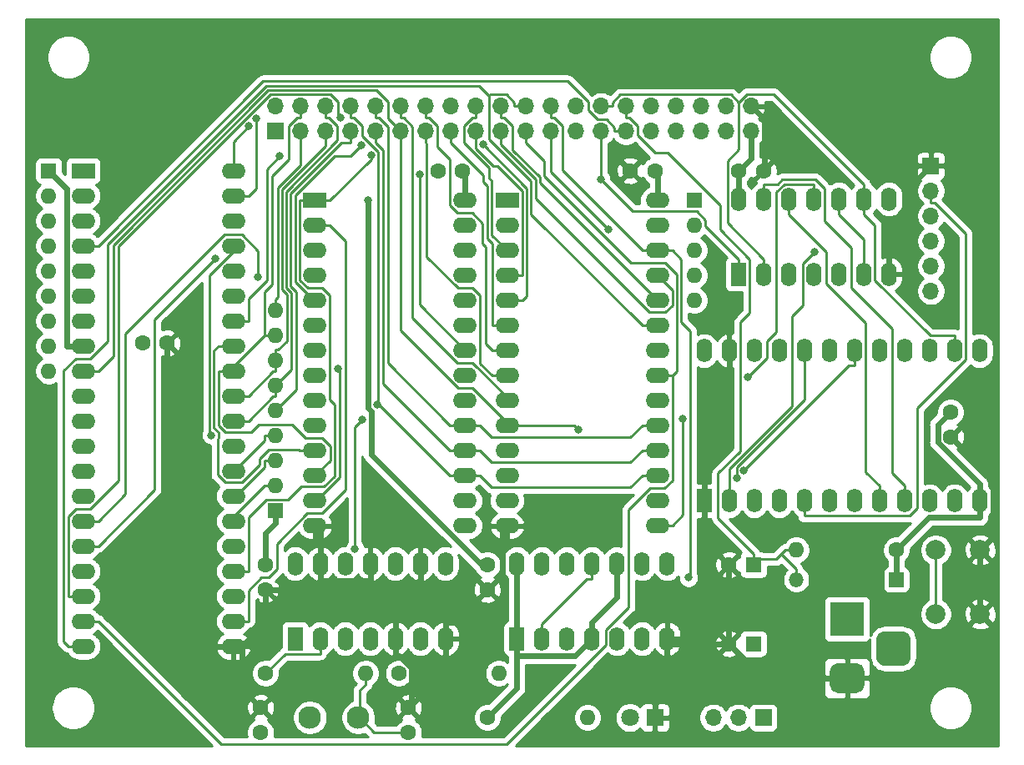
<source format=gbl>
G04 #@! TF.GenerationSoftware,KiCad,Pcbnew,(5.1.10-1-10_14)*
G04 #@! TF.CreationDate,2021-12-18T16:14:33+09:00*
G04 #@! TF.ProjectId,K65-SBC,4b36352d-5342-4432-9e6b-696361645f70,rev?*
G04 #@! TF.SameCoordinates,PX5f5e100PY7a12000*
G04 #@! TF.FileFunction,Copper,L2,Bot*
G04 #@! TF.FilePolarity,Positive*
%FSLAX46Y46*%
G04 Gerber Fmt 4.6, Leading zero omitted, Abs format (unit mm)*
G04 Created by KiCad (PCBNEW (5.1.10-1-10_14)) date 2021-12-18 16:14:33*
%MOMM*%
%LPD*%
G01*
G04 APERTURE LIST*
G04 #@! TA.AperFunction,ComponentPad*
%ADD10O,2.400000X1.600000*%
G04 #@! TD*
G04 #@! TA.AperFunction,ComponentPad*
%ADD11R,2.400000X1.600000*%
G04 #@! TD*
G04 #@! TA.AperFunction,ComponentPad*
%ADD12C,2.300000*%
G04 #@! TD*
G04 #@! TA.AperFunction,ComponentPad*
%ADD13O,1.600000X2.400000*%
G04 #@! TD*
G04 #@! TA.AperFunction,ComponentPad*
%ADD14R,1.600000X2.400000*%
G04 #@! TD*
G04 #@! TA.AperFunction,ComponentPad*
%ADD15O,1.700000X1.700000*%
G04 #@! TD*
G04 #@! TA.AperFunction,ComponentPad*
%ADD16R,1.700000X1.700000*%
G04 #@! TD*
G04 #@! TA.AperFunction,ComponentPad*
%ADD17C,2.000000*%
G04 #@! TD*
G04 #@! TA.AperFunction,ComponentPad*
%ADD18O,1.600000X1.600000*%
G04 #@! TD*
G04 #@! TA.AperFunction,ComponentPad*
%ADD19R,1.600000X1.600000*%
G04 #@! TD*
G04 #@! TA.AperFunction,ComponentPad*
%ADD20C,1.600000*%
G04 #@! TD*
G04 #@! TA.AperFunction,ComponentPad*
%ADD21R,3.500000X3.500000*%
G04 #@! TD*
G04 #@! TA.AperFunction,ComponentPad*
%ADD22C,1.800000*%
G04 #@! TD*
G04 #@! TA.AperFunction,ComponentPad*
%ADD23R,1.800000X1.800000*%
G04 #@! TD*
G04 #@! TA.AperFunction,ComponentPad*
%ADD24O,1.500000X1.500000*%
G04 #@! TD*
G04 #@! TA.AperFunction,ComponentPad*
%ADD25R,1.500000X1.500000*%
G04 #@! TD*
G04 #@! TA.AperFunction,ViaPad*
%ADD26C,0.800000*%
G04 #@! TD*
G04 #@! TA.AperFunction,Conductor*
%ADD27C,0.600000*%
G04 #@! TD*
G04 #@! TA.AperFunction,Conductor*
%ADD28C,0.250000*%
G04 #@! TD*
G04 #@! TA.AperFunction,Conductor*
%ADD29C,0.254000*%
G04 #@! TD*
G04 #@! TA.AperFunction,Conductor*
%ADD30C,0.100000*%
G04 #@! TD*
G04 APERTURE END LIST*
D10*
X64740000Y56000000D03*
X49500000Y22980000D03*
X64740000Y53460000D03*
X49500000Y25520000D03*
X64740000Y50920000D03*
X49500000Y28060000D03*
X64740000Y48380000D03*
X49500000Y30600000D03*
X64740000Y45840000D03*
X49500000Y33140000D03*
X64740000Y43300000D03*
X49500000Y35680000D03*
X64740000Y40760000D03*
X49500000Y38220000D03*
X64740000Y38220000D03*
X49500000Y40760000D03*
X64740000Y35680000D03*
X49500000Y43300000D03*
X64740000Y33140000D03*
X49500000Y45840000D03*
X64740000Y30600000D03*
X49500000Y48380000D03*
X64740000Y28060000D03*
X49500000Y50920000D03*
X64740000Y25520000D03*
X49500000Y53460000D03*
X64740000Y22980000D03*
D11*
X49500000Y56000000D03*
D12*
X34400000Y3500000D03*
X29500000Y3500000D03*
D13*
X28000000Y19120000D03*
X43240000Y11500000D03*
X30540000Y19120000D03*
X40700000Y11500000D03*
X33080000Y19120000D03*
X38160000Y11500000D03*
X35620000Y19120000D03*
X35620000Y11500000D03*
X38160000Y19120000D03*
X33080000Y11500000D03*
X40700000Y19120000D03*
X30540000Y11500000D03*
X43240000Y19120000D03*
D14*
X28000000Y11500000D03*
D13*
X50500000Y19120000D03*
X65740000Y11500000D03*
X53040000Y19120000D03*
X63200000Y11500000D03*
X55580000Y19120000D03*
X60660000Y11500000D03*
X58120000Y19120000D03*
X58120000Y11500000D03*
X60660000Y19120000D03*
X55580000Y11500000D03*
X63200000Y19120000D03*
X53040000Y11500000D03*
X65740000Y19120000D03*
D14*
X50500000Y11500000D03*
D13*
X73000000Y56120000D03*
X88240000Y48500000D03*
X75540000Y56120000D03*
X85700000Y48500000D03*
X78080000Y56120000D03*
X83160000Y48500000D03*
X80620000Y56120000D03*
X80620000Y48500000D03*
X83160000Y56120000D03*
X78080000Y48500000D03*
X85700000Y56120000D03*
X75540000Y48500000D03*
X88240000Y56120000D03*
D14*
X73000000Y48500000D03*
D10*
X21740000Y59000000D03*
X6500000Y10740000D03*
X21740000Y56460000D03*
X6500000Y13280000D03*
X21740000Y53920000D03*
X6500000Y15820000D03*
X21740000Y51380000D03*
X6500000Y18360000D03*
X21740000Y48840000D03*
X6500000Y20900000D03*
X21740000Y46300000D03*
X6500000Y23440000D03*
X21740000Y43760000D03*
X6500000Y25980000D03*
X21740000Y41220000D03*
X6500000Y28520000D03*
X21740000Y38680000D03*
X6500000Y31060000D03*
X21740000Y36140000D03*
X6500000Y33600000D03*
X21740000Y33600000D03*
X6500000Y36140000D03*
X21740000Y31060000D03*
X6500000Y38680000D03*
X21740000Y28520000D03*
X6500000Y41220000D03*
X21740000Y25980000D03*
X6500000Y43760000D03*
X21740000Y23440000D03*
X6500000Y46300000D03*
X21740000Y20900000D03*
X6500000Y48840000D03*
X21740000Y18360000D03*
X6500000Y51380000D03*
X21740000Y15820000D03*
X6500000Y53920000D03*
X21740000Y13280000D03*
X6500000Y56460000D03*
X21740000Y10740000D03*
D11*
X6500000Y59000000D03*
D13*
X69500000Y40740000D03*
X97440000Y25500000D03*
X72040000Y40740000D03*
X94900000Y25500000D03*
X74580000Y40740000D03*
X92360000Y25500000D03*
X77120000Y40740000D03*
X89820000Y25500000D03*
X79660000Y40740000D03*
X87280000Y25500000D03*
X82200000Y40740000D03*
X84740000Y25500000D03*
X84740000Y40740000D03*
X82200000Y25500000D03*
X87280000Y40740000D03*
X79660000Y25500000D03*
X89820000Y40740000D03*
X77120000Y25500000D03*
X92360000Y40740000D03*
X74580000Y25500000D03*
X94900000Y40740000D03*
X72040000Y25500000D03*
X97440000Y40740000D03*
D14*
X69500000Y25500000D03*
D10*
X45240000Y56000000D03*
X30000000Y22980000D03*
X45240000Y53460000D03*
X30000000Y25520000D03*
X45240000Y50920000D03*
X30000000Y28060000D03*
X45240000Y48380000D03*
X30000000Y30600000D03*
X45240000Y45840000D03*
X30000000Y33140000D03*
X45240000Y43300000D03*
X30000000Y35680000D03*
X45240000Y40760000D03*
X30000000Y38220000D03*
X45240000Y38220000D03*
X30000000Y40760000D03*
X45240000Y35680000D03*
X30000000Y43300000D03*
X45240000Y33140000D03*
X30000000Y45840000D03*
X45240000Y30600000D03*
X30000000Y48380000D03*
X45240000Y28060000D03*
X30000000Y50920000D03*
X45240000Y25520000D03*
X30000000Y53460000D03*
X45240000Y22980000D03*
D11*
X30000000Y56000000D03*
D15*
X70420000Y3500000D03*
X72960000Y3500000D03*
D16*
X75500000Y3500000D03*
D17*
X97500000Y14000000D03*
X93000000Y14000000D03*
X97500000Y20500000D03*
X93000000Y20500000D03*
D18*
X26000000Y44820000D03*
X26000000Y42280000D03*
X26000000Y39740000D03*
X26000000Y37200000D03*
X26000000Y34660000D03*
X26000000Y32120000D03*
X26000000Y29580000D03*
X26000000Y27040000D03*
D19*
X26000000Y24500000D03*
D18*
X3000000Y38680000D03*
X3000000Y41220000D03*
X3000000Y43760000D03*
X3000000Y46300000D03*
X3000000Y48840000D03*
X3000000Y51380000D03*
X3000000Y53920000D03*
X3000000Y56460000D03*
D19*
X3000000Y59000000D03*
D18*
X68500000Y45840000D03*
X68500000Y48380000D03*
X68500000Y50920000D03*
X68500000Y53460000D03*
D19*
X68500000Y56000000D03*
D18*
X57660000Y3500000D03*
D20*
X47500000Y3500000D03*
D18*
X35160000Y8000000D03*
D20*
X25000000Y8000000D03*
D18*
X48660000Y8000000D03*
D20*
X38500000Y8000000D03*
D18*
X78840000Y20500000D03*
D20*
X89000000Y20500000D03*
G04 #@! TA.AperFunction,ComponentPad*
G36*
G01*
X89575000Y8750000D02*
X87825000Y8750000D01*
G75*
G02*
X86950000Y9625000I0J875000D01*
G01*
X86950000Y11375000D01*
G75*
G02*
X87825000Y12250000I875000J0D01*
G01*
X89575000Y12250000D01*
G75*
G02*
X90450000Y11375000I0J-875000D01*
G01*
X90450000Y9625000D01*
G75*
G02*
X89575000Y8750000I-875000J0D01*
G01*
G37*
G04 #@! TD.AperFunction*
G04 #@! TA.AperFunction,ComponentPad*
G36*
G01*
X85000000Y6000000D02*
X83000000Y6000000D01*
G75*
G02*
X82250000Y6750000I0J750000D01*
G01*
X82250000Y8250000D01*
G75*
G02*
X83000000Y9000000I750000J0D01*
G01*
X85000000Y9000000D01*
G75*
G02*
X85750000Y8250000I0J-750000D01*
G01*
X85750000Y6750000D01*
G75*
G02*
X85000000Y6000000I-750000J0D01*
G01*
G37*
G04 #@! TD.AperFunction*
D21*
X84000000Y13500000D03*
D15*
X74260000Y65540000D03*
X74260000Y63000000D03*
X71720000Y65540000D03*
X71720000Y63000000D03*
X69180000Y65540000D03*
X69180000Y63000000D03*
X66640000Y65540000D03*
X66640000Y63000000D03*
X64100000Y65540000D03*
X64100000Y63000000D03*
X61560000Y65540000D03*
X61560000Y63000000D03*
X59020000Y65540000D03*
X59020000Y63000000D03*
X56480000Y65540000D03*
X56480000Y63000000D03*
X53940000Y65540000D03*
X53940000Y63000000D03*
X51400000Y65540000D03*
X51400000Y63000000D03*
X48860000Y65540000D03*
X48860000Y63000000D03*
X46320000Y65540000D03*
X46320000Y63000000D03*
X43780000Y65540000D03*
X43780000Y63000000D03*
X41240000Y65540000D03*
X41240000Y63000000D03*
X38700000Y65540000D03*
X38700000Y63000000D03*
X36160000Y65540000D03*
X36160000Y63000000D03*
X33620000Y65540000D03*
X33620000Y63000000D03*
X31080000Y65540000D03*
X31080000Y63000000D03*
X28540000Y65540000D03*
X28540000Y63000000D03*
X26000000Y65540000D03*
D16*
X26000000Y63000000D03*
D15*
X92500000Y46800000D03*
X92500000Y49340000D03*
X92500000Y51880000D03*
X92500000Y54420000D03*
X92500000Y56960000D03*
D16*
X92500000Y59500000D03*
D22*
X61960000Y3500000D03*
D23*
X64500000Y3500000D03*
D24*
X78840000Y17500000D03*
D25*
X89000000Y17500000D03*
D20*
X72000000Y11000000D03*
D19*
X74500000Y11000000D03*
D20*
X73000000Y59000000D03*
X75500000Y59000000D03*
X47500000Y19000000D03*
X47500000Y16500000D03*
X25000000Y19000000D03*
X25000000Y16500000D03*
X39500000Y4500000D03*
X39500000Y2000000D03*
X24500000Y4500000D03*
X24500000Y2000000D03*
X72000000Y19000000D03*
D19*
X74500000Y19000000D03*
D20*
X45000000Y59000000D03*
X42500000Y59000000D03*
X64500000Y59000000D03*
X62000000Y59000000D03*
X94500000Y34500000D03*
X94500000Y32000000D03*
X12500000Y41500000D03*
X15000000Y41500000D03*
D26*
X35362900Y56000000D03*
X23282700Y63514900D03*
X80663500Y50751500D03*
X24028300Y64261000D03*
X26459300Y60472800D03*
X59020000Y58098600D03*
X34824000Y33739200D03*
X34056800Y20634900D03*
X35703700Y60576300D03*
X67905100Y17710600D03*
X59770900Y53013900D03*
X32603800Y64364700D03*
X19944500Y50110200D03*
X24246500Y48199900D03*
X34693800Y61599800D03*
X47047000Y61660600D03*
X56756500Y32712900D03*
X36324200Y35221200D03*
X73503200Y28570900D03*
X67337300Y33779800D03*
X32371200Y38912000D03*
X72777900Y27819900D03*
X40617300Y58626000D03*
X19495400Y32156500D03*
X73892300Y38014800D03*
D27*
X35362900Y56000000D02*
X35362900Y34909300D01*
X35362900Y34909300D02*
X35724300Y34547900D01*
X35724300Y34547900D02*
X35724300Y30217800D01*
X35724300Y30217800D02*
X46942100Y19000000D01*
X46942100Y19000000D02*
X47500000Y19000000D01*
X89000000Y20500000D02*
X92299700Y23799700D01*
X92299700Y23799700D02*
X97440000Y23799700D01*
X89000000Y17500000D02*
X89000000Y20500000D01*
X97440000Y25500000D02*
X97440000Y23799700D01*
X6500000Y41220000D02*
X4799700Y41220000D01*
X4799700Y41220000D02*
X4799700Y57200300D01*
X4799700Y57200300D02*
X3000000Y59000000D01*
X50500000Y9799700D02*
X50500000Y6500000D01*
X50500000Y6500000D02*
X47500000Y3500000D01*
X50500000Y9799700D02*
X56419700Y9799700D01*
X56419700Y9799700D02*
X58120000Y11500000D01*
X50500000Y11500000D02*
X50500000Y9799700D01*
X50500000Y19120000D02*
X50500000Y11500000D01*
X58120000Y11933500D02*
X58120000Y11500000D01*
X58120000Y11933500D02*
X58120000Y13200300D01*
X60660000Y19120000D02*
X60660000Y15740300D01*
X60660000Y15740300D02*
X58120000Y13200300D01*
X26000000Y24500000D02*
X26000000Y23199700D01*
X26000000Y23199700D02*
X25000000Y22199700D01*
X25000000Y22199700D02*
X25000000Y19000000D01*
X74260000Y63000000D02*
X74260000Y60260000D01*
X74260000Y60260000D02*
X73000000Y59000000D01*
X73000000Y59000000D02*
X73000000Y56120000D01*
X45000000Y59000000D02*
X45240000Y58760000D01*
X45240000Y58760000D02*
X45240000Y56000000D01*
X64500000Y59000000D02*
X64740000Y58760000D01*
X64740000Y58760000D02*
X64740000Y56000000D01*
X97440000Y25500000D02*
X97440000Y27200300D01*
X94500000Y34500000D02*
X93187500Y33187500D01*
X93187500Y33187500D02*
X93187500Y31452800D01*
X93187500Y31452800D02*
X97440000Y27200300D01*
X47500000Y16500000D02*
X49000000Y18000000D01*
X49000000Y18000000D02*
X49000000Y22480000D01*
X49000000Y22480000D02*
X49500000Y22980000D01*
X43240000Y13200300D02*
X44200300Y13200300D01*
X44200300Y13200300D02*
X47500000Y16500000D01*
X20039700Y10740000D02*
X15000000Y15779700D01*
X15000000Y15779700D02*
X15000000Y41500000D01*
X88240000Y48500000D02*
X88240000Y50200300D01*
X92500000Y59500000D02*
X89940300Y56940300D01*
X89940300Y56940300D02*
X89940300Y51900600D01*
X89940300Y51900600D02*
X88240000Y50200300D01*
X72040000Y40740000D02*
X72040000Y39039700D01*
X72040000Y39039700D02*
X69500000Y36499700D01*
X69500000Y36499700D02*
X69500000Y27200300D01*
X38160000Y15000500D02*
X38160000Y13200300D01*
X40700000Y17419700D02*
X40579200Y17419700D01*
X40579200Y17419700D02*
X38160000Y15000500D01*
X38160000Y15000500D02*
X38039200Y15000500D01*
X38039200Y15000500D02*
X35620000Y17419700D01*
X30540000Y17419700D02*
X35620000Y17419700D01*
X25000000Y16500000D02*
X29620300Y16500000D01*
X29620300Y16500000D02*
X30540000Y17419700D01*
X35620000Y19120000D02*
X35620000Y17419700D01*
X22590200Y10740000D02*
X25000000Y13149800D01*
X25000000Y13149800D02*
X25000000Y16500000D01*
X30540000Y19120000D02*
X30540000Y17419700D01*
X40700000Y19120000D02*
X40700000Y17419700D01*
X38160000Y11500000D02*
X38160000Y13200300D01*
X65740000Y11000000D02*
X65740000Y11500000D01*
X64500000Y4900300D02*
X65740000Y6140300D01*
X65740000Y6140300D02*
X65740000Y11000000D01*
X65740000Y11000000D02*
X72000000Y11000000D01*
X84000000Y7500000D02*
X75500000Y7500000D01*
X75500000Y7500000D02*
X72000000Y11000000D01*
X72000000Y11000000D02*
X72000000Y19000000D01*
X39820700Y8544300D02*
X38565300Y9799700D01*
X38565300Y9799700D02*
X38160000Y9799700D01*
X39500000Y4500000D02*
X39820700Y4820700D01*
X39820700Y4820700D02*
X39820700Y8544300D01*
X39820700Y8544300D02*
X41984600Y8544300D01*
X41984600Y8544300D02*
X43240000Y9799700D01*
X43240000Y11500000D02*
X43240000Y13200300D01*
X43240000Y11500000D02*
X43240000Y9799700D01*
X22590200Y10740000D02*
X22590200Y6409800D01*
X22590200Y6409800D02*
X24500000Y4500000D01*
X21740000Y10740000D02*
X22590200Y10740000D01*
X30540000Y19120000D02*
X30540000Y22440000D01*
X30540000Y22440000D02*
X30000000Y22980000D01*
X69500000Y25500000D02*
X69500000Y27200300D01*
X69500000Y25500000D02*
X69500000Y21500000D01*
X69500000Y21500000D02*
X72000000Y19000000D01*
X97500000Y20500000D02*
X97500000Y14000000D01*
X94500000Y32000000D02*
X98812100Y27687900D01*
X98812100Y27687900D02*
X98812100Y21812100D01*
X98812100Y21812100D02*
X97500000Y20500000D01*
X64500000Y3500000D02*
X64500000Y4900300D01*
X75500000Y59000000D02*
X75610400Y59110400D01*
X75610400Y59110400D02*
X75610400Y64189600D01*
X75610400Y64189600D02*
X74260000Y65540000D01*
X38160000Y11500000D02*
X38160000Y9799700D01*
X21740000Y10740000D02*
X20039700Y10740000D01*
D28*
X21740000Y59000000D02*
X21740000Y61972200D01*
X21740000Y61972200D02*
X23282700Y63514900D01*
X61560000Y64364700D02*
X61927400Y64364700D01*
X61927400Y64364700D02*
X62735300Y63556800D01*
X62735300Y63556800D02*
X62735300Y62627700D01*
X62735300Y62627700D02*
X64547000Y60816000D01*
X64547000Y60816000D02*
X65759200Y60816000D01*
X65759200Y60816000D02*
X71093500Y55481700D01*
X71093500Y55481700D02*
X71093500Y53057300D01*
X71093500Y53057300D02*
X74125400Y50025400D01*
X74125400Y50025400D02*
X74125400Y44581600D01*
X74125400Y44581600D02*
X73165400Y43621600D01*
X73165400Y43621600D02*
X73165400Y30532600D01*
X73165400Y30532600D02*
X70908900Y28276100D01*
X70908900Y28276100D02*
X70908900Y23716400D01*
X70908900Y23716400D02*
X74500000Y20125300D01*
X77315000Y20100300D02*
X77714700Y20500000D01*
X74500000Y19562700D02*
X76777400Y19562700D01*
X76777400Y19562700D02*
X77315000Y20100300D01*
X78840000Y18575300D02*
X77315000Y20100300D01*
X78840000Y17500000D02*
X78840000Y18575300D01*
X78840000Y20500000D02*
X77714700Y20500000D01*
X74500000Y19562700D02*
X74500000Y20125300D01*
X74500000Y19000000D02*
X74500000Y19562700D01*
X61560000Y65540000D02*
X61560000Y64364700D01*
X93000000Y20500000D02*
X93000000Y14000000D01*
X35160000Y8000000D02*
X35160000Y6874700D01*
X34525400Y3500000D02*
X36025400Y2000000D01*
X36025400Y2000000D02*
X39500000Y2000000D01*
X35160000Y6874700D02*
X34525400Y6240100D01*
X34525400Y6240100D02*
X34525400Y3500000D01*
X34525400Y3500000D02*
X34400000Y3500000D01*
X80663500Y50751500D02*
X79494600Y49582600D01*
X79494600Y49582600D02*
X79494600Y45354800D01*
X79494600Y45354800D02*
X78390000Y44250200D01*
X78390000Y44250200D02*
X78390000Y35120300D01*
X78390000Y35120300D02*
X72040000Y28770300D01*
X72040000Y28770300D02*
X72040000Y27025300D01*
X72040000Y25500000D02*
X72040000Y27025300D01*
X79660000Y25500000D02*
X79660000Y23974700D01*
X92500000Y56960000D02*
X92500000Y55784700D01*
X92500000Y55784700D02*
X92867300Y55784700D01*
X92867300Y55784700D02*
X96025300Y52626700D01*
X96025300Y52626700D02*
X96025300Y39849200D01*
X96025300Y39849200D02*
X91090000Y34913900D01*
X91090000Y34913900D02*
X91090000Y24759700D01*
X91090000Y24759700D02*
X90305000Y23974700D01*
X90305000Y23974700D02*
X79660000Y23974700D01*
X60384700Y63000000D02*
X60384700Y63367400D01*
X60384700Y63367400D02*
X59576800Y64175300D01*
X59576800Y64175300D02*
X58683700Y64175300D01*
X58683700Y64175300D02*
X57750000Y65109000D01*
X57750000Y65109000D02*
X57750000Y65972200D01*
X57750000Y65972200D02*
X55645600Y68076600D01*
X55645600Y68076600D02*
X24721900Y68076600D01*
X24721900Y68076600D02*
X8025300Y51380000D01*
X6500000Y51380000D02*
X8025300Y51380000D01*
X61560000Y63000000D02*
X60384700Y63000000D01*
X23265300Y56460000D02*
X24028300Y57223000D01*
X24028300Y57223000D02*
X24028300Y64261000D01*
X21740000Y56460000D02*
X23265300Y56460000D01*
X85700000Y56120000D02*
X85700000Y57645300D01*
X72990000Y65932300D02*
X73820800Y66763100D01*
X73820800Y66763100D02*
X76582200Y66763100D01*
X76582200Y66763100D02*
X85700000Y57645300D01*
X72990000Y65932300D02*
X72207000Y66715300D01*
X72207000Y66715300D02*
X61003200Y66715300D01*
X61003200Y66715300D02*
X60195300Y65907400D01*
X60195300Y65907400D02*
X60195300Y65540000D01*
X75540000Y50025300D02*
X71853100Y53712200D01*
X71853100Y53712200D02*
X71853100Y60023800D01*
X71853100Y60023800D02*
X72990000Y61160700D01*
X72990000Y61160700D02*
X72990000Y65932300D01*
X94900000Y40740000D02*
X94900000Y42265300D01*
X85700000Y56120000D02*
X85700000Y54594700D01*
X85700000Y54594700D02*
X86825400Y53469300D01*
X86825400Y53469300D02*
X86825400Y47874300D01*
X86825400Y47874300D02*
X92434400Y42265300D01*
X92434400Y42265300D02*
X94900000Y42265300D01*
X59020000Y65540000D02*
X60195300Y65540000D01*
X75540000Y48500000D02*
X75540000Y50025300D01*
X59020000Y58098600D02*
X59020000Y61824700D01*
X73000000Y50025300D02*
X69625400Y53399900D01*
X69625400Y53399900D02*
X69625400Y53972900D01*
X69625400Y53972900D02*
X68723700Y54874600D01*
X68723700Y54874600D02*
X62244000Y54874600D01*
X62244000Y54874600D02*
X59020000Y58098600D01*
X21740000Y43760000D02*
X23265300Y43760000D01*
X26459300Y60472800D02*
X25118500Y59132000D01*
X25118500Y59132000D02*
X25118500Y47883300D01*
X25118500Y47883300D02*
X23265300Y46030100D01*
X23265300Y46030100D02*
X23265300Y43760000D01*
X59020000Y63000000D02*
X59020000Y61824700D01*
X73000000Y48500000D02*
X73000000Y50025300D01*
X87280000Y25500000D02*
X87280000Y27025300D01*
X78080000Y56120000D02*
X78080000Y54594700D01*
X78080000Y54594700D02*
X81890000Y50784700D01*
X81890000Y50784700D02*
X81890000Y47530800D01*
X81890000Y47530800D02*
X85865400Y43555400D01*
X85865400Y43555400D02*
X85865400Y28439900D01*
X85865400Y28439900D02*
X87280000Y27025300D01*
X34056800Y20634900D02*
X34056800Y32972000D01*
X34056800Y32972000D02*
X34824000Y33739200D01*
X31525300Y56000000D02*
X35703700Y60178400D01*
X35703700Y60178400D02*
X35703700Y60576300D01*
X30000000Y56000000D02*
X28474700Y56000000D01*
X28474700Y56000000D02*
X28474700Y47913600D01*
X28474700Y47913600D02*
X29278300Y47110000D01*
X29278300Y47110000D02*
X30726600Y47110000D01*
X30726600Y47110000D02*
X31525400Y46311200D01*
X31525400Y46311200D02*
X31525400Y35742200D01*
X31525400Y35742200D02*
X32008400Y35259200D01*
X32008400Y35259200D02*
X32008400Y28013000D01*
X32008400Y28013000D02*
X30930000Y26934600D01*
X30930000Y26934600D02*
X28587300Y26934600D01*
X28587300Y26934600D02*
X27278100Y25625400D01*
X27278100Y25625400D02*
X25048500Y25625400D01*
X25048500Y25625400D02*
X23265300Y23842200D01*
X23265300Y23842200D02*
X23265300Y18360000D01*
X30762700Y56000000D02*
X30000000Y56000000D01*
X21740000Y18360000D02*
X23265300Y18360000D01*
X30762700Y56000000D02*
X31525300Y56000000D01*
X89820000Y25500000D02*
X89820000Y27025300D01*
X75540000Y56120000D02*
X75540000Y57645300D01*
X75540000Y57645300D02*
X76934400Y57645300D01*
X76934400Y57645300D02*
X77399200Y58110100D01*
X77399200Y58110100D02*
X80798700Y58110100D01*
X80798700Y58110100D02*
X81745400Y57163400D01*
X81745400Y57163400D02*
X81745400Y53864600D01*
X81745400Y53864600D02*
X84430000Y51180000D01*
X84430000Y51180000D02*
X84430000Y47126200D01*
X84430000Y47126200D02*
X88550000Y43006200D01*
X88550000Y43006200D02*
X88550000Y28295300D01*
X88550000Y28295300D02*
X89820000Y27025300D01*
X64740000Y50920000D02*
X63214700Y50920000D01*
X53940000Y65540000D02*
X53940000Y64364700D01*
X53940000Y64364700D02*
X54307400Y64364700D01*
X54307400Y64364700D02*
X55115300Y63556800D01*
X55115300Y63556800D02*
X55115300Y59019400D01*
X55115300Y59019400D02*
X63214700Y50920000D01*
X67905100Y17710600D02*
X68071000Y17876500D01*
X68071000Y17876500D02*
X68071000Y42731300D01*
X68071000Y42731300D02*
X67165900Y43636400D01*
X67165900Y43636400D02*
X67165900Y50019400D01*
X67165900Y50019400D02*
X66265300Y50920000D01*
X64740000Y50920000D02*
X66265300Y50920000D01*
X53940000Y63000000D02*
X53940000Y58844800D01*
X53940000Y58844800D02*
X59770900Y53013900D01*
X23265300Y13280000D02*
X23265300Y16385800D01*
X23265300Y16385800D02*
X24587200Y17707700D01*
X24587200Y17707700D02*
X25299700Y17707700D01*
X25299700Y17707700D02*
X26148400Y18556400D01*
X26148400Y18556400D02*
X26148400Y21153000D01*
X26148400Y21153000D02*
X29245400Y24250000D01*
X29245400Y24250000D02*
X30730800Y24250000D01*
X30730800Y24250000D02*
X33111300Y26630500D01*
X33111300Y26630500D02*
X33111300Y51874000D01*
X33111300Y51874000D02*
X31525300Y53460000D01*
X21740000Y13280000D02*
X23265300Y13280000D01*
X30000000Y53460000D02*
X31525300Y53460000D01*
X63214700Y43300000D02*
X51927400Y54587300D01*
X51927400Y54587300D02*
X51927400Y57959500D01*
X51927400Y57959500D02*
X47669900Y62217000D01*
X47669900Y62217000D02*
X47669900Y66602500D01*
X47669900Y66602500D02*
X46646100Y67626300D01*
X46646100Y67626300D02*
X25092700Y67626300D01*
X25092700Y67626300D02*
X8955000Y51488600D01*
X8955000Y51488600D02*
X8955000Y41676100D01*
X8955000Y41676100D02*
X7228900Y39950000D01*
X7228900Y39950000D02*
X5750700Y39950000D01*
X5750700Y39950000D02*
X4524400Y38723700D01*
X4524400Y38723700D02*
X4524400Y11190300D01*
X4524400Y11190300D02*
X4974700Y10740000D01*
X50224700Y65540000D02*
X50224700Y65907300D01*
X50224700Y65907300D02*
X49413200Y66718800D01*
X49413200Y66718800D02*
X47786200Y66718800D01*
X47786200Y66718800D02*
X47669900Y66602500D01*
X64740000Y43300000D02*
X63214700Y43300000D01*
X6500000Y10740000D02*
X4974700Y10740000D01*
X51400000Y65540000D02*
X50224700Y65540000D01*
X51400000Y63000000D02*
X51400000Y61824700D01*
X66265300Y38220000D02*
X66715600Y38670300D01*
X66715600Y38670300D02*
X66715600Y48463900D01*
X66715600Y48463900D02*
X65529500Y49650000D01*
X65529500Y49650000D02*
X62109100Y49650000D01*
X62109100Y49650000D02*
X53278300Y58480800D01*
X53278300Y58480800D02*
X53278300Y59946400D01*
X53278300Y59946400D02*
X51400000Y61824700D01*
X64740000Y38220000D02*
X66265300Y38220000D01*
X8025300Y13280000D02*
X20479900Y825400D01*
X20479900Y825400D02*
X49454600Y825400D01*
X49454600Y825400D02*
X59534600Y10905400D01*
X59534600Y10905400D02*
X59534600Y12423000D01*
X59534600Y12423000D02*
X61832700Y14721100D01*
X61832700Y14721100D02*
X61832700Y24620600D01*
X61832700Y24620600D02*
X64002100Y26790000D01*
X64002100Y26790000D02*
X65487400Y26790000D01*
X65487400Y26790000D02*
X66265300Y27567900D01*
X66265300Y27567900D02*
X66265300Y38220000D01*
X6500000Y13280000D02*
X8025300Y13280000D01*
X32603800Y64364700D02*
X32350000Y64618500D01*
X32350000Y64618500D02*
X32350000Y65981300D01*
X32350000Y65981300D02*
X31605600Y66725700D01*
X31605600Y66725700D02*
X25465900Y66725700D01*
X25465900Y66725700D02*
X10075300Y51335100D01*
X10075300Y51335100D02*
X10075300Y27556400D01*
X10075300Y27556400D02*
X7228900Y24710000D01*
X7228900Y24710000D02*
X5774400Y24710000D01*
X5774400Y24710000D02*
X4974700Y23910300D01*
X4974700Y23910300D02*
X4974700Y15820000D01*
X64740000Y45840000D02*
X52828000Y57752000D01*
X52828000Y57752000D02*
X52828000Y58332800D01*
X52828000Y58332800D02*
X50035300Y61125500D01*
X50035300Y61125500D02*
X50035300Y63556800D01*
X50035300Y63556800D02*
X49227400Y64364700D01*
X49227400Y64364700D02*
X48860000Y64364700D01*
X6500000Y15820000D02*
X4974700Y15820000D01*
X48860000Y65540000D02*
X48860000Y64364700D01*
X64740000Y48380000D02*
X66265300Y46854700D01*
X66265300Y46854700D02*
X66265300Y45341500D01*
X66265300Y45341500D02*
X65578600Y44654800D01*
X65578600Y44654800D02*
X63913300Y44654800D01*
X63913300Y44654800D02*
X52377700Y56190400D01*
X52377700Y56190400D02*
X52377700Y58146200D01*
X52377700Y58146200D02*
X48860000Y61663900D01*
X48860000Y61663900D02*
X48860000Y63000000D01*
X46320000Y65540000D02*
X46320000Y64364700D01*
X46320000Y64364700D02*
X45952700Y64364700D01*
X45952700Y64364700D02*
X45137700Y63549700D01*
X45137700Y63549700D02*
X45137700Y61834100D01*
X45137700Y61834100D02*
X47643300Y59328500D01*
X47643300Y59328500D02*
X47643300Y58279700D01*
X47643300Y58279700D02*
X47961600Y57961400D01*
X47961600Y57961400D02*
X47961600Y52458400D01*
X47961600Y52458400D02*
X49500000Y50920000D01*
X6500000Y20900000D02*
X8025300Y20900000D01*
X19944500Y50110200D02*
X13750000Y43915700D01*
X13750000Y43915700D02*
X13750000Y26624700D01*
X13750000Y26624700D02*
X8025300Y20900000D01*
X6500000Y23440000D02*
X8025300Y23440000D01*
X24246500Y48199900D02*
X24246500Y50868800D01*
X24246500Y50868800D02*
X22608100Y52507200D01*
X22608100Y52507200D02*
X20831500Y52507200D01*
X20831500Y52507200D02*
X10790900Y42466600D01*
X10790900Y42466600D02*
X10790900Y26205600D01*
X10790900Y26205600D02*
X8025300Y23440000D01*
X51025300Y48380000D02*
X51025300Y56951000D01*
X51025300Y56951000D02*
X48488400Y59487900D01*
X48488400Y59487900D02*
X48120700Y59487900D01*
X48120700Y59487900D02*
X48120700Y59488000D01*
X48120700Y59488000D02*
X46320000Y61288700D01*
X46320000Y61288700D02*
X46320000Y63000000D01*
X49500000Y48380000D02*
X51025300Y48380000D01*
X51025300Y45840000D02*
X51477100Y46291800D01*
X51477100Y46291800D02*
X51477100Y57230500D01*
X51477100Y57230500D02*
X47047000Y61660600D01*
X30000000Y45840000D02*
X30000000Y45840100D01*
X30000000Y45840100D02*
X29908900Y45840100D01*
X29908900Y45840100D02*
X28013600Y47735400D01*
X28013600Y47735400D02*
X28013600Y56516100D01*
X28013600Y56516100D02*
X32021300Y60523800D01*
X32021300Y60523800D02*
X33617800Y60523800D01*
X33617800Y60523800D02*
X34693800Y61599800D01*
X49500000Y45840000D02*
X51025300Y45840000D01*
X43780000Y61824700D02*
X47060900Y58543800D01*
X47060900Y58543800D02*
X47060900Y57907000D01*
X47060900Y57907000D02*
X47511200Y57456700D01*
X47511200Y57456700D02*
X47511200Y52067700D01*
X47511200Y52067700D02*
X47974700Y51604200D01*
X47974700Y51604200D02*
X47974700Y43300000D01*
X49500000Y43300000D02*
X47974700Y43300000D01*
X43780000Y63000000D02*
X43780000Y61824700D01*
X41240000Y64364700D02*
X41607400Y64364700D01*
X41607400Y64364700D02*
X42415300Y63556800D01*
X42415300Y63556800D02*
X42415300Y61442600D01*
X42415300Y61442600D02*
X43687800Y60170100D01*
X43687800Y60170100D02*
X43687800Y55488400D01*
X43687800Y55488400D02*
X44446200Y54730000D01*
X44446200Y54730000D02*
X45966700Y54730000D01*
X45966700Y54730000D02*
X47034000Y53662700D01*
X47034000Y53662700D02*
X47034000Y51589800D01*
X47034000Y51589800D02*
X47325300Y51298500D01*
X47325300Y51298500D02*
X47325300Y41409400D01*
X47325300Y41409400D02*
X47974700Y40760000D01*
X41240000Y65540000D02*
X41240000Y64364700D01*
X49500000Y40760000D02*
X47974700Y40760000D01*
X47974700Y38220000D02*
X46765400Y39429300D01*
X46765400Y39429300D02*
X46765400Y46310600D01*
X46765400Y46310600D02*
X45966000Y47110000D01*
X45966000Y47110000D02*
X44505000Y47110000D01*
X44505000Y47110000D02*
X41342600Y50272400D01*
X41342600Y50272400D02*
X41342600Y61722100D01*
X41342600Y61722100D02*
X41240000Y61824700D01*
X49500000Y38220000D02*
X47974700Y38220000D01*
X41240000Y63000000D02*
X41240000Y61824700D01*
X38700000Y64364700D02*
X38999100Y64364700D01*
X38999100Y64364700D02*
X39891900Y63471900D01*
X39891900Y63471900D02*
X39891900Y44067500D01*
X39891900Y44067500D02*
X44469400Y39490000D01*
X44469400Y39490000D02*
X45995600Y39490000D01*
X45995600Y39490000D02*
X49500000Y35985600D01*
X49500000Y35985600D02*
X49500000Y35680000D01*
X38700000Y65540000D02*
X38700000Y64364700D01*
X38700000Y63000000D02*
X37430000Y64270000D01*
X37430000Y64270000D02*
X37430000Y65961400D01*
X37430000Y65961400D02*
X36215400Y67176000D01*
X36215400Y67176000D02*
X25279300Y67176000D01*
X25279300Y67176000D02*
X9545000Y51441700D01*
X9545000Y51441700D02*
X9545000Y40199700D01*
X9545000Y40199700D02*
X8025300Y38680000D01*
X38700000Y63000000D02*
X38700000Y61824700D01*
X38700000Y61824700D02*
X38700000Y42766800D01*
X38700000Y42766800D02*
X44516800Y36950000D01*
X44516800Y36950000D02*
X45978600Y36950000D01*
X45978600Y36950000D02*
X49500000Y33428600D01*
X49500000Y33428600D02*
X49500000Y33140000D01*
X6500000Y38680000D02*
X8025300Y38680000D01*
X56756500Y32712900D02*
X56329400Y33140000D01*
X56329400Y33140000D02*
X49500000Y33140000D01*
X43714700Y33140000D02*
X37391200Y39463500D01*
X37391200Y39463500D02*
X37391200Y63436400D01*
X37391200Y63436400D02*
X36462900Y64364700D01*
X36462900Y64364700D02*
X36160000Y64364700D01*
X45240000Y33140000D02*
X43714700Y33140000D01*
X36160000Y65540000D02*
X36160000Y64364700D01*
X46765300Y33140000D02*
X47955800Y31949500D01*
X47955800Y31949500D02*
X62024200Y31949500D01*
X62024200Y31949500D02*
X63214700Y33140000D01*
X26000000Y27040000D02*
X24874700Y27040000D01*
X24874700Y27040000D02*
X21740000Y23905300D01*
X21740000Y23905300D02*
X21740000Y23440000D01*
X64740000Y33140000D02*
X63214700Y33140000D01*
X45240000Y33140000D02*
X46765300Y33140000D01*
X26000000Y29580000D02*
X24874700Y29580000D01*
X24874700Y29580000D02*
X24874700Y28949700D01*
X24874700Y28949700D02*
X21905000Y25980000D01*
X21905000Y25980000D02*
X21740000Y25980000D01*
X43714700Y30600000D02*
X36902500Y37412200D01*
X36902500Y37412200D02*
X36902500Y61082200D01*
X36902500Y61082200D02*
X36160000Y61824700D01*
X45240000Y30600000D02*
X43714700Y30600000D01*
X36160000Y63000000D02*
X36160000Y61824700D01*
X64740000Y30600000D02*
X63214700Y30600000D01*
X45240000Y30600000D02*
X46765300Y30600000D01*
X46765300Y30600000D02*
X47955800Y29409500D01*
X47955800Y29409500D02*
X62024200Y29409500D01*
X62024200Y29409500D02*
X63214700Y30600000D01*
X36452100Y35322600D02*
X43714700Y28060000D01*
X33620000Y64364700D02*
X33987400Y64364700D01*
X33987400Y64364700D02*
X34795300Y63556800D01*
X34795300Y63556800D02*
X34795300Y62552500D01*
X34795300Y62552500D02*
X36452100Y60895700D01*
X36452100Y60895700D02*
X36452100Y35322600D01*
X36324200Y35221200D02*
X36350700Y35221200D01*
X36350700Y35221200D02*
X36452100Y35322600D01*
X45240000Y28060000D02*
X43714700Y28060000D01*
X33620000Y65540000D02*
X33620000Y64364700D01*
X26000000Y32120000D02*
X24874700Y32120000D01*
X24874700Y32120000D02*
X24874700Y31654700D01*
X24874700Y31654700D02*
X21740000Y28520000D01*
X64740000Y28060000D02*
X63214700Y28060000D01*
X45240000Y28060000D02*
X46765300Y28060000D01*
X46765300Y28060000D02*
X47955800Y26869500D01*
X47955800Y26869500D02*
X62024200Y26869500D01*
X62024200Y26869500D02*
X63214700Y28060000D01*
X26000000Y34660000D02*
X28112100Y36772100D01*
X28112100Y36772100D02*
X28112100Y46726700D01*
X28112100Y46726700D02*
X27563300Y47275500D01*
X27563300Y47275500D02*
X27563300Y56702700D01*
X27563300Y56702700D02*
X32685300Y61824700D01*
X32685300Y61824700D02*
X33620000Y61824700D01*
X84740000Y40740000D02*
X84740000Y39214700D01*
X73503200Y28570900D02*
X84147000Y39214700D01*
X84147000Y39214700D02*
X84740000Y39214700D01*
X33620000Y63000000D02*
X33620000Y61824700D01*
X26000000Y37200000D02*
X27638200Y38838200D01*
X27638200Y38838200D02*
X27638200Y46563700D01*
X27638200Y46563700D02*
X27113000Y47088900D01*
X27113000Y47088900D02*
X27113000Y56889300D01*
X27113000Y56889300D02*
X32302200Y62078500D01*
X32302200Y62078500D02*
X32302200Y63509800D01*
X32302200Y63509800D02*
X31447300Y64364700D01*
X31447300Y64364700D02*
X31080000Y64364700D01*
X31080000Y65540000D02*
X31080000Y64364700D01*
X64740000Y22980000D02*
X66265300Y22980000D01*
X67337300Y33779800D02*
X67337300Y24052000D01*
X67337300Y24052000D02*
X66265300Y22980000D01*
X26000000Y37200000D02*
X26000000Y36074700D01*
X21740000Y33600000D02*
X23265300Y33600000D01*
X26000000Y36074700D02*
X25740000Y36074700D01*
X25740000Y36074700D02*
X23265300Y33600000D01*
X32371200Y38912000D02*
X32532600Y38750600D01*
X32532600Y38750600D02*
X32532600Y27882100D01*
X32532600Y27882100D02*
X30170500Y25520000D01*
X30170500Y25520000D02*
X30000000Y25520000D01*
X26000000Y40865300D02*
X26281400Y40865300D01*
X26281400Y40865300D02*
X27142400Y41726300D01*
X27142400Y41726300D02*
X27142400Y46422600D01*
X27142400Y46422600D02*
X26662700Y46902300D01*
X26662700Y46902300D02*
X26662700Y57075900D01*
X26662700Y57075900D02*
X31080000Y61493200D01*
X31080000Y61493200D02*
X31080000Y63000000D01*
X79660000Y40740000D02*
X79660000Y35753400D01*
X79660000Y35753400D02*
X72777900Y28871300D01*
X72777900Y28871300D02*
X72777900Y27819900D01*
X26000000Y39740000D02*
X26000000Y40865300D01*
X26000000Y39740000D02*
X26000000Y38614700D01*
X26000000Y38614700D02*
X25740000Y38614700D01*
X25740000Y38614700D02*
X23265300Y36140000D01*
X21740000Y36140000D02*
X23265300Y36140000D01*
X24874700Y42280000D02*
X21740000Y39145300D01*
X21740000Y39145300D02*
X21740000Y38680000D01*
X28540000Y64364700D02*
X28172600Y64364700D01*
X28172600Y64364700D02*
X27364700Y63556800D01*
X27364700Y63556800D02*
X27364700Y60121800D01*
X27364700Y60121800D02*
X25662200Y58419300D01*
X25662200Y58419300D02*
X25662200Y47459200D01*
X25662200Y47459200D02*
X24874700Y46671700D01*
X24874700Y46671700D02*
X24874700Y42481000D01*
X24874700Y42481000D02*
X24874800Y42480900D01*
X24874800Y42480900D02*
X24874900Y42480900D01*
X24874900Y42480900D02*
X24882000Y42473800D01*
X24882000Y42473800D02*
X24882000Y42370400D01*
X24882000Y42370400D02*
X24874700Y42363100D01*
X24874700Y42363100D02*
X24874700Y42280000D01*
X28540000Y65540000D02*
X28540000Y64364700D01*
X21740000Y38680000D02*
X20214700Y38680000D01*
X20214700Y38680000D02*
X20214700Y33133000D01*
X20214700Y33133000D02*
X20913900Y32433800D01*
X20913900Y32433800D02*
X23503800Y32433800D01*
X23503800Y32433800D02*
X24329400Y33259400D01*
X24329400Y33259400D02*
X27680400Y33259400D01*
X27680400Y33259400D02*
X29069800Y31870000D01*
X29069800Y31870000D02*
X30746400Y31870000D01*
X30746400Y31870000D02*
X31558000Y31058400D01*
X31558000Y31058400D02*
X31558000Y29618000D01*
X31558000Y29618000D02*
X30000000Y28060000D01*
X26000000Y42280000D02*
X24874700Y42280000D01*
X28474700Y30600000D02*
X28349700Y30725000D01*
X28349700Y30725000D02*
X25339700Y30725000D01*
X25339700Y30725000D02*
X24373100Y29758400D01*
X24373100Y29758400D02*
X24373100Y29158200D01*
X24373100Y29158200D02*
X22577100Y27362200D01*
X22577100Y27362200D02*
X20902600Y27362200D01*
X20902600Y27362200D02*
X20123000Y28141800D01*
X20123000Y28141800D02*
X20123000Y31758300D01*
X20123000Y31758300D02*
X20220700Y31856000D01*
X20220700Y31856000D02*
X20220700Y32457000D01*
X20220700Y32457000D02*
X19750800Y32926900D01*
X19750800Y32926900D02*
X19750800Y40756100D01*
X19750800Y40756100D02*
X20214700Y41220000D01*
X30000000Y30600000D02*
X28474700Y30600000D01*
X21740000Y41220000D02*
X20214700Y41220000D01*
X26000000Y45945300D02*
X26212400Y46157700D01*
X26212400Y46157700D02*
X26212400Y57262500D01*
X26212400Y57262500D02*
X28540000Y59590100D01*
X28540000Y59590100D02*
X28540000Y61824700D01*
X26000000Y44820000D02*
X26000000Y45945300D01*
X28540000Y63000000D02*
X28540000Y61824700D01*
X40617300Y58626000D02*
X40617300Y45382700D01*
X40617300Y45382700D02*
X45240000Y40760000D01*
X30540000Y11500000D02*
X30540000Y9974700D01*
X30540000Y9974700D02*
X26974700Y9974700D01*
X26974700Y9974700D02*
X25000000Y8000000D01*
X19495400Y32156500D02*
X19288900Y32363000D01*
X19288900Y32363000D02*
X19288900Y48404600D01*
X19288900Y48404600D02*
X21740000Y50855700D01*
X21740000Y50855700D02*
X21740000Y51380000D01*
X83160000Y54594700D02*
X85700000Y52054700D01*
X85700000Y52054700D02*
X85700000Y48500000D01*
X83160000Y56120000D02*
X83160000Y54594700D01*
X80620000Y57645300D02*
X77609600Y57645300D01*
X77609600Y57645300D02*
X76821400Y56857100D01*
X76821400Y56857100D02*
X76821400Y42641600D01*
X76821400Y42641600D02*
X75850000Y41670200D01*
X75850000Y41670200D02*
X75850000Y39972500D01*
X75850000Y39972500D02*
X73892300Y38014800D01*
X80620000Y56120000D02*
X80620000Y57645300D01*
X58120000Y19120000D02*
X58120000Y17594700D01*
X53040000Y11500000D02*
X53040000Y13025300D01*
X53040000Y13025300D02*
X57609400Y17594700D01*
X57609400Y17594700D02*
X58120000Y17594700D01*
D29*
X99340001Y660000D02*
X50364001Y660000D01*
X53345336Y3641335D01*
X56225000Y3641335D01*
X56225000Y3358665D01*
X56280147Y3081426D01*
X56388320Y2820273D01*
X56545363Y2585241D01*
X56745241Y2385363D01*
X56980273Y2228320D01*
X57241426Y2120147D01*
X57518665Y2065000D01*
X57801335Y2065000D01*
X58078574Y2120147D01*
X58339727Y2228320D01*
X58574759Y2385363D01*
X58774637Y2585241D01*
X58931680Y2820273D01*
X59039853Y3081426D01*
X59095000Y3358665D01*
X59095000Y3641335D01*
X59093041Y3651184D01*
X60425000Y3651184D01*
X60425000Y3348816D01*
X60483989Y3052257D01*
X60599701Y2772905D01*
X60767688Y2521495D01*
X60981495Y2307688D01*
X61232905Y2139701D01*
X61512257Y2023989D01*
X61808816Y1965000D01*
X62111184Y1965000D01*
X62407743Y2023989D01*
X62687095Y2139701D01*
X62938505Y2307688D01*
X63004944Y2374127D01*
X63010498Y2355820D01*
X63069463Y2245506D01*
X63148815Y2148815D01*
X63245506Y2069463D01*
X63355820Y2010498D01*
X63475518Y1974188D01*
X63600000Y1961928D01*
X64214250Y1965000D01*
X64373000Y2123750D01*
X64373000Y3373000D01*
X64627000Y3373000D01*
X64627000Y2123750D01*
X64785750Y1965000D01*
X65400000Y1961928D01*
X65524482Y1974188D01*
X65644180Y2010498D01*
X65754494Y2069463D01*
X65851185Y2148815D01*
X65930537Y2245506D01*
X65989502Y2355820D01*
X66025812Y2475518D01*
X66038072Y2600000D01*
X66035000Y3214250D01*
X65876250Y3373000D01*
X64627000Y3373000D01*
X64373000Y3373000D01*
X64353000Y3373000D01*
X64353000Y3627000D01*
X64373000Y3627000D01*
X64373000Y4876250D01*
X64627000Y4876250D01*
X64627000Y3627000D01*
X65876250Y3627000D01*
X65895510Y3646260D01*
X68935000Y3646260D01*
X68935000Y3353740D01*
X68992068Y3066842D01*
X69104010Y2796589D01*
X69266525Y2553368D01*
X69473368Y2346525D01*
X69716589Y2184010D01*
X69986842Y2072068D01*
X70273740Y2015000D01*
X70566260Y2015000D01*
X70853158Y2072068D01*
X71123411Y2184010D01*
X71366632Y2346525D01*
X71573475Y2553368D01*
X71690000Y2727760D01*
X71806525Y2553368D01*
X72013368Y2346525D01*
X72256589Y2184010D01*
X72526842Y2072068D01*
X72813740Y2015000D01*
X73106260Y2015000D01*
X73393158Y2072068D01*
X73663411Y2184010D01*
X73906632Y2346525D01*
X74038487Y2478380D01*
X74060498Y2405820D01*
X74119463Y2295506D01*
X74198815Y2198815D01*
X74295506Y2119463D01*
X74405820Y2060498D01*
X74525518Y2024188D01*
X74650000Y2011928D01*
X76350000Y2011928D01*
X76474482Y2024188D01*
X76594180Y2060498D01*
X76704494Y2119463D01*
X76801185Y2198815D01*
X76880537Y2295506D01*
X76939502Y2405820D01*
X76975812Y2525518D01*
X76988072Y2650000D01*
X76988072Y4350000D01*
X76975812Y4474482D01*
X76939502Y4594180D01*
X76880537Y4704494D01*
X76867707Y4720128D01*
X92265000Y4720128D01*
X92265000Y4279872D01*
X92350890Y3848075D01*
X92519369Y3441331D01*
X92763962Y3075271D01*
X93075271Y2763962D01*
X93441331Y2519369D01*
X93848075Y2350890D01*
X94279872Y2265000D01*
X94720128Y2265000D01*
X95151925Y2350890D01*
X95558669Y2519369D01*
X95924729Y2763962D01*
X96236038Y3075271D01*
X96480631Y3441331D01*
X96649110Y3848075D01*
X96735000Y4279872D01*
X96735000Y4720128D01*
X96649110Y5151925D01*
X96480631Y5558669D01*
X96236038Y5924729D01*
X95924729Y6236038D01*
X95558669Y6480631D01*
X95151925Y6649110D01*
X94720128Y6735000D01*
X94279872Y6735000D01*
X93848075Y6649110D01*
X93441331Y6480631D01*
X93075271Y6236038D01*
X92763962Y5924729D01*
X92519369Y5558669D01*
X92350890Y5151925D01*
X92265000Y4720128D01*
X76867707Y4720128D01*
X76801185Y4801185D01*
X76704494Y4880537D01*
X76594180Y4939502D01*
X76474482Y4975812D01*
X76350000Y4988072D01*
X74650000Y4988072D01*
X74525518Y4975812D01*
X74405820Y4939502D01*
X74295506Y4880537D01*
X74198815Y4801185D01*
X74119463Y4704494D01*
X74060498Y4594180D01*
X74038487Y4521620D01*
X73906632Y4653475D01*
X73663411Y4815990D01*
X73393158Y4927932D01*
X73106260Y4985000D01*
X72813740Y4985000D01*
X72526842Y4927932D01*
X72256589Y4815990D01*
X72013368Y4653475D01*
X71806525Y4446632D01*
X71690000Y4272240D01*
X71573475Y4446632D01*
X71366632Y4653475D01*
X71123411Y4815990D01*
X70853158Y4927932D01*
X70566260Y4985000D01*
X70273740Y4985000D01*
X69986842Y4927932D01*
X69716589Y4815990D01*
X69473368Y4653475D01*
X69266525Y4446632D01*
X69104010Y4203411D01*
X68992068Y3933158D01*
X68935000Y3646260D01*
X65895510Y3646260D01*
X66035000Y3785750D01*
X66038072Y4400000D01*
X66025812Y4524482D01*
X65989502Y4644180D01*
X65930537Y4754494D01*
X65851185Y4851185D01*
X65754494Y4930537D01*
X65644180Y4989502D01*
X65524482Y5025812D01*
X65400000Y5038072D01*
X64785750Y5035000D01*
X64627000Y4876250D01*
X64373000Y4876250D01*
X64214250Y5035000D01*
X63600000Y5038072D01*
X63475518Y5025812D01*
X63355820Y4989502D01*
X63245506Y4930537D01*
X63148815Y4851185D01*
X63069463Y4754494D01*
X63010498Y4644180D01*
X63004944Y4625873D01*
X62938505Y4692312D01*
X62687095Y4860299D01*
X62407743Y4976011D01*
X62111184Y5035000D01*
X61808816Y5035000D01*
X61512257Y4976011D01*
X61232905Y4860299D01*
X60981495Y4692312D01*
X60767688Y4478505D01*
X60599701Y4227095D01*
X60483989Y3947743D01*
X60425000Y3651184D01*
X59093041Y3651184D01*
X59039853Y3918574D01*
X58931680Y4179727D01*
X58774637Y4414759D01*
X58574759Y4614637D01*
X58339727Y4771680D01*
X58078574Y4879853D01*
X57801335Y4935000D01*
X57518665Y4935000D01*
X57241426Y4879853D01*
X56980273Y4771680D01*
X56745241Y4614637D01*
X56545363Y4414759D01*
X56388320Y4179727D01*
X56280147Y3918574D01*
X56225000Y3641335D01*
X53345336Y3641335D01*
X55704001Y6000000D01*
X81611928Y6000000D01*
X81624188Y5875518D01*
X81660498Y5755820D01*
X81719463Y5645506D01*
X81798815Y5548815D01*
X81895506Y5469463D01*
X82005820Y5410498D01*
X82125518Y5374188D01*
X82250000Y5361928D01*
X83714250Y5365000D01*
X83873000Y5523750D01*
X83873000Y7373000D01*
X84127000Y7373000D01*
X84127000Y5523750D01*
X84285750Y5365000D01*
X85750000Y5361928D01*
X85874482Y5374188D01*
X85994180Y5410498D01*
X86104494Y5469463D01*
X86201185Y5548815D01*
X86280537Y5645506D01*
X86339502Y5755820D01*
X86375812Y5875518D01*
X86388072Y6000000D01*
X86385000Y7214250D01*
X86226250Y7373000D01*
X84127000Y7373000D01*
X83873000Y7373000D01*
X81773750Y7373000D01*
X81615000Y7214250D01*
X81611928Y6000000D01*
X55704001Y6000000D01*
X58704001Y9000000D01*
X81611928Y9000000D01*
X81615000Y7785750D01*
X81773750Y7627000D01*
X83873000Y7627000D01*
X83873000Y9476250D01*
X84127000Y9476250D01*
X84127000Y7627000D01*
X86226250Y7627000D01*
X86385000Y7785750D01*
X86388072Y9000000D01*
X86375812Y9124482D01*
X86339502Y9244180D01*
X86280537Y9354494D01*
X86201185Y9451185D01*
X86104494Y9530537D01*
X85994180Y9589502D01*
X85874482Y9625812D01*
X85750000Y9638072D01*
X84285750Y9635000D01*
X84127000Y9476250D01*
X83873000Y9476250D01*
X83714250Y9635000D01*
X82250000Y9638072D01*
X82125518Y9625812D01*
X82005820Y9589502D01*
X81895506Y9530537D01*
X81798815Y9451185D01*
X81719463Y9354494D01*
X81660498Y9244180D01*
X81624188Y9124482D01*
X81611928Y9000000D01*
X58704001Y9000000D01*
X59719485Y10015483D01*
X59858900Y9901068D01*
X60108193Y9767818D01*
X60378692Y9685764D01*
X60660000Y9658057D01*
X60941309Y9685764D01*
X61211808Y9767818D01*
X61461101Y9901068D01*
X61679608Y10080392D01*
X61858932Y10298899D01*
X61930000Y10431858D01*
X62001068Y10298899D01*
X62180393Y10080392D01*
X62398900Y9901068D01*
X62648193Y9767818D01*
X62918692Y9685764D01*
X63200000Y9658057D01*
X63481309Y9685764D01*
X63751808Y9767818D01*
X64001101Y9901068D01*
X64219608Y10080392D01*
X64398932Y10298899D01*
X64467265Y10426741D01*
X64617399Y10197161D01*
X64815105Y9995500D01*
X65048354Y9836285D01*
X65308182Y9725633D01*
X65390961Y9708096D01*
X65613000Y9830085D01*
X65613000Y11373000D01*
X65867000Y11373000D01*
X65867000Y9830085D01*
X66089039Y9708096D01*
X66171818Y9725633D01*
X66431646Y9836285D01*
X66664895Y9995500D01*
X66676461Y10007298D01*
X71186903Y10007298D01*
X71258486Y9763329D01*
X71513996Y9642429D01*
X71788184Y9573700D01*
X72070512Y9559783D01*
X72350130Y9601213D01*
X72616292Y9696397D01*
X72741514Y9763329D01*
X72813097Y10007298D01*
X72000000Y10820395D01*
X71186903Y10007298D01*
X66676461Y10007298D01*
X66862601Y10197161D01*
X67017166Y10433517D01*
X67122650Y10695486D01*
X67166791Y10929488D01*
X70559783Y10929488D01*
X70601213Y10649870D01*
X70696397Y10383708D01*
X70763329Y10258486D01*
X71007298Y10186903D01*
X71820395Y11000000D01*
X72179605Y11000000D01*
X72992702Y10186903D01*
X73061928Y10207215D01*
X73061928Y10200000D01*
X73074188Y10075518D01*
X73110498Y9955820D01*
X73169463Y9845506D01*
X73248815Y9748815D01*
X73345506Y9669463D01*
X73455820Y9610498D01*
X73575518Y9574188D01*
X73700000Y9561928D01*
X75300000Y9561928D01*
X75424482Y9574188D01*
X75544180Y9610498D01*
X75654494Y9669463D01*
X75751185Y9748815D01*
X75830537Y9845506D01*
X75889502Y9955820D01*
X75925812Y10075518D01*
X75938072Y10200000D01*
X75938072Y11800000D01*
X75925812Y11924482D01*
X75889502Y12044180D01*
X75830537Y12154494D01*
X75751185Y12251185D01*
X75654494Y12330537D01*
X75544180Y12389502D01*
X75424482Y12425812D01*
X75300000Y12438072D01*
X73700000Y12438072D01*
X73575518Y12425812D01*
X73455820Y12389502D01*
X73345506Y12330537D01*
X73248815Y12251185D01*
X73169463Y12154494D01*
X73110498Y12044180D01*
X73074188Y11924482D01*
X73061928Y11800000D01*
X73061928Y11792785D01*
X72992702Y11813097D01*
X72179605Y11000000D01*
X71820395Y11000000D01*
X71007298Y11813097D01*
X70763329Y11741514D01*
X70642429Y11486004D01*
X70573700Y11211816D01*
X70559783Y10929488D01*
X67166791Y10929488D01*
X67175000Y10973000D01*
X67175000Y11373000D01*
X65867000Y11373000D01*
X65613000Y11373000D01*
X65593000Y11373000D01*
X65593000Y11627000D01*
X65613000Y11627000D01*
X65613000Y13169915D01*
X65867000Y13169915D01*
X65867000Y11627000D01*
X67175000Y11627000D01*
X67175000Y11992702D01*
X71186903Y11992702D01*
X72000000Y11179605D01*
X72813097Y11992702D01*
X72741514Y12236671D01*
X72486004Y12357571D01*
X72211816Y12426300D01*
X71929488Y12440217D01*
X71649870Y12398787D01*
X71383708Y12303603D01*
X71258486Y12236671D01*
X71186903Y11992702D01*
X67175000Y11992702D01*
X67175000Y12027000D01*
X67122650Y12304514D01*
X67017166Y12566483D01*
X66862601Y12802839D01*
X66664895Y13004500D01*
X66431646Y13163715D01*
X66171818Y13274367D01*
X66089039Y13291904D01*
X65867000Y13169915D01*
X65613000Y13169915D01*
X65390961Y13291904D01*
X65308182Y13274367D01*
X65048354Y13163715D01*
X64815105Y13004500D01*
X64617399Y12802839D01*
X64467265Y12573259D01*
X64398932Y12701101D01*
X64219607Y12919608D01*
X64001100Y13098932D01*
X63751807Y13232182D01*
X63481308Y13314236D01*
X63200000Y13341943D01*
X62918691Y13314236D01*
X62648192Y13232182D01*
X62398899Y13098932D01*
X62180392Y12919607D01*
X62001068Y12701100D01*
X61930000Y12568142D01*
X61858932Y12701101D01*
X61679607Y12919608D01*
X61461100Y13098932D01*
X61346558Y13160156D01*
X62343704Y14157302D01*
X62372701Y14181099D01*
X62467674Y14296824D01*
X62538246Y14428853D01*
X62581703Y14572114D01*
X62592700Y14683767D01*
X62592700Y14683776D01*
X62596376Y14721099D01*
X62592700Y14758422D01*
X62592700Y15250000D01*
X81611928Y15250000D01*
X81611928Y11750000D01*
X81624188Y11625518D01*
X81660498Y11505820D01*
X81719463Y11395506D01*
X81798815Y11298815D01*
X81895506Y11219463D01*
X82005820Y11160498D01*
X82125518Y11124188D01*
X82250000Y11111928D01*
X85750000Y11111928D01*
X85874482Y11124188D01*
X85994180Y11160498D01*
X86104494Y11219463D01*
X86201185Y11298815D01*
X86280537Y11395506D01*
X86321494Y11472131D01*
X86311928Y11375000D01*
X86311928Y9625000D01*
X86341001Y9329814D01*
X86427104Y9045972D01*
X86566927Y8784382D01*
X86755097Y8555097D01*
X86984382Y8366927D01*
X87245972Y8227104D01*
X87529814Y8141001D01*
X87825000Y8111928D01*
X89575000Y8111928D01*
X89870186Y8141001D01*
X90154028Y8227104D01*
X90415618Y8366927D01*
X90644903Y8555097D01*
X90833073Y8784382D01*
X90972896Y9045972D01*
X91058999Y9329814D01*
X91088072Y9625000D01*
X91088072Y11375000D01*
X91058999Y11670186D01*
X90972896Y11954028D01*
X90833073Y12215618D01*
X90644903Y12444903D01*
X90415618Y12633073D01*
X90154028Y12772896D01*
X89870186Y12858999D01*
X89575000Y12888072D01*
X87825000Y12888072D01*
X87529814Y12858999D01*
X87245972Y12772896D01*
X86984382Y12633073D01*
X86755097Y12444903D01*
X86566927Y12215618D01*
X86427104Y11954028D01*
X86388072Y11825357D01*
X86388072Y15250000D01*
X86375812Y15374482D01*
X86339502Y15494180D01*
X86280537Y15604494D01*
X86201185Y15701185D01*
X86104494Y15780537D01*
X85994180Y15839502D01*
X85874482Y15875812D01*
X85750000Y15888072D01*
X82250000Y15888072D01*
X82125518Y15875812D01*
X82005820Y15839502D01*
X81895506Y15780537D01*
X81798815Y15701185D01*
X81719463Y15604494D01*
X81660498Y15494180D01*
X81624188Y15374482D01*
X81611928Y15250000D01*
X62592700Y15250000D01*
X62592700Y17417480D01*
X62648193Y17387818D01*
X62918692Y17305764D01*
X63200000Y17278057D01*
X63481309Y17305764D01*
X63751808Y17387818D01*
X64001101Y17521068D01*
X64219608Y17700392D01*
X64398932Y17918899D01*
X64470000Y18051858D01*
X64541068Y17918899D01*
X64720393Y17700392D01*
X64938900Y17521068D01*
X65188193Y17387818D01*
X65458692Y17305764D01*
X65740000Y17278057D01*
X66021309Y17305764D01*
X66291808Y17387818D01*
X66541101Y17521068D01*
X66759608Y17700392D01*
X66876004Y17842221D01*
X66870100Y17812539D01*
X66870100Y17608661D01*
X66909874Y17408702D01*
X66987895Y17220344D01*
X67101163Y17050826D01*
X67245326Y16906663D01*
X67414844Y16793395D01*
X67603202Y16715374D01*
X67803161Y16675600D01*
X68007039Y16675600D01*
X68206998Y16715374D01*
X68395356Y16793395D01*
X68564874Y16906663D01*
X68709037Y17050826D01*
X68822305Y17220344D01*
X68900326Y17408702D01*
X68940100Y17608661D01*
X68940100Y17812539D01*
X68901361Y18007298D01*
X71186903Y18007298D01*
X71258486Y17763329D01*
X71513996Y17642429D01*
X71788184Y17573700D01*
X72070512Y17559783D01*
X72350130Y17601213D01*
X72616292Y17696397D01*
X72741514Y17763329D01*
X72813097Y18007298D01*
X72000000Y18820395D01*
X71186903Y18007298D01*
X68901361Y18007298D01*
X68900326Y18012498D01*
X68831000Y18179865D01*
X68831000Y18929488D01*
X70559783Y18929488D01*
X70601213Y18649870D01*
X70696397Y18383708D01*
X70763329Y18258486D01*
X71007298Y18186903D01*
X71820395Y19000000D01*
X71007298Y19813097D01*
X70763329Y19741514D01*
X70642429Y19486004D01*
X70573700Y19211816D01*
X70559783Y18929488D01*
X68831000Y18929488D01*
X68831000Y19992702D01*
X71186903Y19992702D01*
X72000000Y19179605D01*
X72813097Y19992702D01*
X72741514Y20236671D01*
X72486004Y20357571D01*
X72211816Y20426300D01*
X71929488Y20440217D01*
X71649870Y20398787D01*
X71383708Y20303603D01*
X71258486Y20236671D01*
X71186903Y19992702D01*
X68831000Y19992702D01*
X68831000Y23662711D01*
X69214250Y23665000D01*
X69373000Y23823750D01*
X69373000Y25373000D01*
X69353000Y25373000D01*
X69353000Y25627000D01*
X69373000Y25627000D01*
X69373000Y27176250D01*
X69214250Y27335000D01*
X68831000Y27337289D01*
X68831000Y39070459D01*
X68948193Y39007818D01*
X69218692Y38925764D01*
X69500000Y38898057D01*
X69781309Y38925764D01*
X70051808Y39007818D01*
X70301101Y39141068D01*
X70519608Y39320392D01*
X70698932Y39538899D01*
X70767265Y39666741D01*
X70917399Y39437161D01*
X71115105Y39235500D01*
X71348354Y39076285D01*
X71608182Y38965633D01*
X71690961Y38948096D01*
X71913000Y39070085D01*
X71913000Y40613000D01*
X71893000Y40613000D01*
X71893000Y40867000D01*
X71913000Y40867000D01*
X71913000Y42409915D01*
X71690961Y42531904D01*
X71608182Y42514367D01*
X71348354Y42403715D01*
X71115105Y42244500D01*
X70917399Y42042839D01*
X70767265Y41813259D01*
X70698932Y41941101D01*
X70519607Y42159608D01*
X70301100Y42338932D01*
X70051807Y42472182D01*
X69781308Y42554236D01*
X69500000Y42581943D01*
X69218691Y42554236D01*
X68948192Y42472182D01*
X68831000Y42409542D01*
X68831000Y42693975D01*
X68834676Y42731300D01*
X68831000Y42768625D01*
X68831000Y42768633D01*
X68820003Y42880286D01*
X68776546Y43023547D01*
X68705974Y43155576D01*
X68611001Y43271301D01*
X68582003Y43295099D01*
X67925900Y43951201D01*
X67925900Y44524568D01*
X68081426Y44460147D01*
X68358665Y44405000D01*
X68641335Y44405000D01*
X68918574Y44460147D01*
X69179727Y44568320D01*
X69414759Y44725363D01*
X69614637Y44925241D01*
X69771680Y45160273D01*
X69879853Y45421426D01*
X69935000Y45698665D01*
X69935000Y45981335D01*
X69879853Y46258574D01*
X69771680Y46519727D01*
X69614637Y46754759D01*
X69414759Y46954637D01*
X69182241Y47110000D01*
X69414759Y47265363D01*
X69614637Y47465241D01*
X69771680Y47700273D01*
X69879853Y47961426D01*
X69935000Y48238665D01*
X69935000Y48521335D01*
X69879853Y48798574D01*
X69771680Y49059727D01*
X69614637Y49294759D01*
X69414759Y49494637D01*
X69182241Y49650000D01*
X69414759Y49805363D01*
X69614637Y50005241D01*
X69771680Y50240273D01*
X69879853Y50501426D01*
X69935000Y50778665D01*
X69935000Y51061335D01*
X69879853Y51338574D01*
X69771680Y51599727D01*
X69614637Y51834759D01*
X69414759Y52034637D01*
X69182241Y52190000D01*
X69414759Y52345363D01*
X69509947Y52440551D01*
X71776551Y50173947D01*
X71748815Y50151185D01*
X71669463Y50054494D01*
X71610498Y49944180D01*
X71574188Y49824482D01*
X71561928Y49700000D01*
X71561928Y47300000D01*
X71574188Y47175518D01*
X71610498Y47055820D01*
X71669463Y46945506D01*
X71748815Y46848815D01*
X71845506Y46769463D01*
X71955820Y46710498D01*
X72075518Y46674188D01*
X72200000Y46661928D01*
X73365401Y46661928D01*
X73365401Y44896403D01*
X72654402Y44185404D01*
X72625399Y44161601D01*
X72571071Y44095401D01*
X72530426Y44045876D01*
X72471147Y43934974D01*
X72459854Y43913846D01*
X72416397Y43770585D01*
X72405400Y43658932D01*
X72405400Y43658922D01*
X72401724Y43621600D01*
X72405400Y43584278D01*
X72405400Y42528438D01*
X72389039Y42531904D01*
X72167000Y42409915D01*
X72167000Y40867000D01*
X72187000Y40867000D01*
X72187000Y40613000D01*
X72167000Y40613000D01*
X72167000Y39070085D01*
X72389039Y38948096D01*
X72405400Y38951562D01*
X72405401Y30847403D01*
X70397903Y28839904D01*
X70368899Y28816101D01*
X70327410Y28765546D01*
X70273926Y28700376D01*
X70231667Y28621315D01*
X70203354Y28568346D01*
X70159897Y28425085D01*
X70148900Y28313432D01*
X70148900Y28313422D01*
X70145224Y28276100D01*
X70148900Y28238777D01*
X70148900Y27337169D01*
X69785750Y27335000D01*
X69627000Y27176250D01*
X69627000Y25627000D01*
X69647000Y25627000D01*
X69647000Y25373000D01*
X69627000Y25373000D01*
X69627000Y23823750D01*
X69785750Y23665000D01*
X70150501Y23662821D01*
X70159898Y23567414D01*
X70166863Y23544454D01*
X70203354Y23424154D01*
X70273926Y23292124D01*
X70328441Y23225698D01*
X70368900Y23176399D01*
X70397898Y23152601D01*
X73276551Y20273947D01*
X73248815Y20251185D01*
X73169463Y20154494D01*
X73110498Y20044180D01*
X73074188Y19924482D01*
X73061928Y19800000D01*
X73061928Y19792785D01*
X72992702Y19813097D01*
X72179605Y19000000D01*
X72992702Y18186903D01*
X73061928Y18207215D01*
X73061928Y18200000D01*
X73074188Y18075518D01*
X73110498Y17955820D01*
X73169463Y17845506D01*
X73248815Y17748815D01*
X73345506Y17669463D01*
X73455820Y17610498D01*
X73575518Y17574188D01*
X73700000Y17561928D01*
X75300000Y17561928D01*
X75424482Y17574188D01*
X75544180Y17610498D01*
X75654494Y17669463D01*
X75751185Y17748815D01*
X75830537Y17845506D01*
X75889502Y17955820D01*
X75925812Y18075518D01*
X75938072Y18200000D01*
X75938072Y18802700D01*
X76740078Y18802700D01*
X76777400Y18799024D01*
X76814722Y18802700D01*
X76814733Y18802700D01*
X76926386Y18813697D01*
X77069647Y18857154D01*
X77201676Y18927726D01*
X77317401Y19022699D01*
X77317581Y19022918D01*
X77860907Y18479592D01*
X77764201Y18382886D01*
X77612629Y18156043D01*
X77508225Y17903989D01*
X77455000Y17636411D01*
X77455000Y17363589D01*
X77508225Y17096011D01*
X77612629Y16843957D01*
X77764201Y16617114D01*
X77957114Y16424201D01*
X78183957Y16272629D01*
X78436011Y16168225D01*
X78703589Y16115000D01*
X78976411Y16115000D01*
X79243989Y16168225D01*
X79496043Y16272629D01*
X79722886Y16424201D01*
X79915799Y16617114D01*
X80067371Y16843957D01*
X80171775Y17096011D01*
X80225000Y17363589D01*
X80225000Y17636411D01*
X80171775Y17903989D01*
X80067371Y18156043D01*
X79915799Y18382886D01*
X79722886Y18575799D01*
X79595226Y18661099D01*
X79589003Y18724286D01*
X79545546Y18867547D01*
X79474974Y18999576D01*
X79380001Y19115301D01*
X79351003Y19139099D01*
X79337332Y19152770D01*
X79519727Y19228320D01*
X79754759Y19385363D01*
X79954637Y19585241D01*
X80111680Y19820273D01*
X80219853Y20081426D01*
X80275000Y20358665D01*
X80275000Y20641335D01*
X80219853Y20918574D01*
X80111680Y21179727D01*
X79954637Y21414759D01*
X79754759Y21614637D01*
X79519727Y21771680D01*
X79258574Y21879853D01*
X78981335Y21935000D01*
X78698665Y21935000D01*
X78421426Y21879853D01*
X78160273Y21771680D01*
X77925241Y21614637D01*
X77725363Y21414759D01*
X77618053Y21254158D01*
X77565714Y21249003D01*
X77422453Y21205546D01*
X77290424Y21134974D01*
X77174699Y21040001D01*
X77150896Y21010997D01*
X76804003Y20664104D01*
X76774999Y20640301D01*
X76751200Y20611302D01*
X76462599Y20322700D01*
X75664043Y20322700D01*
X75654494Y20330537D01*
X75544180Y20389502D01*
X75424482Y20425812D01*
X75300000Y20438072D01*
X75194575Y20438072D01*
X75134974Y20549576D01*
X75040001Y20665301D01*
X75011003Y20689099D01*
X72041861Y23658240D01*
X72321309Y23685764D01*
X72591808Y23767818D01*
X72841101Y23901068D01*
X73059608Y24080392D01*
X73238932Y24298899D01*
X73310000Y24431858D01*
X73381068Y24298899D01*
X73560393Y24080392D01*
X73778900Y23901068D01*
X74028193Y23767818D01*
X74298692Y23685764D01*
X74580000Y23658057D01*
X74861309Y23685764D01*
X75131808Y23767818D01*
X75381101Y23901068D01*
X75599608Y24080392D01*
X75778932Y24298899D01*
X75850000Y24431858D01*
X75921068Y24298899D01*
X76100393Y24080392D01*
X76318900Y23901068D01*
X76568193Y23767818D01*
X76838692Y23685764D01*
X77120000Y23658057D01*
X77401309Y23685764D01*
X77671808Y23767818D01*
X77921101Y23901068D01*
X78139608Y24080392D01*
X78318932Y24298899D01*
X78390000Y24431858D01*
X78461068Y24298899D01*
X78640393Y24080392D01*
X78858900Y23901068D01*
X78906058Y23875862D01*
X78910997Y23825714D01*
X78954454Y23682453D01*
X79025026Y23550424D01*
X79119999Y23434699D01*
X79235724Y23339726D01*
X79367753Y23269154D01*
X79511014Y23225697D01*
X79622667Y23214700D01*
X79660000Y23211023D01*
X79697333Y23214700D01*
X90267678Y23214700D01*
X90305000Y23211024D01*
X90342322Y23214700D01*
X90342333Y23214700D01*
X90397881Y23220171D01*
X89112711Y21935000D01*
X88858665Y21935000D01*
X88581426Y21879853D01*
X88320273Y21771680D01*
X88085241Y21614637D01*
X87885363Y21414759D01*
X87728320Y21179727D01*
X87620147Y20918574D01*
X87565000Y20641335D01*
X87565000Y20358665D01*
X87620147Y20081426D01*
X87728320Y19820273D01*
X87885363Y19585241D01*
X88065001Y19405603D01*
X88065000Y18857454D01*
X88005820Y18839502D01*
X87895506Y18780537D01*
X87798815Y18701185D01*
X87719463Y18604494D01*
X87660498Y18494180D01*
X87624188Y18374482D01*
X87611928Y18250000D01*
X87611928Y16750000D01*
X87624188Y16625518D01*
X87660498Y16505820D01*
X87719463Y16395506D01*
X87798815Y16298815D01*
X87895506Y16219463D01*
X88005820Y16160498D01*
X88125518Y16124188D01*
X88250000Y16111928D01*
X89750000Y16111928D01*
X89874482Y16124188D01*
X89994180Y16160498D01*
X90104494Y16219463D01*
X90201185Y16298815D01*
X90280537Y16395506D01*
X90339502Y16505820D01*
X90375812Y16625518D01*
X90388072Y16750000D01*
X90388072Y18250000D01*
X90375812Y18374482D01*
X90339502Y18494180D01*
X90280537Y18604494D01*
X90201185Y18701185D01*
X90104494Y18780537D01*
X89994180Y18839502D01*
X89935000Y18857454D01*
X89935000Y19405604D01*
X90114637Y19585241D01*
X90271680Y19820273D01*
X90379853Y20081426D01*
X90435000Y20358665D01*
X90435000Y20612711D01*
X90483322Y20661033D01*
X91365000Y20661033D01*
X91365000Y20338967D01*
X91427832Y20023088D01*
X91551082Y19725537D01*
X91730013Y19457748D01*
X91957748Y19230013D01*
X92225537Y19051082D01*
X92240000Y19045091D01*
X92240001Y15454909D01*
X92225537Y15448918D01*
X91957748Y15269987D01*
X91730013Y15042252D01*
X91551082Y14774463D01*
X91427832Y14476912D01*
X91365000Y14161033D01*
X91365000Y13838967D01*
X91427832Y13523088D01*
X91551082Y13225537D01*
X91730013Y12957748D01*
X91957748Y12730013D01*
X92225537Y12551082D01*
X92523088Y12427832D01*
X92838967Y12365000D01*
X93161033Y12365000D01*
X93476912Y12427832D01*
X93774463Y12551082D01*
X94042252Y12730013D01*
X94176826Y12864587D01*
X96544192Y12864587D01*
X96639956Y12600186D01*
X96929571Y12459296D01*
X97241108Y12377616D01*
X97562595Y12358282D01*
X97881675Y12402039D01*
X98186088Y12507205D01*
X98360044Y12600186D01*
X98455808Y12864587D01*
X97500000Y13820395D01*
X96544192Y12864587D01*
X94176826Y12864587D01*
X94269987Y12957748D01*
X94448918Y13225537D01*
X94572168Y13523088D01*
X94635000Y13838967D01*
X94635000Y13937405D01*
X95858282Y13937405D01*
X95902039Y13618325D01*
X96007205Y13313912D01*
X96100186Y13139956D01*
X96364587Y13044192D01*
X97320395Y14000000D01*
X97679605Y14000000D01*
X98635413Y13044192D01*
X98899814Y13139956D01*
X99040704Y13429571D01*
X99122384Y13741108D01*
X99141718Y14062595D01*
X99097961Y14381675D01*
X98992795Y14686088D01*
X98899814Y14860044D01*
X98635413Y14955808D01*
X97679605Y14000000D01*
X97320395Y14000000D01*
X96364587Y14955808D01*
X96100186Y14860044D01*
X95959296Y14570429D01*
X95877616Y14258892D01*
X95858282Y13937405D01*
X94635000Y13937405D01*
X94635000Y14161033D01*
X94572168Y14476912D01*
X94448918Y14774463D01*
X94269987Y15042252D01*
X94176826Y15135413D01*
X96544192Y15135413D01*
X97500000Y14179605D01*
X98455808Y15135413D01*
X98360044Y15399814D01*
X98070429Y15540704D01*
X97758892Y15622384D01*
X97437405Y15641718D01*
X97118325Y15597961D01*
X96813912Y15492795D01*
X96639956Y15399814D01*
X96544192Y15135413D01*
X94176826Y15135413D01*
X94042252Y15269987D01*
X93774463Y15448918D01*
X93760000Y15454909D01*
X93760000Y19045091D01*
X93774463Y19051082D01*
X94042252Y19230013D01*
X94176826Y19364587D01*
X96544192Y19364587D01*
X96639956Y19100186D01*
X96929571Y18959296D01*
X97241108Y18877616D01*
X97562595Y18858282D01*
X97881675Y18902039D01*
X98186088Y19007205D01*
X98360044Y19100186D01*
X98455808Y19364587D01*
X97500000Y20320395D01*
X96544192Y19364587D01*
X94176826Y19364587D01*
X94269987Y19457748D01*
X94448918Y19725537D01*
X94572168Y20023088D01*
X94635000Y20338967D01*
X94635000Y20437405D01*
X95858282Y20437405D01*
X95902039Y20118325D01*
X96007205Y19813912D01*
X96100186Y19639956D01*
X96364587Y19544192D01*
X97320395Y20500000D01*
X97679605Y20500000D01*
X98635413Y19544192D01*
X98899814Y19639956D01*
X99040704Y19929571D01*
X99122384Y20241108D01*
X99141718Y20562595D01*
X99097961Y20881675D01*
X98992795Y21186088D01*
X98899814Y21360044D01*
X98635413Y21455808D01*
X97679605Y20500000D01*
X97320395Y20500000D01*
X96364587Y21455808D01*
X96100186Y21360044D01*
X95959296Y21070429D01*
X95877616Y20758892D01*
X95858282Y20437405D01*
X94635000Y20437405D01*
X94635000Y20661033D01*
X94572168Y20976912D01*
X94448918Y21274463D01*
X94269987Y21542252D01*
X94176826Y21635413D01*
X96544192Y21635413D01*
X97500000Y20679605D01*
X98455808Y21635413D01*
X98360044Y21899814D01*
X98070429Y22040704D01*
X97758892Y22122384D01*
X97437405Y22141718D01*
X97118325Y22097961D01*
X96813912Y21992795D01*
X96639956Y21899814D01*
X96544192Y21635413D01*
X94176826Y21635413D01*
X94042252Y21769987D01*
X93774463Y21948918D01*
X93476912Y22072168D01*
X93161033Y22135000D01*
X92838967Y22135000D01*
X92523088Y22072168D01*
X92225537Y21948918D01*
X91957748Y21769987D01*
X91730013Y21542252D01*
X91551082Y21274463D01*
X91427832Y20976912D01*
X91365000Y20661033D01*
X90483322Y20661033D01*
X92686990Y22864700D01*
X97394068Y22864700D01*
X97440000Y22860176D01*
X97485932Y22864700D01*
X97623292Y22878229D01*
X97799540Y22931693D01*
X97961972Y23018514D01*
X98104344Y23135356D01*
X98221186Y23277728D01*
X98308007Y23440160D01*
X98361471Y23616408D01*
X98379524Y23799700D01*
X98375000Y23845632D01*
X98375000Y24010956D01*
X98459608Y24080392D01*
X98638932Y24298899D01*
X98772182Y24548192D01*
X98854236Y24818691D01*
X98875000Y25029509D01*
X98875000Y25970492D01*
X98854236Y26181309D01*
X98772182Y26451808D01*
X98638932Y26701101D01*
X98459607Y26919608D01*
X98375000Y26989043D01*
X98375000Y27154369D01*
X98379524Y27200301D01*
X98361471Y27383593D01*
X98338953Y27457824D01*
X98308007Y27559840D01*
X98221186Y27722272D01*
X98104344Y27864644D01*
X98068664Y27893926D01*
X95213978Y30748611D01*
X95241514Y30763329D01*
X95313097Y31007298D01*
X94500000Y31820395D01*
X94485858Y31806252D01*
X94306253Y31985857D01*
X94320395Y32000000D01*
X94679605Y32000000D01*
X95492702Y31186903D01*
X95736671Y31258486D01*
X95857571Y31513996D01*
X95926300Y31788184D01*
X95940217Y32070512D01*
X95898787Y32350130D01*
X95803603Y32616292D01*
X95736671Y32741514D01*
X95492702Y32813097D01*
X94679605Y32000000D01*
X94320395Y32000000D01*
X94306253Y32014142D01*
X94485858Y32193747D01*
X94500000Y32179605D01*
X95313097Y32992702D01*
X95241514Y33236671D01*
X95212659Y33250324D01*
X95414759Y33385363D01*
X95614637Y33585241D01*
X95771680Y33820273D01*
X95879853Y34081426D01*
X95935000Y34358665D01*
X95935000Y34641335D01*
X95879853Y34918574D01*
X95771680Y35179727D01*
X95614637Y35414759D01*
X95414759Y35614637D01*
X95179727Y35771680D01*
X94918574Y35879853D01*
X94641335Y35935000D01*
X94358665Y35935000D01*
X94081426Y35879853D01*
X93820273Y35771680D01*
X93585241Y35614637D01*
X93385363Y35414759D01*
X93228320Y35179727D01*
X93120147Y34918574D01*
X93065000Y34641335D01*
X93065000Y34387289D01*
X92558841Y33881130D01*
X92523156Y33851844D01*
X92406314Y33709471D01*
X92319493Y33547039D01*
X92273760Y33396276D01*
X92266029Y33370791D01*
X92247976Y33187500D01*
X92252500Y33141568D01*
X92252501Y31498742D01*
X92247976Y31452800D01*
X92266029Y31269509D01*
X92314112Y31111003D01*
X92319494Y31093260D01*
X92406315Y30930828D01*
X92523157Y30788456D01*
X92558836Y30759175D01*
X96410480Y26907530D01*
X96241068Y26701100D01*
X96170000Y26568142D01*
X96098932Y26701101D01*
X95919607Y26919608D01*
X95701100Y27098932D01*
X95451807Y27232182D01*
X95181308Y27314236D01*
X94900000Y27341943D01*
X94618691Y27314236D01*
X94348192Y27232182D01*
X94098899Y27098932D01*
X93880392Y26919607D01*
X93701068Y26701100D01*
X93630000Y26568142D01*
X93558932Y26701101D01*
X93379607Y26919608D01*
X93161100Y27098932D01*
X92911807Y27232182D01*
X92641308Y27314236D01*
X92360000Y27341943D01*
X92078691Y27314236D01*
X91850000Y27244864D01*
X91850000Y34599099D01*
X96503275Y39252373D01*
X96638900Y39141068D01*
X96888193Y39007818D01*
X97158692Y38925764D01*
X97440000Y38898057D01*
X97721309Y38925764D01*
X97991808Y39007818D01*
X98241101Y39141068D01*
X98459608Y39320392D01*
X98638932Y39538899D01*
X98772182Y39788192D01*
X98854236Y40058691D01*
X98875000Y40269509D01*
X98875000Y41210492D01*
X98854236Y41421309D01*
X98772182Y41691808D01*
X98638932Y41941101D01*
X98459607Y42159608D01*
X98241100Y42338932D01*
X97991807Y42472182D01*
X97721308Y42554236D01*
X97440000Y42581943D01*
X97158691Y42554236D01*
X96888192Y42472182D01*
X96785300Y42417185D01*
X96785300Y52589378D01*
X96788976Y52626701D01*
X96785300Y52664024D01*
X96785300Y52664033D01*
X96774303Y52775686D01*
X96730846Y52918947D01*
X96660274Y53050976D01*
X96619284Y53100923D01*
X96589099Y53137704D01*
X96589095Y53137708D01*
X96565301Y53166701D01*
X96536309Y53190494D01*
X93677491Y56049310D01*
X93815990Y56256589D01*
X93927932Y56526842D01*
X93985000Y56813740D01*
X93985000Y57106260D01*
X93927932Y57393158D01*
X93815990Y57663411D01*
X93653475Y57906632D01*
X93521620Y58038487D01*
X93594180Y58060498D01*
X93704494Y58119463D01*
X93801185Y58198815D01*
X93880537Y58295506D01*
X93939502Y58405820D01*
X93975812Y58525518D01*
X93988072Y58650000D01*
X93985000Y59214250D01*
X93826250Y59373000D01*
X92627000Y59373000D01*
X92627000Y59353000D01*
X92373000Y59353000D01*
X92373000Y59373000D01*
X91173750Y59373000D01*
X91015000Y59214250D01*
X91011928Y58650000D01*
X91024188Y58525518D01*
X91060498Y58405820D01*
X91119463Y58295506D01*
X91198815Y58198815D01*
X91295506Y58119463D01*
X91405820Y58060498D01*
X91478380Y58038487D01*
X91346525Y57906632D01*
X91184010Y57663411D01*
X91072068Y57393158D01*
X91015000Y57106260D01*
X91015000Y56813740D01*
X91072068Y56526842D01*
X91184010Y56256589D01*
X91346525Y56013368D01*
X91553368Y55806525D01*
X91727760Y55690000D01*
X91553368Y55573475D01*
X91346525Y55366632D01*
X91184010Y55123411D01*
X91072068Y54853158D01*
X91015000Y54566260D01*
X91015000Y54273740D01*
X91072068Y53986842D01*
X91184010Y53716589D01*
X91346525Y53473368D01*
X91553368Y53266525D01*
X91727760Y53150000D01*
X91553368Y53033475D01*
X91346525Y52826632D01*
X91184010Y52583411D01*
X91072068Y52313158D01*
X91015000Y52026260D01*
X91015000Y51733740D01*
X91072068Y51446842D01*
X91184010Y51176589D01*
X91346525Y50933368D01*
X91553368Y50726525D01*
X91727760Y50610000D01*
X91553368Y50493475D01*
X91346525Y50286632D01*
X91184010Y50043411D01*
X91072068Y49773158D01*
X91015000Y49486260D01*
X91015000Y49193740D01*
X91072068Y48906842D01*
X91184010Y48636589D01*
X91346525Y48393368D01*
X91553368Y48186525D01*
X91727760Y48070000D01*
X91553368Y47953475D01*
X91346525Y47746632D01*
X91184010Y47503411D01*
X91072068Y47233158D01*
X91015000Y46946260D01*
X91015000Y46653740D01*
X91072068Y46366842D01*
X91184010Y46096589D01*
X91346525Y45853368D01*
X91553368Y45646525D01*
X91796589Y45484010D01*
X92066842Y45372068D01*
X92353740Y45315000D01*
X92646260Y45315000D01*
X92933158Y45372068D01*
X93203411Y45484010D01*
X93446632Y45646525D01*
X93653475Y45853368D01*
X93815990Y46096589D01*
X93927932Y46366842D01*
X93985000Y46653740D01*
X93985000Y46946260D01*
X93927932Y47233158D01*
X93815990Y47503411D01*
X93653475Y47746632D01*
X93446632Y47953475D01*
X93272240Y48070000D01*
X93446632Y48186525D01*
X93653475Y48393368D01*
X93815990Y48636589D01*
X93927932Y48906842D01*
X93985000Y49193740D01*
X93985000Y49486260D01*
X93927932Y49773158D01*
X93815990Y50043411D01*
X93653475Y50286632D01*
X93446632Y50493475D01*
X93272240Y50610000D01*
X93446632Y50726525D01*
X93653475Y50933368D01*
X93815990Y51176589D01*
X93927932Y51446842D01*
X93985000Y51733740D01*
X93985000Y52026260D01*
X93927932Y52313158D01*
X93815990Y52583411D01*
X93653475Y52826632D01*
X93446632Y53033475D01*
X93272240Y53150000D01*
X93446632Y53266525D01*
X93653475Y53473368D01*
X93815990Y53716589D01*
X93829059Y53748139D01*
X95265300Y52311897D01*
X95265301Y42931797D01*
X95192247Y42970846D01*
X95048986Y43014303D01*
X94900000Y43028977D01*
X94862667Y43025300D01*
X92749202Y43025300D01*
X88935551Y46838950D01*
X89164895Y46995500D01*
X89362601Y47197161D01*
X89517166Y47433517D01*
X89622650Y47695486D01*
X89675000Y47973000D01*
X89675000Y48373000D01*
X88367000Y48373000D01*
X88367000Y48353000D01*
X88113000Y48353000D01*
X88113000Y48373000D01*
X88093000Y48373000D01*
X88093000Y48627000D01*
X88113000Y48627000D01*
X88113000Y50169915D01*
X88367000Y50169915D01*
X88367000Y48627000D01*
X89675000Y48627000D01*
X89675000Y49027000D01*
X89622650Y49304514D01*
X89517166Y49566483D01*
X89362601Y49802839D01*
X89164895Y50004500D01*
X88931646Y50163715D01*
X88671818Y50274367D01*
X88589039Y50291904D01*
X88367000Y50169915D01*
X88113000Y50169915D01*
X87890961Y50291904D01*
X87808182Y50274367D01*
X87585400Y50179492D01*
X87585400Y53431977D01*
X87589076Y53469300D01*
X87585400Y53506623D01*
X87585400Y53506633D01*
X87574403Y53618286D01*
X87530946Y53761547D01*
X87497470Y53824176D01*
X87460374Y53893577D01*
X87389199Y53980303D01*
X87365401Y54009301D01*
X87336404Y54033098D01*
X86691872Y54677630D01*
X86719608Y54700392D01*
X86898932Y54918899D01*
X86970000Y55051858D01*
X87041068Y54918899D01*
X87220393Y54700392D01*
X87438900Y54521068D01*
X87688193Y54387818D01*
X87958692Y54305764D01*
X88240000Y54278057D01*
X88521309Y54305764D01*
X88791808Y54387818D01*
X89041101Y54521068D01*
X89259608Y54700392D01*
X89438932Y54918899D01*
X89572182Y55168192D01*
X89654236Y55438691D01*
X89675000Y55649509D01*
X89675000Y56590492D01*
X89654236Y56801309D01*
X89572182Y57071808D01*
X89438932Y57321101D01*
X89259607Y57539608D01*
X89041100Y57718932D01*
X88791807Y57852182D01*
X88521308Y57934236D01*
X88240000Y57961943D01*
X87958691Y57934236D01*
X87688192Y57852182D01*
X87438899Y57718932D01*
X87220392Y57539607D01*
X87041068Y57321100D01*
X86970000Y57188142D01*
X86898932Y57321101D01*
X86719607Y57539608D01*
X86501100Y57718932D01*
X86453942Y57744138D01*
X86449003Y57794286D01*
X86405546Y57937547D01*
X86334974Y58069576D01*
X86311155Y58098600D01*
X86263799Y58156304D01*
X86263795Y58156308D01*
X86240001Y58185301D01*
X86211008Y58209095D01*
X84070103Y60350000D01*
X91011928Y60350000D01*
X91015000Y59785750D01*
X91173750Y59627000D01*
X92373000Y59627000D01*
X92373000Y60826250D01*
X92627000Y60826250D01*
X92627000Y59627000D01*
X93826250Y59627000D01*
X93985000Y59785750D01*
X93988072Y60350000D01*
X93975812Y60474482D01*
X93939502Y60594180D01*
X93880537Y60704494D01*
X93801185Y60801185D01*
X93704494Y60880537D01*
X93594180Y60939502D01*
X93474482Y60975812D01*
X93350000Y60988072D01*
X92785750Y60985000D01*
X92627000Y60826250D01*
X92373000Y60826250D01*
X92214250Y60985000D01*
X91650000Y60988072D01*
X91525518Y60975812D01*
X91405820Y60939502D01*
X91295506Y60880537D01*
X91198815Y60801185D01*
X91119463Y60704494D01*
X91060498Y60594180D01*
X91024188Y60474482D01*
X91011928Y60350000D01*
X84070103Y60350000D01*
X77146004Y67274097D01*
X77122201Y67303101D01*
X77006476Y67398074D01*
X76874447Y67468646D01*
X76731186Y67512103D01*
X76619533Y67523100D01*
X76619522Y67523100D01*
X76582200Y67526776D01*
X76544878Y67523100D01*
X73858133Y67523100D01*
X73820800Y67526777D01*
X73783467Y67523100D01*
X73671814Y67512103D01*
X73528553Y67468646D01*
X73396524Y67398074D01*
X73280799Y67303101D01*
X73257001Y67274102D01*
X72990000Y67007101D01*
X72770803Y67226298D01*
X72747001Y67255301D01*
X72631276Y67350274D01*
X72499247Y67420846D01*
X72355986Y67464303D01*
X72244333Y67475300D01*
X72244322Y67475300D01*
X72207000Y67478976D01*
X72169678Y67475300D01*
X61040522Y67475300D01*
X61003199Y67478976D01*
X60965876Y67475300D01*
X60965867Y67475300D01*
X60854214Y67464303D01*
X60745238Y67431246D01*
X60710953Y67420846D01*
X60578923Y67350274D01*
X60504869Y67289499D01*
X60463199Y67255301D01*
X60439401Y67226302D01*
X59930630Y66717531D01*
X59723411Y66855990D01*
X59453158Y66967932D01*
X59166260Y67025000D01*
X58873740Y67025000D01*
X58586842Y66967932D01*
X58316589Y66855990D01*
X58091447Y66705555D01*
X56209404Y68587597D01*
X56185601Y68616601D01*
X56069876Y68711574D01*
X55937847Y68782146D01*
X55794586Y68825603D01*
X55682933Y68836600D01*
X55682922Y68836600D01*
X55645600Y68840276D01*
X55608278Y68836600D01*
X24759222Y68836600D01*
X24721899Y68840276D01*
X24684576Y68836600D01*
X24684567Y68836600D01*
X24572914Y68825603D01*
X24429653Y68782146D01*
X24297624Y68711574D01*
X24181899Y68616601D01*
X24158101Y68587603D01*
X7942371Y52371872D01*
X7919608Y52399608D01*
X7701101Y52578932D01*
X7568142Y52650000D01*
X7701101Y52721068D01*
X7919608Y52900392D01*
X8098932Y53118899D01*
X8232182Y53368192D01*
X8314236Y53638691D01*
X8341943Y53920000D01*
X8314236Y54201309D01*
X8232182Y54471808D01*
X8098932Y54721101D01*
X7919608Y54939608D01*
X7701101Y55118932D01*
X7568142Y55190000D01*
X7701101Y55261068D01*
X7919608Y55440392D01*
X8098932Y55658899D01*
X8232182Y55908192D01*
X8314236Y56178691D01*
X8341943Y56460000D01*
X8314236Y56741309D01*
X8232182Y57011808D01*
X8098932Y57261101D01*
X7919608Y57479608D01*
X7806518Y57572419D01*
X7824482Y57574188D01*
X7944180Y57610498D01*
X8054494Y57669463D01*
X8151185Y57748815D01*
X8230537Y57845506D01*
X8289502Y57955820D01*
X8325812Y58075518D01*
X8338072Y58200000D01*
X8338072Y59800000D01*
X8325812Y59924482D01*
X8289502Y60044180D01*
X8230537Y60154494D01*
X8151185Y60251185D01*
X8054494Y60330537D01*
X7944180Y60389502D01*
X7824482Y60425812D01*
X7700000Y60438072D01*
X5300000Y60438072D01*
X5175518Y60425812D01*
X5055820Y60389502D01*
X4945506Y60330537D01*
X4848815Y60251185D01*
X4769463Y60154494D01*
X4710498Y60044180D01*
X4674188Y59924482D01*
X4661928Y59800000D01*
X4661928Y58660362D01*
X4438072Y58884217D01*
X4438072Y59800000D01*
X4425812Y59924482D01*
X4389502Y60044180D01*
X4330537Y60154494D01*
X4251185Y60251185D01*
X4154494Y60330537D01*
X4044180Y60389502D01*
X3924482Y60425812D01*
X3800000Y60438072D01*
X2200000Y60438072D01*
X2075518Y60425812D01*
X1955820Y60389502D01*
X1845506Y60330537D01*
X1748815Y60251185D01*
X1669463Y60154494D01*
X1610498Y60044180D01*
X1574188Y59924482D01*
X1561928Y59800000D01*
X1561928Y58200000D01*
X1574188Y58075518D01*
X1610498Y57955820D01*
X1669463Y57845506D01*
X1748815Y57748815D01*
X1845506Y57669463D01*
X1955820Y57610498D01*
X2075518Y57574188D01*
X2083961Y57573357D01*
X1885363Y57374759D01*
X1728320Y57139727D01*
X1620147Y56878574D01*
X1565000Y56601335D01*
X1565000Y56318665D01*
X1620147Y56041426D01*
X1728320Y55780273D01*
X1885363Y55545241D01*
X2085241Y55345363D01*
X2317759Y55190000D01*
X2085241Y55034637D01*
X1885363Y54834759D01*
X1728320Y54599727D01*
X1620147Y54338574D01*
X1565000Y54061335D01*
X1565000Y53778665D01*
X1620147Y53501426D01*
X1728320Y53240273D01*
X1885363Y53005241D01*
X2085241Y52805363D01*
X2317759Y52650000D01*
X2085241Y52494637D01*
X1885363Y52294759D01*
X1728320Y52059727D01*
X1620147Y51798574D01*
X1565000Y51521335D01*
X1565000Y51238665D01*
X1620147Y50961426D01*
X1728320Y50700273D01*
X1885363Y50465241D01*
X2085241Y50265363D01*
X2317759Y50110000D01*
X2085241Y49954637D01*
X1885363Y49754759D01*
X1728320Y49519727D01*
X1620147Y49258574D01*
X1565000Y48981335D01*
X1565000Y48698665D01*
X1620147Y48421426D01*
X1728320Y48160273D01*
X1885363Y47925241D01*
X2085241Y47725363D01*
X2317759Y47570000D01*
X2085241Y47414637D01*
X1885363Y47214759D01*
X1728320Y46979727D01*
X1620147Y46718574D01*
X1565000Y46441335D01*
X1565000Y46158665D01*
X1620147Y45881426D01*
X1728320Y45620273D01*
X1885363Y45385241D01*
X2085241Y45185363D01*
X2317759Y45030000D01*
X2085241Y44874637D01*
X1885363Y44674759D01*
X1728320Y44439727D01*
X1620147Y44178574D01*
X1565000Y43901335D01*
X1565000Y43618665D01*
X1620147Y43341426D01*
X1728320Y43080273D01*
X1885363Y42845241D01*
X2085241Y42645363D01*
X2317759Y42490000D01*
X2085241Y42334637D01*
X1885363Y42134759D01*
X1728320Y41899727D01*
X1620147Y41638574D01*
X1565000Y41361335D01*
X1565000Y41078665D01*
X1620147Y40801426D01*
X1728320Y40540273D01*
X1885363Y40305241D01*
X2085241Y40105363D01*
X2317759Y39950000D01*
X2085241Y39794637D01*
X1885363Y39594759D01*
X1728320Y39359727D01*
X1620147Y39098574D01*
X1565000Y38821335D01*
X1565000Y38538665D01*
X1620147Y38261426D01*
X1728320Y38000273D01*
X1885363Y37765241D01*
X2085241Y37565363D01*
X2320273Y37408320D01*
X2581426Y37300147D01*
X2858665Y37245000D01*
X3141335Y37245000D01*
X3418574Y37300147D01*
X3679727Y37408320D01*
X3764400Y37464897D01*
X3764401Y11227633D01*
X3760724Y11190300D01*
X3764401Y11152967D01*
X3775398Y11041314D01*
X3784281Y11012029D01*
X3818854Y10898054D01*
X3889426Y10766024D01*
X3928171Y10718814D01*
X3984400Y10650299D01*
X4013398Y10626501D01*
X4410896Y10229003D01*
X4434699Y10199999D01*
X4550424Y10105026D01*
X4682453Y10034454D01*
X4825714Y9990997D01*
X4875861Y9986058D01*
X4901068Y9938899D01*
X5080392Y9720392D01*
X5298899Y9541068D01*
X5548192Y9407818D01*
X5818691Y9325764D01*
X6029508Y9305000D01*
X6970492Y9305000D01*
X7181309Y9325764D01*
X7451808Y9407818D01*
X7701101Y9541068D01*
X7919608Y9720392D01*
X8098932Y9938899D01*
X8232182Y10188192D01*
X8314236Y10458691D01*
X8341943Y10740000D01*
X8314236Y11021309D01*
X8232182Y11291808D01*
X8098932Y11541101D01*
X7919608Y11759608D01*
X7701101Y11938932D01*
X7568142Y12010000D01*
X7701101Y12081068D01*
X7919608Y12260392D01*
X7942371Y12288128D01*
X19570498Y660000D01*
X660000Y660000D01*
X660000Y4720128D01*
X3265000Y4720128D01*
X3265000Y4279872D01*
X3350890Y3848075D01*
X3519369Y3441331D01*
X3763962Y3075271D01*
X4075271Y2763962D01*
X4441331Y2519369D01*
X4848075Y2350890D01*
X5279872Y2265000D01*
X5720128Y2265000D01*
X6151925Y2350890D01*
X6558669Y2519369D01*
X6924729Y2763962D01*
X7236038Y3075271D01*
X7480631Y3441331D01*
X7649110Y3848075D01*
X7735000Y4279872D01*
X7735000Y4720128D01*
X7649110Y5151925D01*
X7480631Y5558669D01*
X7236038Y5924729D01*
X6924729Y6236038D01*
X6558669Y6480631D01*
X6151925Y6649110D01*
X5720128Y6735000D01*
X5279872Y6735000D01*
X4848075Y6649110D01*
X4441331Y6480631D01*
X4075271Y6236038D01*
X3763962Y5924729D01*
X3519369Y5558669D01*
X3350890Y5151925D01*
X3265000Y4720128D01*
X660000Y4720128D01*
X660000Y70720128D01*
X2765000Y70720128D01*
X2765000Y70279872D01*
X2850890Y69848075D01*
X3019369Y69441331D01*
X3263962Y69075271D01*
X3575271Y68763962D01*
X3941331Y68519369D01*
X4348075Y68350890D01*
X4779872Y68265000D01*
X5220128Y68265000D01*
X5651925Y68350890D01*
X6058669Y68519369D01*
X6424729Y68763962D01*
X6736038Y69075271D01*
X6980631Y69441331D01*
X7149110Y69848075D01*
X7235000Y70279872D01*
X7235000Y70720128D01*
X92265000Y70720128D01*
X92265000Y70279872D01*
X92350890Y69848075D01*
X92519369Y69441331D01*
X92763962Y69075271D01*
X93075271Y68763962D01*
X93441331Y68519369D01*
X93848075Y68350890D01*
X94279872Y68265000D01*
X94720128Y68265000D01*
X95151925Y68350890D01*
X95558669Y68519369D01*
X95924729Y68763962D01*
X96236038Y69075271D01*
X96480631Y69441331D01*
X96649110Y69848075D01*
X96735000Y70279872D01*
X96735000Y70720128D01*
X96649110Y71151925D01*
X96480631Y71558669D01*
X96236038Y71924729D01*
X95924729Y72236038D01*
X95558669Y72480631D01*
X95151925Y72649110D01*
X94720128Y72735000D01*
X94279872Y72735000D01*
X93848075Y72649110D01*
X93441331Y72480631D01*
X93075271Y72236038D01*
X92763962Y71924729D01*
X92519369Y71558669D01*
X92350890Y71151925D01*
X92265000Y70720128D01*
X7235000Y70720128D01*
X7149110Y71151925D01*
X6980631Y71558669D01*
X6736038Y71924729D01*
X6424729Y72236038D01*
X6058669Y72480631D01*
X5651925Y72649110D01*
X5220128Y72735000D01*
X4779872Y72735000D01*
X4348075Y72649110D01*
X3941331Y72480631D01*
X3575271Y72236038D01*
X3263962Y71924729D01*
X3019369Y71558669D01*
X2850890Y71151925D01*
X2765000Y70720128D01*
X660000Y70720128D01*
X660000Y74340000D01*
X99340000Y74340000D01*
X99340001Y660000D01*
G04 #@! TA.AperFunction,Conductor*
D30*
G36*
X99340001Y660000D02*
G01*
X50364001Y660000D01*
X53345336Y3641335D01*
X56225000Y3641335D01*
X56225000Y3358665D01*
X56280147Y3081426D01*
X56388320Y2820273D01*
X56545363Y2585241D01*
X56745241Y2385363D01*
X56980273Y2228320D01*
X57241426Y2120147D01*
X57518665Y2065000D01*
X57801335Y2065000D01*
X58078574Y2120147D01*
X58339727Y2228320D01*
X58574759Y2385363D01*
X58774637Y2585241D01*
X58931680Y2820273D01*
X59039853Y3081426D01*
X59095000Y3358665D01*
X59095000Y3641335D01*
X59093041Y3651184D01*
X60425000Y3651184D01*
X60425000Y3348816D01*
X60483989Y3052257D01*
X60599701Y2772905D01*
X60767688Y2521495D01*
X60981495Y2307688D01*
X61232905Y2139701D01*
X61512257Y2023989D01*
X61808816Y1965000D01*
X62111184Y1965000D01*
X62407743Y2023989D01*
X62687095Y2139701D01*
X62938505Y2307688D01*
X63004944Y2374127D01*
X63010498Y2355820D01*
X63069463Y2245506D01*
X63148815Y2148815D01*
X63245506Y2069463D01*
X63355820Y2010498D01*
X63475518Y1974188D01*
X63600000Y1961928D01*
X64214250Y1965000D01*
X64373000Y2123750D01*
X64373000Y3373000D01*
X64627000Y3373000D01*
X64627000Y2123750D01*
X64785750Y1965000D01*
X65400000Y1961928D01*
X65524482Y1974188D01*
X65644180Y2010498D01*
X65754494Y2069463D01*
X65851185Y2148815D01*
X65930537Y2245506D01*
X65989502Y2355820D01*
X66025812Y2475518D01*
X66038072Y2600000D01*
X66035000Y3214250D01*
X65876250Y3373000D01*
X64627000Y3373000D01*
X64373000Y3373000D01*
X64353000Y3373000D01*
X64353000Y3627000D01*
X64373000Y3627000D01*
X64373000Y4876250D01*
X64627000Y4876250D01*
X64627000Y3627000D01*
X65876250Y3627000D01*
X65895510Y3646260D01*
X68935000Y3646260D01*
X68935000Y3353740D01*
X68992068Y3066842D01*
X69104010Y2796589D01*
X69266525Y2553368D01*
X69473368Y2346525D01*
X69716589Y2184010D01*
X69986842Y2072068D01*
X70273740Y2015000D01*
X70566260Y2015000D01*
X70853158Y2072068D01*
X71123411Y2184010D01*
X71366632Y2346525D01*
X71573475Y2553368D01*
X71690000Y2727760D01*
X71806525Y2553368D01*
X72013368Y2346525D01*
X72256589Y2184010D01*
X72526842Y2072068D01*
X72813740Y2015000D01*
X73106260Y2015000D01*
X73393158Y2072068D01*
X73663411Y2184010D01*
X73906632Y2346525D01*
X74038487Y2478380D01*
X74060498Y2405820D01*
X74119463Y2295506D01*
X74198815Y2198815D01*
X74295506Y2119463D01*
X74405820Y2060498D01*
X74525518Y2024188D01*
X74650000Y2011928D01*
X76350000Y2011928D01*
X76474482Y2024188D01*
X76594180Y2060498D01*
X76704494Y2119463D01*
X76801185Y2198815D01*
X76880537Y2295506D01*
X76939502Y2405820D01*
X76975812Y2525518D01*
X76988072Y2650000D01*
X76988072Y4350000D01*
X76975812Y4474482D01*
X76939502Y4594180D01*
X76880537Y4704494D01*
X76867707Y4720128D01*
X92265000Y4720128D01*
X92265000Y4279872D01*
X92350890Y3848075D01*
X92519369Y3441331D01*
X92763962Y3075271D01*
X93075271Y2763962D01*
X93441331Y2519369D01*
X93848075Y2350890D01*
X94279872Y2265000D01*
X94720128Y2265000D01*
X95151925Y2350890D01*
X95558669Y2519369D01*
X95924729Y2763962D01*
X96236038Y3075271D01*
X96480631Y3441331D01*
X96649110Y3848075D01*
X96735000Y4279872D01*
X96735000Y4720128D01*
X96649110Y5151925D01*
X96480631Y5558669D01*
X96236038Y5924729D01*
X95924729Y6236038D01*
X95558669Y6480631D01*
X95151925Y6649110D01*
X94720128Y6735000D01*
X94279872Y6735000D01*
X93848075Y6649110D01*
X93441331Y6480631D01*
X93075271Y6236038D01*
X92763962Y5924729D01*
X92519369Y5558669D01*
X92350890Y5151925D01*
X92265000Y4720128D01*
X76867707Y4720128D01*
X76801185Y4801185D01*
X76704494Y4880537D01*
X76594180Y4939502D01*
X76474482Y4975812D01*
X76350000Y4988072D01*
X74650000Y4988072D01*
X74525518Y4975812D01*
X74405820Y4939502D01*
X74295506Y4880537D01*
X74198815Y4801185D01*
X74119463Y4704494D01*
X74060498Y4594180D01*
X74038487Y4521620D01*
X73906632Y4653475D01*
X73663411Y4815990D01*
X73393158Y4927932D01*
X73106260Y4985000D01*
X72813740Y4985000D01*
X72526842Y4927932D01*
X72256589Y4815990D01*
X72013368Y4653475D01*
X71806525Y4446632D01*
X71690000Y4272240D01*
X71573475Y4446632D01*
X71366632Y4653475D01*
X71123411Y4815990D01*
X70853158Y4927932D01*
X70566260Y4985000D01*
X70273740Y4985000D01*
X69986842Y4927932D01*
X69716589Y4815990D01*
X69473368Y4653475D01*
X69266525Y4446632D01*
X69104010Y4203411D01*
X68992068Y3933158D01*
X68935000Y3646260D01*
X65895510Y3646260D01*
X66035000Y3785750D01*
X66038072Y4400000D01*
X66025812Y4524482D01*
X65989502Y4644180D01*
X65930537Y4754494D01*
X65851185Y4851185D01*
X65754494Y4930537D01*
X65644180Y4989502D01*
X65524482Y5025812D01*
X65400000Y5038072D01*
X64785750Y5035000D01*
X64627000Y4876250D01*
X64373000Y4876250D01*
X64214250Y5035000D01*
X63600000Y5038072D01*
X63475518Y5025812D01*
X63355820Y4989502D01*
X63245506Y4930537D01*
X63148815Y4851185D01*
X63069463Y4754494D01*
X63010498Y4644180D01*
X63004944Y4625873D01*
X62938505Y4692312D01*
X62687095Y4860299D01*
X62407743Y4976011D01*
X62111184Y5035000D01*
X61808816Y5035000D01*
X61512257Y4976011D01*
X61232905Y4860299D01*
X60981495Y4692312D01*
X60767688Y4478505D01*
X60599701Y4227095D01*
X60483989Y3947743D01*
X60425000Y3651184D01*
X59093041Y3651184D01*
X59039853Y3918574D01*
X58931680Y4179727D01*
X58774637Y4414759D01*
X58574759Y4614637D01*
X58339727Y4771680D01*
X58078574Y4879853D01*
X57801335Y4935000D01*
X57518665Y4935000D01*
X57241426Y4879853D01*
X56980273Y4771680D01*
X56745241Y4614637D01*
X56545363Y4414759D01*
X56388320Y4179727D01*
X56280147Y3918574D01*
X56225000Y3641335D01*
X53345336Y3641335D01*
X55704001Y6000000D01*
X81611928Y6000000D01*
X81624188Y5875518D01*
X81660498Y5755820D01*
X81719463Y5645506D01*
X81798815Y5548815D01*
X81895506Y5469463D01*
X82005820Y5410498D01*
X82125518Y5374188D01*
X82250000Y5361928D01*
X83714250Y5365000D01*
X83873000Y5523750D01*
X83873000Y7373000D01*
X84127000Y7373000D01*
X84127000Y5523750D01*
X84285750Y5365000D01*
X85750000Y5361928D01*
X85874482Y5374188D01*
X85994180Y5410498D01*
X86104494Y5469463D01*
X86201185Y5548815D01*
X86280537Y5645506D01*
X86339502Y5755820D01*
X86375812Y5875518D01*
X86388072Y6000000D01*
X86385000Y7214250D01*
X86226250Y7373000D01*
X84127000Y7373000D01*
X83873000Y7373000D01*
X81773750Y7373000D01*
X81615000Y7214250D01*
X81611928Y6000000D01*
X55704001Y6000000D01*
X58704001Y9000000D01*
X81611928Y9000000D01*
X81615000Y7785750D01*
X81773750Y7627000D01*
X83873000Y7627000D01*
X83873000Y9476250D01*
X84127000Y9476250D01*
X84127000Y7627000D01*
X86226250Y7627000D01*
X86385000Y7785750D01*
X86388072Y9000000D01*
X86375812Y9124482D01*
X86339502Y9244180D01*
X86280537Y9354494D01*
X86201185Y9451185D01*
X86104494Y9530537D01*
X85994180Y9589502D01*
X85874482Y9625812D01*
X85750000Y9638072D01*
X84285750Y9635000D01*
X84127000Y9476250D01*
X83873000Y9476250D01*
X83714250Y9635000D01*
X82250000Y9638072D01*
X82125518Y9625812D01*
X82005820Y9589502D01*
X81895506Y9530537D01*
X81798815Y9451185D01*
X81719463Y9354494D01*
X81660498Y9244180D01*
X81624188Y9124482D01*
X81611928Y9000000D01*
X58704001Y9000000D01*
X59719485Y10015483D01*
X59858900Y9901068D01*
X60108193Y9767818D01*
X60378692Y9685764D01*
X60660000Y9658057D01*
X60941309Y9685764D01*
X61211808Y9767818D01*
X61461101Y9901068D01*
X61679608Y10080392D01*
X61858932Y10298899D01*
X61930000Y10431858D01*
X62001068Y10298899D01*
X62180393Y10080392D01*
X62398900Y9901068D01*
X62648193Y9767818D01*
X62918692Y9685764D01*
X63200000Y9658057D01*
X63481309Y9685764D01*
X63751808Y9767818D01*
X64001101Y9901068D01*
X64219608Y10080392D01*
X64398932Y10298899D01*
X64467265Y10426741D01*
X64617399Y10197161D01*
X64815105Y9995500D01*
X65048354Y9836285D01*
X65308182Y9725633D01*
X65390961Y9708096D01*
X65613000Y9830085D01*
X65613000Y11373000D01*
X65867000Y11373000D01*
X65867000Y9830085D01*
X66089039Y9708096D01*
X66171818Y9725633D01*
X66431646Y9836285D01*
X66664895Y9995500D01*
X66676461Y10007298D01*
X71186903Y10007298D01*
X71258486Y9763329D01*
X71513996Y9642429D01*
X71788184Y9573700D01*
X72070512Y9559783D01*
X72350130Y9601213D01*
X72616292Y9696397D01*
X72741514Y9763329D01*
X72813097Y10007298D01*
X72000000Y10820395D01*
X71186903Y10007298D01*
X66676461Y10007298D01*
X66862601Y10197161D01*
X67017166Y10433517D01*
X67122650Y10695486D01*
X67166791Y10929488D01*
X70559783Y10929488D01*
X70601213Y10649870D01*
X70696397Y10383708D01*
X70763329Y10258486D01*
X71007298Y10186903D01*
X71820395Y11000000D01*
X72179605Y11000000D01*
X72992702Y10186903D01*
X73061928Y10207215D01*
X73061928Y10200000D01*
X73074188Y10075518D01*
X73110498Y9955820D01*
X73169463Y9845506D01*
X73248815Y9748815D01*
X73345506Y9669463D01*
X73455820Y9610498D01*
X73575518Y9574188D01*
X73700000Y9561928D01*
X75300000Y9561928D01*
X75424482Y9574188D01*
X75544180Y9610498D01*
X75654494Y9669463D01*
X75751185Y9748815D01*
X75830537Y9845506D01*
X75889502Y9955820D01*
X75925812Y10075518D01*
X75938072Y10200000D01*
X75938072Y11800000D01*
X75925812Y11924482D01*
X75889502Y12044180D01*
X75830537Y12154494D01*
X75751185Y12251185D01*
X75654494Y12330537D01*
X75544180Y12389502D01*
X75424482Y12425812D01*
X75300000Y12438072D01*
X73700000Y12438072D01*
X73575518Y12425812D01*
X73455820Y12389502D01*
X73345506Y12330537D01*
X73248815Y12251185D01*
X73169463Y12154494D01*
X73110498Y12044180D01*
X73074188Y11924482D01*
X73061928Y11800000D01*
X73061928Y11792785D01*
X72992702Y11813097D01*
X72179605Y11000000D01*
X71820395Y11000000D01*
X71007298Y11813097D01*
X70763329Y11741514D01*
X70642429Y11486004D01*
X70573700Y11211816D01*
X70559783Y10929488D01*
X67166791Y10929488D01*
X67175000Y10973000D01*
X67175000Y11373000D01*
X65867000Y11373000D01*
X65613000Y11373000D01*
X65593000Y11373000D01*
X65593000Y11627000D01*
X65613000Y11627000D01*
X65613000Y13169915D01*
X65867000Y13169915D01*
X65867000Y11627000D01*
X67175000Y11627000D01*
X67175000Y11992702D01*
X71186903Y11992702D01*
X72000000Y11179605D01*
X72813097Y11992702D01*
X72741514Y12236671D01*
X72486004Y12357571D01*
X72211816Y12426300D01*
X71929488Y12440217D01*
X71649870Y12398787D01*
X71383708Y12303603D01*
X71258486Y12236671D01*
X71186903Y11992702D01*
X67175000Y11992702D01*
X67175000Y12027000D01*
X67122650Y12304514D01*
X67017166Y12566483D01*
X66862601Y12802839D01*
X66664895Y13004500D01*
X66431646Y13163715D01*
X66171818Y13274367D01*
X66089039Y13291904D01*
X65867000Y13169915D01*
X65613000Y13169915D01*
X65390961Y13291904D01*
X65308182Y13274367D01*
X65048354Y13163715D01*
X64815105Y13004500D01*
X64617399Y12802839D01*
X64467265Y12573259D01*
X64398932Y12701101D01*
X64219607Y12919608D01*
X64001100Y13098932D01*
X63751807Y13232182D01*
X63481308Y13314236D01*
X63200000Y13341943D01*
X62918691Y13314236D01*
X62648192Y13232182D01*
X62398899Y13098932D01*
X62180392Y12919607D01*
X62001068Y12701100D01*
X61930000Y12568142D01*
X61858932Y12701101D01*
X61679607Y12919608D01*
X61461100Y13098932D01*
X61346558Y13160156D01*
X62343704Y14157302D01*
X62372701Y14181099D01*
X62467674Y14296824D01*
X62538246Y14428853D01*
X62581703Y14572114D01*
X62592700Y14683767D01*
X62592700Y14683776D01*
X62596376Y14721099D01*
X62592700Y14758422D01*
X62592700Y15250000D01*
X81611928Y15250000D01*
X81611928Y11750000D01*
X81624188Y11625518D01*
X81660498Y11505820D01*
X81719463Y11395506D01*
X81798815Y11298815D01*
X81895506Y11219463D01*
X82005820Y11160498D01*
X82125518Y11124188D01*
X82250000Y11111928D01*
X85750000Y11111928D01*
X85874482Y11124188D01*
X85994180Y11160498D01*
X86104494Y11219463D01*
X86201185Y11298815D01*
X86280537Y11395506D01*
X86321494Y11472131D01*
X86311928Y11375000D01*
X86311928Y9625000D01*
X86341001Y9329814D01*
X86427104Y9045972D01*
X86566927Y8784382D01*
X86755097Y8555097D01*
X86984382Y8366927D01*
X87245972Y8227104D01*
X87529814Y8141001D01*
X87825000Y8111928D01*
X89575000Y8111928D01*
X89870186Y8141001D01*
X90154028Y8227104D01*
X90415618Y8366927D01*
X90644903Y8555097D01*
X90833073Y8784382D01*
X90972896Y9045972D01*
X91058999Y9329814D01*
X91088072Y9625000D01*
X91088072Y11375000D01*
X91058999Y11670186D01*
X90972896Y11954028D01*
X90833073Y12215618D01*
X90644903Y12444903D01*
X90415618Y12633073D01*
X90154028Y12772896D01*
X89870186Y12858999D01*
X89575000Y12888072D01*
X87825000Y12888072D01*
X87529814Y12858999D01*
X87245972Y12772896D01*
X86984382Y12633073D01*
X86755097Y12444903D01*
X86566927Y12215618D01*
X86427104Y11954028D01*
X86388072Y11825357D01*
X86388072Y15250000D01*
X86375812Y15374482D01*
X86339502Y15494180D01*
X86280537Y15604494D01*
X86201185Y15701185D01*
X86104494Y15780537D01*
X85994180Y15839502D01*
X85874482Y15875812D01*
X85750000Y15888072D01*
X82250000Y15888072D01*
X82125518Y15875812D01*
X82005820Y15839502D01*
X81895506Y15780537D01*
X81798815Y15701185D01*
X81719463Y15604494D01*
X81660498Y15494180D01*
X81624188Y15374482D01*
X81611928Y15250000D01*
X62592700Y15250000D01*
X62592700Y17417480D01*
X62648193Y17387818D01*
X62918692Y17305764D01*
X63200000Y17278057D01*
X63481309Y17305764D01*
X63751808Y17387818D01*
X64001101Y17521068D01*
X64219608Y17700392D01*
X64398932Y17918899D01*
X64470000Y18051858D01*
X64541068Y17918899D01*
X64720393Y17700392D01*
X64938900Y17521068D01*
X65188193Y17387818D01*
X65458692Y17305764D01*
X65740000Y17278057D01*
X66021309Y17305764D01*
X66291808Y17387818D01*
X66541101Y17521068D01*
X66759608Y17700392D01*
X66876004Y17842221D01*
X66870100Y17812539D01*
X66870100Y17608661D01*
X66909874Y17408702D01*
X66987895Y17220344D01*
X67101163Y17050826D01*
X67245326Y16906663D01*
X67414844Y16793395D01*
X67603202Y16715374D01*
X67803161Y16675600D01*
X68007039Y16675600D01*
X68206998Y16715374D01*
X68395356Y16793395D01*
X68564874Y16906663D01*
X68709037Y17050826D01*
X68822305Y17220344D01*
X68900326Y17408702D01*
X68940100Y17608661D01*
X68940100Y17812539D01*
X68901361Y18007298D01*
X71186903Y18007298D01*
X71258486Y17763329D01*
X71513996Y17642429D01*
X71788184Y17573700D01*
X72070512Y17559783D01*
X72350130Y17601213D01*
X72616292Y17696397D01*
X72741514Y17763329D01*
X72813097Y18007298D01*
X72000000Y18820395D01*
X71186903Y18007298D01*
X68901361Y18007298D01*
X68900326Y18012498D01*
X68831000Y18179865D01*
X68831000Y18929488D01*
X70559783Y18929488D01*
X70601213Y18649870D01*
X70696397Y18383708D01*
X70763329Y18258486D01*
X71007298Y18186903D01*
X71820395Y19000000D01*
X71007298Y19813097D01*
X70763329Y19741514D01*
X70642429Y19486004D01*
X70573700Y19211816D01*
X70559783Y18929488D01*
X68831000Y18929488D01*
X68831000Y19992702D01*
X71186903Y19992702D01*
X72000000Y19179605D01*
X72813097Y19992702D01*
X72741514Y20236671D01*
X72486004Y20357571D01*
X72211816Y20426300D01*
X71929488Y20440217D01*
X71649870Y20398787D01*
X71383708Y20303603D01*
X71258486Y20236671D01*
X71186903Y19992702D01*
X68831000Y19992702D01*
X68831000Y23662711D01*
X69214250Y23665000D01*
X69373000Y23823750D01*
X69373000Y25373000D01*
X69353000Y25373000D01*
X69353000Y25627000D01*
X69373000Y25627000D01*
X69373000Y27176250D01*
X69214250Y27335000D01*
X68831000Y27337289D01*
X68831000Y39070459D01*
X68948193Y39007818D01*
X69218692Y38925764D01*
X69500000Y38898057D01*
X69781309Y38925764D01*
X70051808Y39007818D01*
X70301101Y39141068D01*
X70519608Y39320392D01*
X70698932Y39538899D01*
X70767265Y39666741D01*
X70917399Y39437161D01*
X71115105Y39235500D01*
X71348354Y39076285D01*
X71608182Y38965633D01*
X71690961Y38948096D01*
X71913000Y39070085D01*
X71913000Y40613000D01*
X71893000Y40613000D01*
X71893000Y40867000D01*
X71913000Y40867000D01*
X71913000Y42409915D01*
X71690961Y42531904D01*
X71608182Y42514367D01*
X71348354Y42403715D01*
X71115105Y42244500D01*
X70917399Y42042839D01*
X70767265Y41813259D01*
X70698932Y41941101D01*
X70519607Y42159608D01*
X70301100Y42338932D01*
X70051807Y42472182D01*
X69781308Y42554236D01*
X69500000Y42581943D01*
X69218691Y42554236D01*
X68948192Y42472182D01*
X68831000Y42409542D01*
X68831000Y42693975D01*
X68834676Y42731300D01*
X68831000Y42768625D01*
X68831000Y42768633D01*
X68820003Y42880286D01*
X68776546Y43023547D01*
X68705974Y43155576D01*
X68611001Y43271301D01*
X68582003Y43295099D01*
X67925900Y43951201D01*
X67925900Y44524568D01*
X68081426Y44460147D01*
X68358665Y44405000D01*
X68641335Y44405000D01*
X68918574Y44460147D01*
X69179727Y44568320D01*
X69414759Y44725363D01*
X69614637Y44925241D01*
X69771680Y45160273D01*
X69879853Y45421426D01*
X69935000Y45698665D01*
X69935000Y45981335D01*
X69879853Y46258574D01*
X69771680Y46519727D01*
X69614637Y46754759D01*
X69414759Y46954637D01*
X69182241Y47110000D01*
X69414759Y47265363D01*
X69614637Y47465241D01*
X69771680Y47700273D01*
X69879853Y47961426D01*
X69935000Y48238665D01*
X69935000Y48521335D01*
X69879853Y48798574D01*
X69771680Y49059727D01*
X69614637Y49294759D01*
X69414759Y49494637D01*
X69182241Y49650000D01*
X69414759Y49805363D01*
X69614637Y50005241D01*
X69771680Y50240273D01*
X69879853Y50501426D01*
X69935000Y50778665D01*
X69935000Y51061335D01*
X69879853Y51338574D01*
X69771680Y51599727D01*
X69614637Y51834759D01*
X69414759Y52034637D01*
X69182241Y52190000D01*
X69414759Y52345363D01*
X69509947Y52440551D01*
X71776551Y50173947D01*
X71748815Y50151185D01*
X71669463Y50054494D01*
X71610498Y49944180D01*
X71574188Y49824482D01*
X71561928Y49700000D01*
X71561928Y47300000D01*
X71574188Y47175518D01*
X71610498Y47055820D01*
X71669463Y46945506D01*
X71748815Y46848815D01*
X71845506Y46769463D01*
X71955820Y46710498D01*
X72075518Y46674188D01*
X72200000Y46661928D01*
X73365401Y46661928D01*
X73365401Y44896403D01*
X72654402Y44185404D01*
X72625399Y44161601D01*
X72571071Y44095401D01*
X72530426Y44045876D01*
X72471147Y43934974D01*
X72459854Y43913846D01*
X72416397Y43770585D01*
X72405400Y43658932D01*
X72405400Y43658922D01*
X72401724Y43621600D01*
X72405400Y43584278D01*
X72405400Y42528438D01*
X72389039Y42531904D01*
X72167000Y42409915D01*
X72167000Y40867000D01*
X72187000Y40867000D01*
X72187000Y40613000D01*
X72167000Y40613000D01*
X72167000Y39070085D01*
X72389039Y38948096D01*
X72405400Y38951562D01*
X72405401Y30847403D01*
X70397903Y28839904D01*
X70368899Y28816101D01*
X70327410Y28765546D01*
X70273926Y28700376D01*
X70231667Y28621315D01*
X70203354Y28568346D01*
X70159897Y28425085D01*
X70148900Y28313432D01*
X70148900Y28313422D01*
X70145224Y28276100D01*
X70148900Y28238777D01*
X70148900Y27337169D01*
X69785750Y27335000D01*
X69627000Y27176250D01*
X69627000Y25627000D01*
X69647000Y25627000D01*
X69647000Y25373000D01*
X69627000Y25373000D01*
X69627000Y23823750D01*
X69785750Y23665000D01*
X70150501Y23662821D01*
X70159898Y23567414D01*
X70166863Y23544454D01*
X70203354Y23424154D01*
X70273926Y23292124D01*
X70328441Y23225698D01*
X70368900Y23176399D01*
X70397898Y23152601D01*
X73276551Y20273947D01*
X73248815Y20251185D01*
X73169463Y20154494D01*
X73110498Y20044180D01*
X73074188Y19924482D01*
X73061928Y19800000D01*
X73061928Y19792785D01*
X72992702Y19813097D01*
X72179605Y19000000D01*
X72992702Y18186903D01*
X73061928Y18207215D01*
X73061928Y18200000D01*
X73074188Y18075518D01*
X73110498Y17955820D01*
X73169463Y17845506D01*
X73248815Y17748815D01*
X73345506Y17669463D01*
X73455820Y17610498D01*
X73575518Y17574188D01*
X73700000Y17561928D01*
X75300000Y17561928D01*
X75424482Y17574188D01*
X75544180Y17610498D01*
X75654494Y17669463D01*
X75751185Y17748815D01*
X75830537Y17845506D01*
X75889502Y17955820D01*
X75925812Y18075518D01*
X75938072Y18200000D01*
X75938072Y18802700D01*
X76740078Y18802700D01*
X76777400Y18799024D01*
X76814722Y18802700D01*
X76814733Y18802700D01*
X76926386Y18813697D01*
X77069647Y18857154D01*
X77201676Y18927726D01*
X77317401Y19022699D01*
X77317581Y19022918D01*
X77860907Y18479592D01*
X77764201Y18382886D01*
X77612629Y18156043D01*
X77508225Y17903989D01*
X77455000Y17636411D01*
X77455000Y17363589D01*
X77508225Y17096011D01*
X77612629Y16843957D01*
X77764201Y16617114D01*
X77957114Y16424201D01*
X78183957Y16272629D01*
X78436011Y16168225D01*
X78703589Y16115000D01*
X78976411Y16115000D01*
X79243989Y16168225D01*
X79496043Y16272629D01*
X79722886Y16424201D01*
X79915799Y16617114D01*
X80067371Y16843957D01*
X80171775Y17096011D01*
X80225000Y17363589D01*
X80225000Y17636411D01*
X80171775Y17903989D01*
X80067371Y18156043D01*
X79915799Y18382886D01*
X79722886Y18575799D01*
X79595226Y18661099D01*
X79589003Y18724286D01*
X79545546Y18867547D01*
X79474974Y18999576D01*
X79380001Y19115301D01*
X79351003Y19139099D01*
X79337332Y19152770D01*
X79519727Y19228320D01*
X79754759Y19385363D01*
X79954637Y19585241D01*
X80111680Y19820273D01*
X80219853Y20081426D01*
X80275000Y20358665D01*
X80275000Y20641335D01*
X80219853Y20918574D01*
X80111680Y21179727D01*
X79954637Y21414759D01*
X79754759Y21614637D01*
X79519727Y21771680D01*
X79258574Y21879853D01*
X78981335Y21935000D01*
X78698665Y21935000D01*
X78421426Y21879853D01*
X78160273Y21771680D01*
X77925241Y21614637D01*
X77725363Y21414759D01*
X77618053Y21254158D01*
X77565714Y21249003D01*
X77422453Y21205546D01*
X77290424Y21134974D01*
X77174699Y21040001D01*
X77150896Y21010997D01*
X76804003Y20664104D01*
X76774999Y20640301D01*
X76751200Y20611302D01*
X76462599Y20322700D01*
X75664043Y20322700D01*
X75654494Y20330537D01*
X75544180Y20389502D01*
X75424482Y20425812D01*
X75300000Y20438072D01*
X75194575Y20438072D01*
X75134974Y20549576D01*
X75040001Y20665301D01*
X75011003Y20689099D01*
X72041861Y23658240D01*
X72321309Y23685764D01*
X72591808Y23767818D01*
X72841101Y23901068D01*
X73059608Y24080392D01*
X73238932Y24298899D01*
X73310000Y24431858D01*
X73381068Y24298899D01*
X73560393Y24080392D01*
X73778900Y23901068D01*
X74028193Y23767818D01*
X74298692Y23685764D01*
X74580000Y23658057D01*
X74861309Y23685764D01*
X75131808Y23767818D01*
X75381101Y23901068D01*
X75599608Y24080392D01*
X75778932Y24298899D01*
X75850000Y24431858D01*
X75921068Y24298899D01*
X76100393Y24080392D01*
X76318900Y23901068D01*
X76568193Y23767818D01*
X76838692Y23685764D01*
X77120000Y23658057D01*
X77401309Y23685764D01*
X77671808Y23767818D01*
X77921101Y23901068D01*
X78139608Y24080392D01*
X78318932Y24298899D01*
X78390000Y24431858D01*
X78461068Y24298899D01*
X78640393Y24080392D01*
X78858900Y23901068D01*
X78906058Y23875862D01*
X78910997Y23825714D01*
X78954454Y23682453D01*
X79025026Y23550424D01*
X79119999Y23434699D01*
X79235724Y23339726D01*
X79367753Y23269154D01*
X79511014Y23225697D01*
X79622667Y23214700D01*
X79660000Y23211023D01*
X79697333Y23214700D01*
X90267678Y23214700D01*
X90305000Y23211024D01*
X90342322Y23214700D01*
X90342333Y23214700D01*
X90397881Y23220171D01*
X89112711Y21935000D01*
X88858665Y21935000D01*
X88581426Y21879853D01*
X88320273Y21771680D01*
X88085241Y21614637D01*
X87885363Y21414759D01*
X87728320Y21179727D01*
X87620147Y20918574D01*
X87565000Y20641335D01*
X87565000Y20358665D01*
X87620147Y20081426D01*
X87728320Y19820273D01*
X87885363Y19585241D01*
X88065001Y19405603D01*
X88065000Y18857454D01*
X88005820Y18839502D01*
X87895506Y18780537D01*
X87798815Y18701185D01*
X87719463Y18604494D01*
X87660498Y18494180D01*
X87624188Y18374482D01*
X87611928Y18250000D01*
X87611928Y16750000D01*
X87624188Y16625518D01*
X87660498Y16505820D01*
X87719463Y16395506D01*
X87798815Y16298815D01*
X87895506Y16219463D01*
X88005820Y16160498D01*
X88125518Y16124188D01*
X88250000Y16111928D01*
X89750000Y16111928D01*
X89874482Y16124188D01*
X89994180Y16160498D01*
X90104494Y16219463D01*
X90201185Y16298815D01*
X90280537Y16395506D01*
X90339502Y16505820D01*
X90375812Y16625518D01*
X90388072Y16750000D01*
X90388072Y18250000D01*
X90375812Y18374482D01*
X90339502Y18494180D01*
X90280537Y18604494D01*
X90201185Y18701185D01*
X90104494Y18780537D01*
X89994180Y18839502D01*
X89935000Y18857454D01*
X89935000Y19405604D01*
X90114637Y19585241D01*
X90271680Y19820273D01*
X90379853Y20081426D01*
X90435000Y20358665D01*
X90435000Y20612711D01*
X90483322Y20661033D01*
X91365000Y20661033D01*
X91365000Y20338967D01*
X91427832Y20023088D01*
X91551082Y19725537D01*
X91730013Y19457748D01*
X91957748Y19230013D01*
X92225537Y19051082D01*
X92240000Y19045091D01*
X92240001Y15454909D01*
X92225537Y15448918D01*
X91957748Y15269987D01*
X91730013Y15042252D01*
X91551082Y14774463D01*
X91427832Y14476912D01*
X91365000Y14161033D01*
X91365000Y13838967D01*
X91427832Y13523088D01*
X91551082Y13225537D01*
X91730013Y12957748D01*
X91957748Y12730013D01*
X92225537Y12551082D01*
X92523088Y12427832D01*
X92838967Y12365000D01*
X93161033Y12365000D01*
X93476912Y12427832D01*
X93774463Y12551082D01*
X94042252Y12730013D01*
X94176826Y12864587D01*
X96544192Y12864587D01*
X96639956Y12600186D01*
X96929571Y12459296D01*
X97241108Y12377616D01*
X97562595Y12358282D01*
X97881675Y12402039D01*
X98186088Y12507205D01*
X98360044Y12600186D01*
X98455808Y12864587D01*
X97500000Y13820395D01*
X96544192Y12864587D01*
X94176826Y12864587D01*
X94269987Y12957748D01*
X94448918Y13225537D01*
X94572168Y13523088D01*
X94635000Y13838967D01*
X94635000Y13937405D01*
X95858282Y13937405D01*
X95902039Y13618325D01*
X96007205Y13313912D01*
X96100186Y13139956D01*
X96364587Y13044192D01*
X97320395Y14000000D01*
X97679605Y14000000D01*
X98635413Y13044192D01*
X98899814Y13139956D01*
X99040704Y13429571D01*
X99122384Y13741108D01*
X99141718Y14062595D01*
X99097961Y14381675D01*
X98992795Y14686088D01*
X98899814Y14860044D01*
X98635413Y14955808D01*
X97679605Y14000000D01*
X97320395Y14000000D01*
X96364587Y14955808D01*
X96100186Y14860044D01*
X95959296Y14570429D01*
X95877616Y14258892D01*
X95858282Y13937405D01*
X94635000Y13937405D01*
X94635000Y14161033D01*
X94572168Y14476912D01*
X94448918Y14774463D01*
X94269987Y15042252D01*
X94176826Y15135413D01*
X96544192Y15135413D01*
X97500000Y14179605D01*
X98455808Y15135413D01*
X98360044Y15399814D01*
X98070429Y15540704D01*
X97758892Y15622384D01*
X97437405Y15641718D01*
X97118325Y15597961D01*
X96813912Y15492795D01*
X96639956Y15399814D01*
X96544192Y15135413D01*
X94176826Y15135413D01*
X94042252Y15269987D01*
X93774463Y15448918D01*
X93760000Y15454909D01*
X93760000Y19045091D01*
X93774463Y19051082D01*
X94042252Y19230013D01*
X94176826Y19364587D01*
X96544192Y19364587D01*
X96639956Y19100186D01*
X96929571Y18959296D01*
X97241108Y18877616D01*
X97562595Y18858282D01*
X97881675Y18902039D01*
X98186088Y19007205D01*
X98360044Y19100186D01*
X98455808Y19364587D01*
X97500000Y20320395D01*
X96544192Y19364587D01*
X94176826Y19364587D01*
X94269987Y19457748D01*
X94448918Y19725537D01*
X94572168Y20023088D01*
X94635000Y20338967D01*
X94635000Y20437405D01*
X95858282Y20437405D01*
X95902039Y20118325D01*
X96007205Y19813912D01*
X96100186Y19639956D01*
X96364587Y19544192D01*
X97320395Y20500000D01*
X97679605Y20500000D01*
X98635413Y19544192D01*
X98899814Y19639956D01*
X99040704Y19929571D01*
X99122384Y20241108D01*
X99141718Y20562595D01*
X99097961Y20881675D01*
X98992795Y21186088D01*
X98899814Y21360044D01*
X98635413Y21455808D01*
X97679605Y20500000D01*
X97320395Y20500000D01*
X96364587Y21455808D01*
X96100186Y21360044D01*
X95959296Y21070429D01*
X95877616Y20758892D01*
X95858282Y20437405D01*
X94635000Y20437405D01*
X94635000Y20661033D01*
X94572168Y20976912D01*
X94448918Y21274463D01*
X94269987Y21542252D01*
X94176826Y21635413D01*
X96544192Y21635413D01*
X97500000Y20679605D01*
X98455808Y21635413D01*
X98360044Y21899814D01*
X98070429Y22040704D01*
X97758892Y22122384D01*
X97437405Y22141718D01*
X97118325Y22097961D01*
X96813912Y21992795D01*
X96639956Y21899814D01*
X96544192Y21635413D01*
X94176826Y21635413D01*
X94042252Y21769987D01*
X93774463Y21948918D01*
X93476912Y22072168D01*
X93161033Y22135000D01*
X92838967Y22135000D01*
X92523088Y22072168D01*
X92225537Y21948918D01*
X91957748Y21769987D01*
X91730013Y21542252D01*
X91551082Y21274463D01*
X91427832Y20976912D01*
X91365000Y20661033D01*
X90483322Y20661033D01*
X92686990Y22864700D01*
X97394068Y22864700D01*
X97440000Y22860176D01*
X97485932Y22864700D01*
X97623292Y22878229D01*
X97799540Y22931693D01*
X97961972Y23018514D01*
X98104344Y23135356D01*
X98221186Y23277728D01*
X98308007Y23440160D01*
X98361471Y23616408D01*
X98379524Y23799700D01*
X98375000Y23845632D01*
X98375000Y24010956D01*
X98459608Y24080392D01*
X98638932Y24298899D01*
X98772182Y24548192D01*
X98854236Y24818691D01*
X98875000Y25029509D01*
X98875000Y25970492D01*
X98854236Y26181309D01*
X98772182Y26451808D01*
X98638932Y26701101D01*
X98459607Y26919608D01*
X98375000Y26989043D01*
X98375000Y27154369D01*
X98379524Y27200301D01*
X98361471Y27383593D01*
X98338953Y27457824D01*
X98308007Y27559840D01*
X98221186Y27722272D01*
X98104344Y27864644D01*
X98068664Y27893926D01*
X95213978Y30748611D01*
X95241514Y30763329D01*
X95313097Y31007298D01*
X94500000Y31820395D01*
X94485858Y31806252D01*
X94306253Y31985857D01*
X94320395Y32000000D01*
X94679605Y32000000D01*
X95492702Y31186903D01*
X95736671Y31258486D01*
X95857571Y31513996D01*
X95926300Y31788184D01*
X95940217Y32070512D01*
X95898787Y32350130D01*
X95803603Y32616292D01*
X95736671Y32741514D01*
X95492702Y32813097D01*
X94679605Y32000000D01*
X94320395Y32000000D01*
X94306253Y32014142D01*
X94485858Y32193747D01*
X94500000Y32179605D01*
X95313097Y32992702D01*
X95241514Y33236671D01*
X95212659Y33250324D01*
X95414759Y33385363D01*
X95614637Y33585241D01*
X95771680Y33820273D01*
X95879853Y34081426D01*
X95935000Y34358665D01*
X95935000Y34641335D01*
X95879853Y34918574D01*
X95771680Y35179727D01*
X95614637Y35414759D01*
X95414759Y35614637D01*
X95179727Y35771680D01*
X94918574Y35879853D01*
X94641335Y35935000D01*
X94358665Y35935000D01*
X94081426Y35879853D01*
X93820273Y35771680D01*
X93585241Y35614637D01*
X93385363Y35414759D01*
X93228320Y35179727D01*
X93120147Y34918574D01*
X93065000Y34641335D01*
X93065000Y34387289D01*
X92558841Y33881130D01*
X92523156Y33851844D01*
X92406314Y33709471D01*
X92319493Y33547039D01*
X92273760Y33396276D01*
X92266029Y33370791D01*
X92247976Y33187500D01*
X92252500Y33141568D01*
X92252501Y31498742D01*
X92247976Y31452800D01*
X92266029Y31269509D01*
X92314112Y31111003D01*
X92319494Y31093260D01*
X92406315Y30930828D01*
X92523157Y30788456D01*
X92558836Y30759175D01*
X96410480Y26907530D01*
X96241068Y26701100D01*
X96170000Y26568142D01*
X96098932Y26701101D01*
X95919607Y26919608D01*
X95701100Y27098932D01*
X95451807Y27232182D01*
X95181308Y27314236D01*
X94900000Y27341943D01*
X94618691Y27314236D01*
X94348192Y27232182D01*
X94098899Y27098932D01*
X93880392Y26919607D01*
X93701068Y26701100D01*
X93630000Y26568142D01*
X93558932Y26701101D01*
X93379607Y26919608D01*
X93161100Y27098932D01*
X92911807Y27232182D01*
X92641308Y27314236D01*
X92360000Y27341943D01*
X92078691Y27314236D01*
X91850000Y27244864D01*
X91850000Y34599099D01*
X96503275Y39252373D01*
X96638900Y39141068D01*
X96888193Y39007818D01*
X97158692Y38925764D01*
X97440000Y38898057D01*
X97721309Y38925764D01*
X97991808Y39007818D01*
X98241101Y39141068D01*
X98459608Y39320392D01*
X98638932Y39538899D01*
X98772182Y39788192D01*
X98854236Y40058691D01*
X98875000Y40269509D01*
X98875000Y41210492D01*
X98854236Y41421309D01*
X98772182Y41691808D01*
X98638932Y41941101D01*
X98459607Y42159608D01*
X98241100Y42338932D01*
X97991807Y42472182D01*
X97721308Y42554236D01*
X97440000Y42581943D01*
X97158691Y42554236D01*
X96888192Y42472182D01*
X96785300Y42417185D01*
X96785300Y52589378D01*
X96788976Y52626701D01*
X96785300Y52664024D01*
X96785300Y52664033D01*
X96774303Y52775686D01*
X96730846Y52918947D01*
X96660274Y53050976D01*
X96619284Y53100923D01*
X96589099Y53137704D01*
X96589095Y53137708D01*
X96565301Y53166701D01*
X96536309Y53190494D01*
X93677491Y56049310D01*
X93815990Y56256589D01*
X93927932Y56526842D01*
X93985000Y56813740D01*
X93985000Y57106260D01*
X93927932Y57393158D01*
X93815990Y57663411D01*
X93653475Y57906632D01*
X93521620Y58038487D01*
X93594180Y58060498D01*
X93704494Y58119463D01*
X93801185Y58198815D01*
X93880537Y58295506D01*
X93939502Y58405820D01*
X93975812Y58525518D01*
X93988072Y58650000D01*
X93985000Y59214250D01*
X93826250Y59373000D01*
X92627000Y59373000D01*
X92627000Y59353000D01*
X92373000Y59353000D01*
X92373000Y59373000D01*
X91173750Y59373000D01*
X91015000Y59214250D01*
X91011928Y58650000D01*
X91024188Y58525518D01*
X91060498Y58405820D01*
X91119463Y58295506D01*
X91198815Y58198815D01*
X91295506Y58119463D01*
X91405820Y58060498D01*
X91478380Y58038487D01*
X91346525Y57906632D01*
X91184010Y57663411D01*
X91072068Y57393158D01*
X91015000Y57106260D01*
X91015000Y56813740D01*
X91072068Y56526842D01*
X91184010Y56256589D01*
X91346525Y56013368D01*
X91553368Y55806525D01*
X91727760Y55690000D01*
X91553368Y55573475D01*
X91346525Y55366632D01*
X91184010Y55123411D01*
X91072068Y54853158D01*
X91015000Y54566260D01*
X91015000Y54273740D01*
X91072068Y53986842D01*
X91184010Y53716589D01*
X91346525Y53473368D01*
X91553368Y53266525D01*
X91727760Y53150000D01*
X91553368Y53033475D01*
X91346525Y52826632D01*
X91184010Y52583411D01*
X91072068Y52313158D01*
X91015000Y52026260D01*
X91015000Y51733740D01*
X91072068Y51446842D01*
X91184010Y51176589D01*
X91346525Y50933368D01*
X91553368Y50726525D01*
X91727760Y50610000D01*
X91553368Y50493475D01*
X91346525Y50286632D01*
X91184010Y50043411D01*
X91072068Y49773158D01*
X91015000Y49486260D01*
X91015000Y49193740D01*
X91072068Y48906842D01*
X91184010Y48636589D01*
X91346525Y48393368D01*
X91553368Y48186525D01*
X91727760Y48070000D01*
X91553368Y47953475D01*
X91346525Y47746632D01*
X91184010Y47503411D01*
X91072068Y47233158D01*
X91015000Y46946260D01*
X91015000Y46653740D01*
X91072068Y46366842D01*
X91184010Y46096589D01*
X91346525Y45853368D01*
X91553368Y45646525D01*
X91796589Y45484010D01*
X92066842Y45372068D01*
X92353740Y45315000D01*
X92646260Y45315000D01*
X92933158Y45372068D01*
X93203411Y45484010D01*
X93446632Y45646525D01*
X93653475Y45853368D01*
X93815990Y46096589D01*
X93927932Y46366842D01*
X93985000Y46653740D01*
X93985000Y46946260D01*
X93927932Y47233158D01*
X93815990Y47503411D01*
X93653475Y47746632D01*
X93446632Y47953475D01*
X93272240Y48070000D01*
X93446632Y48186525D01*
X93653475Y48393368D01*
X93815990Y48636589D01*
X93927932Y48906842D01*
X93985000Y49193740D01*
X93985000Y49486260D01*
X93927932Y49773158D01*
X93815990Y50043411D01*
X93653475Y50286632D01*
X93446632Y50493475D01*
X93272240Y50610000D01*
X93446632Y50726525D01*
X93653475Y50933368D01*
X93815990Y51176589D01*
X93927932Y51446842D01*
X93985000Y51733740D01*
X93985000Y52026260D01*
X93927932Y52313158D01*
X93815990Y52583411D01*
X93653475Y52826632D01*
X93446632Y53033475D01*
X93272240Y53150000D01*
X93446632Y53266525D01*
X93653475Y53473368D01*
X93815990Y53716589D01*
X93829059Y53748139D01*
X95265300Y52311897D01*
X95265301Y42931797D01*
X95192247Y42970846D01*
X95048986Y43014303D01*
X94900000Y43028977D01*
X94862667Y43025300D01*
X92749202Y43025300D01*
X88935551Y46838950D01*
X89164895Y46995500D01*
X89362601Y47197161D01*
X89517166Y47433517D01*
X89622650Y47695486D01*
X89675000Y47973000D01*
X89675000Y48373000D01*
X88367000Y48373000D01*
X88367000Y48353000D01*
X88113000Y48353000D01*
X88113000Y48373000D01*
X88093000Y48373000D01*
X88093000Y48627000D01*
X88113000Y48627000D01*
X88113000Y50169915D01*
X88367000Y50169915D01*
X88367000Y48627000D01*
X89675000Y48627000D01*
X89675000Y49027000D01*
X89622650Y49304514D01*
X89517166Y49566483D01*
X89362601Y49802839D01*
X89164895Y50004500D01*
X88931646Y50163715D01*
X88671818Y50274367D01*
X88589039Y50291904D01*
X88367000Y50169915D01*
X88113000Y50169915D01*
X87890961Y50291904D01*
X87808182Y50274367D01*
X87585400Y50179492D01*
X87585400Y53431977D01*
X87589076Y53469300D01*
X87585400Y53506623D01*
X87585400Y53506633D01*
X87574403Y53618286D01*
X87530946Y53761547D01*
X87497470Y53824176D01*
X87460374Y53893577D01*
X87389199Y53980303D01*
X87365401Y54009301D01*
X87336404Y54033098D01*
X86691872Y54677630D01*
X86719608Y54700392D01*
X86898932Y54918899D01*
X86970000Y55051858D01*
X87041068Y54918899D01*
X87220393Y54700392D01*
X87438900Y54521068D01*
X87688193Y54387818D01*
X87958692Y54305764D01*
X88240000Y54278057D01*
X88521309Y54305764D01*
X88791808Y54387818D01*
X89041101Y54521068D01*
X89259608Y54700392D01*
X89438932Y54918899D01*
X89572182Y55168192D01*
X89654236Y55438691D01*
X89675000Y55649509D01*
X89675000Y56590492D01*
X89654236Y56801309D01*
X89572182Y57071808D01*
X89438932Y57321101D01*
X89259607Y57539608D01*
X89041100Y57718932D01*
X88791807Y57852182D01*
X88521308Y57934236D01*
X88240000Y57961943D01*
X87958691Y57934236D01*
X87688192Y57852182D01*
X87438899Y57718932D01*
X87220392Y57539607D01*
X87041068Y57321100D01*
X86970000Y57188142D01*
X86898932Y57321101D01*
X86719607Y57539608D01*
X86501100Y57718932D01*
X86453942Y57744138D01*
X86449003Y57794286D01*
X86405546Y57937547D01*
X86334974Y58069576D01*
X86311155Y58098600D01*
X86263799Y58156304D01*
X86263795Y58156308D01*
X86240001Y58185301D01*
X86211008Y58209095D01*
X84070103Y60350000D01*
X91011928Y60350000D01*
X91015000Y59785750D01*
X91173750Y59627000D01*
X92373000Y59627000D01*
X92373000Y60826250D01*
X92627000Y60826250D01*
X92627000Y59627000D01*
X93826250Y59627000D01*
X93985000Y59785750D01*
X93988072Y60350000D01*
X93975812Y60474482D01*
X93939502Y60594180D01*
X93880537Y60704494D01*
X93801185Y60801185D01*
X93704494Y60880537D01*
X93594180Y60939502D01*
X93474482Y60975812D01*
X93350000Y60988072D01*
X92785750Y60985000D01*
X92627000Y60826250D01*
X92373000Y60826250D01*
X92214250Y60985000D01*
X91650000Y60988072D01*
X91525518Y60975812D01*
X91405820Y60939502D01*
X91295506Y60880537D01*
X91198815Y60801185D01*
X91119463Y60704494D01*
X91060498Y60594180D01*
X91024188Y60474482D01*
X91011928Y60350000D01*
X84070103Y60350000D01*
X77146004Y67274097D01*
X77122201Y67303101D01*
X77006476Y67398074D01*
X76874447Y67468646D01*
X76731186Y67512103D01*
X76619533Y67523100D01*
X76619522Y67523100D01*
X76582200Y67526776D01*
X76544878Y67523100D01*
X73858133Y67523100D01*
X73820800Y67526777D01*
X73783467Y67523100D01*
X73671814Y67512103D01*
X73528553Y67468646D01*
X73396524Y67398074D01*
X73280799Y67303101D01*
X73257001Y67274102D01*
X72990000Y67007101D01*
X72770803Y67226298D01*
X72747001Y67255301D01*
X72631276Y67350274D01*
X72499247Y67420846D01*
X72355986Y67464303D01*
X72244333Y67475300D01*
X72244322Y67475300D01*
X72207000Y67478976D01*
X72169678Y67475300D01*
X61040522Y67475300D01*
X61003199Y67478976D01*
X60965876Y67475300D01*
X60965867Y67475300D01*
X60854214Y67464303D01*
X60745238Y67431246D01*
X60710953Y67420846D01*
X60578923Y67350274D01*
X60504869Y67289499D01*
X60463199Y67255301D01*
X60439401Y67226302D01*
X59930630Y66717531D01*
X59723411Y66855990D01*
X59453158Y66967932D01*
X59166260Y67025000D01*
X58873740Y67025000D01*
X58586842Y66967932D01*
X58316589Y66855990D01*
X58091447Y66705555D01*
X56209404Y68587597D01*
X56185601Y68616601D01*
X56069876Y68711574D01*
X55937847Y68782146D01*
X55794586Y68825603D01*
X55682933Y68836600D01*
X55682922Y68836600D01*
X55645600Y68840276D01*
X55608278Y68836600D01*
X24759222Y68836600D01*
X24721899Y68840276D01*
X24684576Y68836600D01*
X24684567Y68836600D01*
X24572914Y68825603D01*
X24429653Y68782146D01*
X24297624Y68711574D01*
X24181899Y68616601D01*
X24158101Y68587603D01*
X7942371Y52371872D01*
X7919608Y52399608D01*
X7701101Y52578932D01*
X7568142Y52650000D01*
X7701101Y52721068D01*
X7919608Y52900392D01*
X8098932Y53118899D01*
X8232182Y53368192D01*
X8314236Y53638691D01*
X8341943Y53920000D01*
X8314236Y54201309D01*
X8232182Y54471808D01*
X8098932Y54721101D01*
X7919608Y54939608D01*
X7701101Y55118932D01*
X7568142Y55190000D01*
X7701101Y55261068D01*
X7919608Y55440392D01*
X8098932Y55658899D01*
X8232182Y55908192D01*
X8314236Y56178691D01*
X8341943Y56460000D01*
X8314236Y56741309D01*
X8232182Y57011808D01*
X8098932Y57261101D01*
X7919608Y57479608D01*
X7806518Y57572419D01*
X7824482Y57574188D01*
X7944180Y57610498D01*
X8054494Y57669463D01*
X8151185Y57748815D01*
X8230537Y57845506D01*
X8289502Y57955820D01*
X8325812Y58075518D01*
X8338072Y58200000D01*
X8338072Y59800000D01*
X8325812Y59924482D01*
X8289502Y60044180D01*
X8230537Y60154494D01*
X8151185Y60251185D01*
X8054494Y60330537D01*
X7944180Y60389502D01*
X7824482Y60425812D01*
X7700000Y60438072D01*
X5300000Y60438072D01*
X5175518Y60425812D01*
X5055820Y60389502D01*
X4945506Y60330537D01*
X4848815Y60251185D01*
X4769463Y60154494D01*
X4710498Y60044180D01*
X4674188Y59924482D01*
X4661928Y59800000D01*
X4661928Y58660362D01*
X4438072Y58884217D01*
X4438072Y59800000D01*
X4425812Y59924482D01*
X4389502Y60044180D01*
X4330537Y60154494D01*
X4251185Y60251185D01*
X4154494Y60330537D01*
X4044180Y60389502D01*
X3924482Y60425812D01*
X3800000Y60438072D01*
X2200000Y60438072D01*
X2075518Y60425812D01*
X1955820Y60389502D01*
X1845506Y60330537D01*
X1748815Y60251185D01*
X1669463Y60154494D01*
X1610498Y60044180D01*
X1574188Y59924482D01*
X1561928Y59800000D01*
X1561928Y58200000D01*
X1574188Y58075518D01*
X1610498Y57955820D01*
X1669463Y57845506D01*
X1748815Y57748815D01*
X1845506Y57669463D01*
X1955820Y57610498D01*
X2075518Y57574188D01*
X2083961Y57573357D01*
X1885363Y57374759D01*
X1728320Y57139727D01*
X1620147Y56878574D01*
X1565000Y56601335D01*
X1565000Y56318665D01*
X1620147Y56041426D01*
X1728320Y55780273D01*
X1885363Y55545241D01*
X2085241Y55345363D01*
X2317759Y55190000D01*
X2085241Y55034637D01*
X1885363Y54834759D01*
X1728320Y54599727D01*
X1620147Y54338574D01*
X1565000Y54061335D01*
X1565000Y53778665D01*
X1620147Y53501426D01*
X1728320Y53240273D01*
X1885363Y53005241D01*
X2085241Y52805363D01*
X2317759Y52650000D01*
X2085241Y52494637D01*
X1885363Y52294759D01*
X1728320Y52059727D01*
X1620147Y51798574D01*
X1565000Y51521335D01*
X1565000Y51238665D01*
X1620147Y50961426D01*
X1728320Y50700273D01*
X1885363Y50465241D01*
X2085241Y50265363D01*
X2317759Y50110000D01*
X2085241Y49954637D01*
X1885363Y49754759D01*
X1728320Y49519727D01*
X1620147Y49258574D01*
X1565000Y48981335D01*
X1565000Y48698665D01*
X1620147Y48421426D01*
X1728320Y48160273D01*
X1885363Y47925241D01*
X2085241Y47725363D01*
X2317759Y47570000D01*
X2085241Y47414637D01*
X1885363Y47214759D01*
X1728320Y46979727D01*
X1620147Y46718574D01*
X1565000Y46441335D01*
X1565000Y46158665D01*
X1620147Y45881426D01*
X1728320Y45620273D01*
X1885363Y45385241D01*
X2085241Y45185363D01*
X2317759Y45030000D01*
X2085241Y44874637D01*
X1885363Y44674759D01*
X1728320Y44439727D01*
X1620147Y44178574D01*
X1565000Y43901335D01*
X1565000Y43618665D01*
X1620147Y43341426D01*
X1728320Y43080273D01*
X1885363Y42845241D01*
X2085241Y42645363D01*
X2317759Y42490000D01*
X2085241Y42334637D01*
X1885363Y42134759D01*
X1728320Y41899727D01*
X1620147Y41638574D01*
X1565000Y41361335D01*
X1565000Y41078665D01*
X1620147Y40801426D01*
X1728320Y40540273D01*
X1885363Y40305241D01*
X2085241Y40105363D01*
X2317759Y39950000D01*
X2085241Y39794637D01*
X1885363Y39594759D01*
X1728320Y39359727D01*
X1620147Y39098574D01*
X1565000Y38821335D01*
X1565000Y38538665D01*
X1620147Y38261426D01*
X1728320Y38000273D01*
X1885363Y37765241D01*
X2085241Y37565363D01*
X2320273Y37408320D01*
X2581426Y37300147D01*
X2858665Y37245000D01*
X3141335Y37245000D01*
X3418574Y37300147D01*
X3679727Y37408320D01*
X3764400Y37464897D01*
X3764401Y11227633D01*
X3760724Y11190300D01*
X3764401Y11152967D01*
X3775398Y11041314D01*
X3784281Y11012029D01*
X3818854Y10898054D01*
X3889426Y10766024D01*
X3928171Y10718814D01*
X3984400Y10650299D01*
X4013398Y10626501D01*
X4410896Y10229003D01*
X4434699Y10199999D01*
X4550424Y10105026D01*
X4682453Y10034454D01*
X4825714Y9990997D01*
X4875861Y9986058D01*
X4901068Y9938899D01*
X5080392Y9720392D01*
X5298899Y9541068D01*
X5548192Y9407818D01*
X5818691Y9325764D01*
X6029508Y9305000D01*
X6970492Y9305000D01*
X7181309Y9325764D01*
X7451808Y9407818D01*
X7701101Y9541068D01*
X7919608Y9720392D01*
X8098932Y9938899D01*
X8232182Y10188192D01*
X8314236Y10458691D01*
X8341943Y10740000D01*
X8314236Y11021309D01*
X8232182Y11291808D01*
X8098932Y11541101D01*
X7919608Y11759608D01*
X7701101Y11938932D01*
X7568142Y12010000D01*
X7701101Y12081068D01*
X7919608Y12260392D01*
X7942371Y12288128D01*
X19570498Y660000D01*
X660000Y660000D01*
X660000Y4720128D01*
X3265000Y4720128D01*
X3265000Y4279872D01*
X3350890Y3848075D01*
X3519369Y3441331D01*
X3763962Y3075271D01*
X4075271Y2763962D01*
X4441331Y2519369D01*
X4848075Y2350890D01*
X5279872Y2265000D01*
X5720128Y2265000D01*
X6151925Y2350890D01*
X6558669Y2519369D01*
X6924729Y2763962D01*
X7236038Y3075271D01*
X7480631Y3441331D01*
X7649110Y3848075D01*
X7735000Y4279872D01*
X7735000Y4720128D01*
X7649110Y5151925D01*
X7480631Y5558669D01*
X7236038Y5924729D01*
X6924729Y6236038D01*
X6558669Y6480631D01*
X6151925Y6649110D01*
X5720128Y6735000D01*
X5279872Y6735000D01*
X4848075Y6649110D01*
X4441331Y6480631D01*
X4075271Y6236038D01*
X3763962Y5924729D01*
X3519369Y5558669D01*
X3350890Y5151925D01*
X3265000Y4720128D01*
X660000Y4720128D01*
X660000Y70720128D01*
X2765000Y70720128D01*
X2765000Y70279872D01*
X2850890Y69848075D01*
X3019369Y69441331D01*
X3263962Y69075271D01*
X3575271Y68763962D01*
X3941331Y68519369D01*
X4348075Y68350890D01*
X4779872Y68265000D01*
X5220128Y68265000D01*
X5651925Y68350890D01*
X6058669Y68519369D01*
X6424729Y68763962D01*
X6736038Y69075271D01*
X6980631Y69441331D01*
X7149110Y69848075D01*
X7235000Y70279872D01*
X7235000Y70720128D01*
X92265000Y70720128D01*
X92265000Y70279872D01*
X92350890Y69848075D01*
X92519369Y69441331D01*
X92763962Y69075271D01*
X93075271Y68763962D01*
X93441331Y68519369D01*
X93848075Y68350890D01*
X94279872Y68265000D01*
X94720128Y68265000D01*
X95151925Y68350890D01*
X95558669Y68519369D01*
X95924729Y68763962D01*
X96236038Y69075271D01*
X96480631Y69441331D01*
X96649110Y69848075D01*
X96735000Y70279872D01*
X96735000Y70720128D01*
X96649110Y71151925D01*
X96480631Y71558669D01*
X96236038Y71924729D01*
X95924729Y72236038D01*
X95558669Y72480631D01*
X95151925Y72649110D01*
X94720128Y72735000D01*
X94279872Y72735000D01*
X93848075Y72649110D01*
X93441331Y72480631D01*
X93075271Y72236038D01*
X92763962Y71924729D01*
X92519369Y71558669D01*
X92350890Y71151925D01*
X92265000Y70720128D01*
X7235000Y70720128D01*
X7149110Y71151925D01*
X6980631Y71558669D01*
X6736038Y71924729D01*
X6424729Y72236038D01*
X6058669Y72480631D01*
X5651925Y72649110D01*
X5220128Y72735000D01*
X4779872Y72735000D01*
X4348075Y72649110D01*
X3941331Y72480631D01*
X3575271Y72236038D01*
X3263962Y71924729D01*
X3019369Y71558669D01*
X2850890Y71151925D01*
X2765000Y70720128D01*
X660000Y70720128D01*
X660000Y74340000D01*
X99340000Y74340000D01*
X99340001Y660000D01*
G37*
G04 #@! TD.AperFunction*
D29*
X18528900Y32527748D02*
X18500174Y32458398D01*
X18460400Y32258439D01*
X18460400Y32054561D01*
X18500174Y31854602D01*
X18578195Y31666244D01*
X18691463Y31496726D01*
X18835626Y31352563D01*
X19005144Y31239295D01*
X19193502Y31161274D01*
X19363001Y31127559D01*
X19363000Y28179123D01*
X19359324Y28141800D01*
X19363000Y28104478D01*
X19363000Y28104468D01*
X19373997Y27992815D01*
X19410280Y27873203D01*
X19417454Y27849554D01*
X19488026Y27717524D01*
X19521921Y27676223D01*
X19582999Y27601799D01*
X19612002Y27577997D01*
X20261793Y26928205D01*
X20141068Y26781101D01*
X20007818Y26531808D01*
X19925764Y26261309D01*
X19898057Y25980000D01*
X19925764Y25698691D01*
X20007818Y25428192D01*
X20141068Y25178899D01*
X20320392Y24960392D01*
X20538899Y24781068D01*
X20671858Y24710000D01*
X20538899Y24638932D01*
X20320392Y24459608D01*
X20141068Y24241101D01*
X20007818Y23991808D01*
X19925764Y23721309D01*
X19898057Y23440000D01*
X19925764Y23158691D01*
X20007818Y22888192D01*
X20141068Y22638899D01*
X20320392Y22420392D01*
X20538899Y22241068D01*
X20671858Y22170000D01*
X20538899Y22098932D01*
X20320392Y21919608D01*
X20141068Y21701101D01*
X20007818Y21451808D01*
X19925764Y21181309D01*
X19898057Y20900000D01*
X19925764Y20618691D01*
X20007818Y20348192D01*
X20141068Y20098899D01*
X20320392Y19880392D01*
X20538899Y19701068D01*
X20671858Y19630000D01*
X20538899Y19558932D01*
X20320392Y19379608D01*
X20141068Y19161101D01*
X20007818Y18911808D01*
X19925764Y18641309D01*
X19898057Y18360000D01*
X19925764Y18078691D01*
X20007818Y17808192D01*
X20141068Y17558899D01*
X20320392Y17340392D01*
X20538899Y17161068D01*
X20671858Y17090000D01*
X20538899Y17018932D01*
X20320392Y16839608D01*
X20141068Y16621101D01*
X20007818Y16371808D01*
X19925764Y16101309D01*
X19898057Y15820000D01*
X19925764Y15538691D01*
X20007818Y15268192D01*
X20141068Y15018899D01*
X20320392Y14800392D01*
X20538899Y14621068D01*
X20671858Y14550000D01*
X20538899Y14478932D01*
X20320392Y14299608D01*
X20141068Y14081101D01*
X20007818Y13831808D01*
X19925764Y13561309D01*
X19898057Y13280000D01*
X19925764Y12998691D01*
X20007818Y12728192D01*
X20141068Y12478899D01*
X20320392Y12260392D01*
X20538899Y12081068D01*
X20666741Y12012735D01*
X20437161Y11862601D01*
X20235500Y11664895D01*
X20076285Y11431646D01*
X19965633Y11171818D01*
X19948096Y11089039D01*
X20070085Y10867000D01*
X21613000Y10867000D01*
X21613000Y10887000D01*
X21867000Y10887000D01*
X21867000Y10867000D01*
X23409915Y10867000D01*
X23531904Y11089039D01*
X23514367Y11171818D01*
X23403715Y11431646D01*
X23244500Y11664895D01*
X23042839Y11862601D01*
X22813259Y12012735D01*
X22941101Y12081068D01*
X23159608Y12260392D01*
X23338932Y12478899D01*
X23364139Y12526058D01*
X23414286Y12530997D01*
X23557547Y12574454D01*
X23689576Y12645026D01*
X23805301Y12739999D01*
X23900274Y12855724D01*
X23970846Y12987753D01*
X24014303Y13131014D01*
X24028977Y13280000D01*
X24025300Y13317333D01*
X24025300Y15436353D01*
X24070630Y15391023D01*
X24186903Y15507296D01*
X24258486Y15263329D01*
X24513996Y15142429D01*
X24788184Y15073700D01*
X25070512Y15059783D01*
X25350130Y15101213D01*
X25616292Y15196397D01*
X25741514Y15263329D01*
X25813097Y15507298D01*
X46686903Y15507298D01*
X46758486Y15263329D01*
X47013996Y15142429D01*
X47288184Y15073700D01*
X47570512Y15059783D01*
X47850130Y15101213D01*
X48116292Y15196397D01*
X48241514Y15263329D01*
X48313097Y15507298D01*
X47500000Y16320395D01*
X46686903Y15507298D01*
X25813097Y15507298D01*
X25000000Y16320395D01*
X24985858Y16306252D01*
X24806253Y16485857D01*
X24820395Y16500000D01*
X24806253Y16514142D01*
X24985858Y16693747D01*
X25000000Y16679605D01*
X25014143Y16693747D01*
X25193748Y16514142D01*
X25179605Y16500000D01*
X25992702Y15686903D01*
X26236671Y15758486D01*
X26357571Y16013996D01*
X26426300Y16288184D01*
X26433265Y16429488D01*
X46059783Y16429488D01*
X46101213Y16149870D01*
X46196397Y15883708D01*
X46263329Y15758486D01*
X46507298Y15686903D01*
X47320395Y16500000D01*
X47679605Y16500000D01*
X48492702Y15686903D01*
X48736671Y15758486D01*
X48857571Y16013996D01*
X48926300Y16288184D01*
X48940217Y16570512D01*
X48898787Y16850130D01*
X48803603Y17116292D01*
X48736671Y17241514D01*
X48492702Y17313097D01*
X47679605Y16500000D01*
X47320395Y16500000D01*
X46507298Y17313097D01*
X46263329Y17241514D01*
X46142429Y16986004D01*
X46073700Y16711816D01*
X46059783Y16429488D01*
X26433265Y16429488D01*
X26440217Y16570512D01*
X26398787Y16850130D01*
X26303603Y17116292D01*
X26236671Y17241514D01*
X25992704Y17313097D01*
X26108977Y17429370D01*
X26102574Y17435773D01*
X26659404Y17992602D01*
X26688401Y18016399D01*
X26725070Y18061081D01*
X26801068Y17918899D01*
X26980393Y17700392D01*
X27198900Y17521068D01*
X27448193Y17387818D01*
X27718692Y17305764D01*
X28000000Y17278057D01*
X28281309Y17305764D01*
X28551808Y17387818D01*
X28801101Y17521068D01*
X29019608Y17700392D01*
X29198932Y17918899D01*
X29267265Y18046741D01*
X29417399Y17817161D01*
X29615105Y17615500D01*
X29848354Y17456285D01*
X30108182Y17345633D01*
X30190961Y17328096D01*
X30413000Y17450085D01*
X30413000Y18993000D01*
X30393000Y18993000D01*
X30393000Y19247000D01*
X30413000Y19247000D01*
X30413000Y20789915D01*
X30190961Y20911904D01*
X30108182Y20894367D01*
X29848354Y20783715D01*
X29615105Y20624500D01*
X29417399Y20422839D01*
X29267265Y20193259D01*
X29198932Y20321101D01*
X29019607Y20539608D01*
X28801100Y20718932D01*
X28551807Y20852182D01*
X28281308Y20934236D01*
X28000000Y20961943D01*
X27718691Y20934236D01*
X27448192Y20852182D01*
X27198899Y20718932D01*
X26980392Y20539607D01*
X26908400Y20451884D01*
X26908400Y20838199D01*
X28345320Y22275118D01*
X28495500Y22055105D01*
X28697161Y21857399D01*
X28933517Y21702834D01*
X29195486Y21597350D01*
X29473000Y21545000D01*
X29873000Y21545000D01*
X29873000Y22853000D01*
X30127000Y22853000D01*
X30127000Y21545000D01*
X30527000Y21545000D01*
X30804514Y21597350D01*
X31066483Y21702834D01*
X31302839Y21857399D01*
X31504500Y22055105D01*
X31663715Y22288354D01*
X31774367Y22548182D01*
X31791904Y22630961D01*
X31669915Y22853000D01*
X30127000Y22853000D01*
X29873000Y22853000D01*
X29853000Y22853000D01*
X29853000Y23107000D01*
X29873000Y23107000D01*
X29873000Y23127000D01*
X30127000Y23127000D01*
X30127000Y23107000D01*
X31669915Y23107000D01*
X31791904Y23329039D01*
X31774367Y23411818D01*
X31663715Y23671646D01*
X31504500Y23904895D01*
X31482280Y23926679D01*
X33296800Y25741198D01*
X33296800Y21338611D01*
X33252863Y21294674D01*
X33139595Y21125156D01*
X33071649Y20961120D01*
X32798691Y20934236D01*
X32528192Y20852182D01*
X32278899Y20718932D01*
X32060392Y20539607D01*
X31881068Y20321100D01*
X31812735Y20193258D01*
X31662601Y20422839D01*
X31464895Y20624500D01*
X31231646Y20783715D01*
X30971818Y20894367D01*
X30889039Y20911904D01*
X30667000Y20789915D01*
X30667000Y19247000D01*
X30687000Y19247000D01*
X30687000Y18993000D01*
X30667000Y18993000D01*
X30667000Y17450085D01*
X30889039Y17328096D01*
X30971818Y17345633D01*
X31231646Y17456285D01*
X31464895Y17615500D01*
X31662601Y17817161D01*
X31812735Y18046741D01*
X31881068Y17918899D01*
X32060393Y17700392D01*
X32278900Y17521068D01*
X32528193Y17387818D01*
X32798692Y17305764D01*
X33080000Y17278057D01*
X33361309Y17305764D01*
X33631808Y17387818D01*
X33881101Y17521068D01*
X34099608Y17700392D01*
X34278932Y17918899D01*
X34347265Y18046741D01*
X34497399Y17817161D01*
X34695105Y17615500D01*
X34928354Y17456285D01*
X35188182Y17345633D01*
X35270961Y17328096D01*
X35493000Y17450085D01*
X35493000Y18993000D01*
X35473000Y18993000D01*
X35473000Y19247000D01*
X35493000Y19247000D01*
X35493000Y20789915D01*
X35747000Y20789915D01*
X35747000Y19247000D01*
X35767000Y19247000D01*
X35767000Y18993000D01*
X35747000Y18993000D01*
X35747000Y17450085D01*
X35969039Y17328096D01*
X36051818Y17345633D01*
X36311646Y17456285D01*
X36544895Y17615500D01*
X36742601Y17817161D01*
X36892735Y18046741D01*
X36961068Y17918899D01*
X37140393Y17700392D01*
X37358900Y17521068D01*
X37608193Y17387818D01*
X37878692Y17305764D01*
X38160000Y17278057D01*
X38441309Y17305764D01*
X38711808Y17387818D01*
X38961101Y17521068D01*
X39179608Y17700392D01*
X39358932Y17918899D01*
X39427265Y18046741D01*
X39577399Y17817161D01*
X39775105Y17615500D01*
X40008354Y17456285D01*
X40268182Y17345633D01*
X40350961Y17328096D01*
X40573000Y17450085D01*
X40573000Y18993000D01*
X40553000Y18993000D01*
X40553000Y19247000D01*
X40573000Y19247000D01*
X40573000Y20789915D01*
X40350961Y20911904D01*
X40268182Y20894367D01*
X40008354Y20783715D01*
X39775105Y20624500D01*
X39577399Y20422839D01*
X39427265Y20193259D01*
X39358932Y20321101D01*
X39179607Y20539608D01*
X38961100Y20718932D01*
X38711807Y20852182D01*
X38441308Y20934236D01*
X38160000Y20961943D01*
X37878691Y20934236D01*
X37608192Y20852182D01*
X37358899Y20718932D01*
X37140392Y20539607D01*
X36961068Y20321100D01*
X36892735Y20193258D01*
X36742601Y20422839D01*
X36544895Y20624500D01*
X36311646Y20783715D01*
X36051818Y20894367D01*
X35969039Y20911904D01*
X35747000Y20789915D01*
X35493000Y20789915D01*
X35270961Y20911904D01*
X35188182Y20894367D01*
X35070440Y20844225D01*
X35052026Y20936798D01*
X34974005Y21125156D01*
X34860737Y21294674D01*
X34816800Y21338611D01*
X34816800Y29988453D01*
X34845315Y29894454D01*
X34856294Y29858260D01*
X34943115Y29695828D01*
X35059957Y29553456D01*
X35095636Y29524175D01*
X43757101Y20862710D01*
X43521308Y20934236D01*
X43240000Y20961943D01*
X42958691Y20934236D01*
X42688192Y20852182D01*
X42438899Y20718932D01*
X42220392Y20539607D01*
X42041068Y20321100D01*
X41972735Y20193258D01*
X41822601Y20422839D01*
X41624895Y20624500D01*
X41391646Y20783715D01*
X41131818Y20894367D01*
X41049039Y20911904D01*
X40827000Y20789915D01*
X40827000Y19247000D01*
X40847000Y19247000D01*
X40847000Y18993000D01*
X40827000Y18993000D01*
X40827000Y17450085D01*
X41049039Y17328096D01*
X41131818Y17345633D01*
X41391646Y17456285D01*
X41624895Y17615500D01*
X41822601Y17817161D01*
X41972735Y18046741D01*
X42041068Y17918899D01*
X42220393Y17700392D01*
X42438900Y17521068D01*
X42688193Y17387818D01*
X42958692Y17305764D01*
X43240000Y17278057D01*
X43521309Y17305764D01*
X43791808Y17387818D01*
X44041101Y17521068D01*
X44259608Y17700392D01*
X44438932Y17918899D01*
X44572182Y18168192D01*
X44654236Y18438691D01*
X44675000Y18649509D01*
X44675000Y19590492D01*
X44654236Y19801309D01*
X44582710Y20037101D01*
X46177961Y18441850D01*
X46228320Y18320273D01*
X46385363Y18085241D01*
X46585241Y17885363D01*
X46785869Y17751308D01*
X46758486Y17736671D01*
X46686903Y17492702D01*
X47500000Y16679605D01*
X48313097Y17492702D01*
X48241514Y17736671D01*
X48212659Y17750324D01*
X48414759Y17885363D01*
X48614637Y18085241D01*
X48771680Y18320273D01*
X48879853Y18581426D01*
X48935000Y18858665D01*
X48935000Y19141335D01*
X48879853Y19418574D01*
X48771680Y19679727D01*
X48614637Y19914759D01*
X48414759Y20114637D01*
X48179727Y20271680D01*
X47918574Y20379853D01*
X47641335Y20435000D01*
X47358665Y20435000D01*
X47081426Y20379853D01*
X46942204Y20322185D01*
X45718591Y21545798D01*
X45921309Y21565764D01*
X46191808Y21647818D01*
X46441101Y21781068D01*
X46659608Y21960392D01*
X46838932Y22178899D01*
X46972182Y22428192D01*
X47033690Y22630961D01*
X47708096Y22630961D01*
X47725633Y22548182D01*
X47836285Y22288354D01*
X47995500Y22055105D01*
X48197161Y21857399D01*
X48433517Y21702834D01*
X48695486Y21597350D01*
X48973000Y21545000D01*
X49373000Y21545000D01*
X49373000Y22853000D01*
X49627000Y22853000D01*
X49627000Y21545000D01*
X50027000Y21545000D01*
X50304514Y21597350D01*
X50566483Y21702834D01*
X50802839Y21857399D01*
X51004500Y22055105D01*
X51163715Y22288354D01*
X51274367Y22548182D01*
X51291904Y22630961D01*
X51169915Y22853000D01*
X49627000Y22853000D01*
X49373000Y22853000D01*
X47830085Y22853000D01*
X47708096Y22630961D01*
X47033690Y22630961D01*
X47054236Y22698691D01*
X47081943Y22980000D01*
X47054236Y23261309D01*
X46972182Y23531808D01*
X46838932Y23781101D01*
X46659608Y23999608D01*
X46441101Y24178932D01*
X46308142Y24250000D01*
X46441101Y24321068D01*
X46659608Y24500392D01*
X46838932Y24718899D01*
X46972182Y24968192D01*
X47054236Y25238691D01*
X47081943Y25520000D01*
X47054236Y25801309D01*
X46972182Y26071808D01*
X46838932Y26321101D01*
X46659608Y26539608D01*
X46441101Y26718932D01*
X46308142Y26790000D01*
X46441101Y26861068D01*
X46659608Y27040392D01*
X46682370Y27068128D01*
X47392001Y26358497D01*
X47415799Y26329499D01*
X47531524Y26234526D01*
X47663553Y26163954D01*
X47795653Y26123883D01*
X47767818Y26071808D01*
X47685764Y25801309D01*
X47658057Y25520000D01*
X47685764Y25238691D01*
X47767818Y24968192D01*
X47901068Y24718899D01*
X48080392Y24500392D01*
X48298899Y24321068D01*
X48426741Y24252735D01*
X48197161Y24102601D01*
X47995500Y23904895D01*
X47836285Y23671646D01*
X47725633Y23411818D01*
X47708096Y23329039D01*
X47830085Y23107000D01*
X49373000Y23107000D01*
X49373000Y23127000D01*
X49627000Y23127000D01*
X49627000Y23107000D01*
X51169915Y23107000D01*
X51291904Y23329039D01*
X51274367Y23411818D01*
X51163715Y23671646D01*
X51004500Y23904895D01*
X50802839Y24102601D01*
X50573259Y24252735D01*
X50701101Y24321068D01*
X50919608Y24500392D01*
X51098932Y24718899D01*
X51232182Y24968192D01*
X51314236Y25238691D01*
X51341943Y25520000D01*
X51314236Y25801309D01*
X51232182Y26071808D01*
X51212035Y26109500D01*
X61986878Y26109500D01*
X62024200Y26105824D01*
X62061522Y26109500D01*
X62061533Y26109500D01*
X62173186Y26120497D01*
X62294637Y26157338D01*
X61321698Y25184399D01*
X61292700Y25160601D01*
X61268902Y25131603D01*
X61268901Y25131602D01*
X61197726Y25044876D01*
X61127154Y24912846D01*
X61110816Y24858985D01*
X61083698Y24769586D01*
X61078706Y24718899D01*
X61069024Y24620600D01*
X61072701Y24583268D01*
X61072701Y20894379D01*
X60941308Y20934236D01*
X60660000Y20961943D01*
X60378691Y20934236D01*
X60108192Y20852182D01*
X59858899Y20718932D01*
X59640392Y20539607D01*
X59461068Y20321100D01*
X59390000Y20188142D01*
X59318932Y20321101D01*
X59139607Y20539608D01*
X58921100Y20718932D01*
X58671807Y20852182D01*
X58401308Y20934236D01*
X58120000Y20961943D01*
X57838691Y20934236D01*
X57568192Y20852182D01*
X57318899Y20718932D01*
X57100392Y20539607D01*
X56921068Y20321100D01*
X56850000Y20188142D01*
X56778932Y20321101D01*
X56599607Y20539608D01*
X56381100Y20718932D01*
X56131807Y20852182D01*
X55861308Y20934236D01*
X55580000Y20961943D01*
X55298691Y20934236D01*
X55028192Y20852182D01*
X54778899Y20718932D01*
X54560392Y20539607D01*
X54381068Y20321100D01*
X54310000Y20188142D01*
X54238932Y20321101D01*
X54059607Y20539608D01*
X53841100Y20718932D01*
X53591807Y20852182D01*
X53321308Y20934236D01*
X53040000Y20961943D01*
X52758691Y20934236D01*
X52488192Y20852182D01*
X52238899Y20718932D01*
X52020392Y20539607D01*
X51841068Y20321100D01*
X51770000Y20188142D01*
X51698932Y20321101D01*
X51519607Y20539608D01*
X51301100Y20718932D01*
X51051807Y20852182D01*
X50781308Y20934236D01*
X50500000Y20961943D01*
X50218691Y20934236D01*
X49948192Y20852182D01*
X49698899Y20718932D01*
X49480392Y20539607D01*
X49301068Y20321100D01*
X49167818Y20071807D01*
X49085764Y19801308D01*
X49065000Y19590491D01*
X49065000Y18649508D01*
X49085764Y18438691D01*
X49167818Y18168192D01*
X49301068Y17918899D01*
X49480393Y17700392D01*
X49565000Y17630957D01*
X49565001Y13322622D01*
X49455820Y13289502D01*
X49345506Y13230537D01*
X49248815Y13151185D01*
X49169463Y13054494D01*
X49110498Y12944180D01*
X49074188Y12824482D01*
X49061928Y12700000D01*
X49061928Y10300000D01*
X49074188Y10175518D01*
X49110498Y10055820D01*
X49169463Y9945506D01*
X49248815Y9848815D01*
X49345506Y9769463D01*
X49455820Y9710498D01*
X49565000Y9677379D01*
X49565000Y9121158D01*
X49339727Y9271680D01*
X49078574Y9379853D01*
X48801335Y9435000D01*
X48518665Y9435000D01*
X48241426Y9379853D01*
X47980273Y9271680D01*
X47745241Y9114637D01*
X47545363Y8914759D01*
X47388320Y8679727D01*
X47280147Y8418574D01*
X47225000Y8141335D01*
X47225000Y7858665D01*
X47280147Y7581426D01*
X47388320Y7320273D01*
X47545363Y7085241D01*
X47745241Y6885363D01*
X47980273Y6728320D01*
X48241426Y6620147D01*
X48518665Y6565000D01*
X48801335Y6565000D01*
X49078574Y6620147D01*
X49339727Y6728320D01*
X49539544Y6861833D01*
X47612711Y4935000D01*
X47358665Y4935000D01*
X47081426Y4879853D01*
X46820273Y4771680D01*
X46585241Y4614637D01*
X46385363Y4414759D01*
X46228320Y4179727D01*
X46120147Y3918574D01*
X46065000Y3641335D01*
X46065000Y3358665D01*
X46120147Y3081426D01*
X46228320Y2820273D01*
X46385363Y2585241D01*
X46585241Y2385363D01*
X46820273Y2228320D01*
X47081426Y2120147D01*
X47358665Y2065000D01*
X47641335Y2065000D01*
X47918574Y2120147D01*
X48179727Y2228320D01*
X48414759Y2385363D01*
X48614637Y2585241D01*
X48771680Y2820273D01*
X48879853Y3081426D01*
X48935000Y3358665D01*
X48935000Y3612711D01*
X51128659Y5806370D01*
X51164344Y5835656D01*
X51281186Y5978028D01*
X51360116Y6125697D01*
X51368007Y6140459D01*
X51421472Y6316708D01*
X51439524Y6500000D01*
X51435000Y6545935D01*
X51435000Y8864700D01*
X56373768Y8864700D01*
X56415034Y8860636D01*
X49139799Y1585400D01*
X40880643Y1585400D01*
X40935000Y1858665D01*
X40935000Y2141335D01*
X40879853Y2418574D01*
X40771680Y2679727D01*
X40614637Y2914759D01*
X40414759Y3114637D01*
X40214131Y3248692D01*
X40241514Y3263329D01*
X40313097Y3507298D01*
X39500000Y4320395D01*
X38686903Y3507298D01*
X38758486Y3263329D01*
X38787341Y3249676D01*
X38585241Y3114637D01*
X38385363Y2914759D01*
X38281957Y2760000D01*
X36340202Y2760000D01*
X36117144Y2983057D01*
X36185000Y3324193D01*
X36185000Y3675807D01*
X36116404Y4020665D01*
X35981847Y4345515D01*
X35925738Y4429488D01*
X38059783Y4429488D01*
X38101213Y4149870D01*
X38196397Y3883708D01*
X38263329Y3758486D01*
X38507298Y3686903D01*
X39320395Y4500000D01*
X39679605Y4500000D01*
X40492702Y3686903D01*
X40736671Y3758486D01*
X40857571Y4013996D01*
X40926300Y4288184D01*
X40940217Y4570512D01*
X40898787Y4850130D01*
X40803603Y5116292D01*
X40736671Y5241514D01*
X40492702Y5313097D01*
X39679605Y4500000D01*
X39320395Y4500000D01*
X38507298Y5313097D01*
X38263329Y5241514D01*
X38142429Y4986004D01*
X38073700Y4711816D01*
X38059783Y4429488D01*
X35925738Y4429488D01*
X35786500Y4637871D01*
X35537871Y4886500D01*
X35285400Y5055197D01*
X35285400Y5492702D01*
X38686903Y5492702D01*
X39500000Y4679605D01*
X40313097Y5492702D01*
X40241514Y5736671D01*
X39986004Y5857571D01*
X39711816Y5926300D01*
X39429488Y5940217D01*
X39149870Y5898787D01*
X38883708Y5803603D01*
X38758486Y5736671D01*
X38686903Y5492702D01*
X35285400Y5492702D01*
X35285400Y5925299D01*
X35671002Y6310900D01*
X35700001Y6334699D01*
X35726332Y6366783D01*
X35794974Y6450423D01*
X35865546Y6582453D01*
X35876980Y6620147D01*
X35909003Y6725714D01*
X35914158Y6778053D01*
X36074759Y6885363D01*
X36274637Y7085241D01*
X36431680Y7320273D01*
X36539853Y7581426D01*
X36595000Y7858665D01*
X36595000Y8141335D01*
X37065000Y8141335D01*
X37065000Y7858665D01*
X37120147Y7581426D01*
X37228320Y7320273D01*
X37385363Y7085241D01*
X37585241Y6885363D01*
X37820273Y6728320D01*
X38081426Y6620147D01*
X38358665Y6565000D01*
X38641335Y6565000D01*
X38918574Y6620147D01*
X39179727Y6728320D01*
X39414759Y6885363D01*
X39614637Y7085241D01*
X39771680Y7320273D01*
X39879853Y7581426D01*
X39935000Y7858665D01*
X39935000Y8141335D01*
X39879853Y8418574D01*
X39771680Y8679727D01*
X39614637Y8914759D01*
X39414759Y9114637D01*
X39179727Y9271680D01*
X38918574Y9379853D01*
X38641335Y9435000D01*
X38358665Y9435000D01*
X38081426Y9379853D01*
X37820273Y9271680D01*
X37585241Y9114637D01*
X37385363Y8914759D01*
X37228320Y8679727D01*
X37120147Y8418574D01*
X37065000Y8141335D01*
X36595000Y8141335D01*
X36539853Y8418574D01*
X36431680Y8679727D01*
X36274637Y8914759D01*
X36074759Y9114637D01*
X35839727Y9271680D01*
X35578574Y9379853D01*
X35301335Y9435000D01*
X35018665Y9435000D01*
X34741426Y9379853D01*
X34480273Y9271680D01*
X34245241Y9114637D01*
X34045363Y8914759D01*
X33888320Y8679727D01*
X33780147Y8418574D01*
X33725000Y8141335D01*
X33725000Y7858665D01*
X33780147Y7581426D01*
X33888320Y7320273D01*
X34045363Y7085241D01*
X34170551Y6960053D01*
X34014402Y6803903D01*
X33985399Y6780101D01*
X33948386Y6735000D01*
X33890426Y6664376D01*
X33866785Y6620147D01*
X33819854Y6532346D01*
X33776397Y6389085D01*
X33765400Y6277432D01*
X33765400Y6277422D01*
X33761724Y6240100D01*
X33765400Y6202777D01*
X33765400Y5169211D01*
X33554485Y5081847D01*
X33262129Y4886500D01*
X33013500Y4637871D01*
X32818153Y4345515D01*
X32683596Y4020665D01*
X32615000Y3675807D01*
X32615000Y3324193D01*
X32683596Y2979335D01*
X32818153Y2654485D01*
X33013500Y2362129D01*
X33262129Y2113500D01*
X33554485Y1918153D01*
X33879335Y1783596D01*
X34224193Y1715000D01*
X34575807Y1715000D01*
X34920665Y1783596D01*
X35094852Y1855746D01*
X35365198Y1585400D01*
X25880643Y1585400D01*
X25935000Y1858665D01*
X25935000Y2141335D01*
X25879853Y2418574D01*
X25771680Y2679727D01*
X25614637Y2914759D01*
X25414759Y3114637D01*
X25214131Y3248692D01*
X25241514Y3263329D01*
X25313097Y3507298D01*
X25144588Y3675807D01*
X27715000Y3675807D01*
X27715000Y3324193D01*
X27783596Y2979335D01*
X27918153Y2654485D01*
X28113500Y2362129D01*
X28362129Y2113500D01*
X28654485Y1918153D01*
X28979335Y1783596D01*
X29324193Y1715000D01*
X29675807Y1715000D01*
X30020665Y1783596D01*
X30345515Y1918153D01*
X30637871Y2113500D01*
X30886500Y2362129D01*
X31081847Y2654485D01*
X31216404Y2979335D01*
X31285000Y3324193D01*
X31285000Y3675807D01*
X31216404Y4020665D01*
X31081847Y4345515D01*
X30886500Y4637871D01*
X30637871Y4886500D01*
X30345515Y5081847D01*
X30020665Y5216404D01*
X29675807Y5285000D01*
X29324193Y5285000D01*
X28979335Y5216404D01*
X28654485Y5081847D01*
X28362129Y4886500D01*
X28113500Y4637871D01*
X27918153Y4345515D01*
X27783596Y4020665D01*
X27715000Y3675807D01*
X25144588Y3675807D01*
X24500000Y4320395D01*
X23686903Y3507298D01*
X23758486Y3263329D01*
X23787341Y3249676D01*
X23585241Y3114637D01*
X23385363Y2914759D01*
X23228320Y2679727D01*
X23120147Y2418574D01*
X23065000Y2141335D01*
X23065000Y1858665D01*
X23119357Y1585400D01*
X20794702Y1585400D01*
X17950614Y4429488D01*
X23059783Y4429488D01*
X23101213Y4149870D01*
X23196397Y3883708D01*
X23263329Y3758486D01*
X23507298Y3686903D01*
X24320395Y4500000D01*
X24679605Y4500000D01*
X25492702Y3686903D01*
X25736671Y3758486D01*
X25857571Y4013996D01*
X25926300Y4288184D01*
X25940217Y4570512D01*
X25898787Y4850130D01*
X25803603Y5116292D01*
X25736671Y5241514D01*
X25492702Y5313097D01*
X24679605Y4500000D01*
X24320395Y4500000D01*
X23507298Y5313097D01*
X23263329Y5241514D01*
X23142429Y4986004D01*
X23073700Y4711816D01*
X23059783Y4429488D01*
X17950614Y4429488D01*
X16887400Y5492702D01*
X23686903Y5492702D01*
X24500000Y4679605D01*
X25313097Y5492702D01*
X25241514Y5736671D01*
X24986004Y5857571D01*
X24711816Y5926300D01*
X24429488Y5940217D01*
X24149870Y5898787D01*
X23883708Y5803603D01*
X23758486Y5736671D01*
X23686903Y5492702D01*
X16887400Y5492702D01*
X14238767Y8141335D01*
X23565000Y8141335D01*
X23565000Y7858665D01*
X23620147Y7581426D01*
X23728320Y7320273D01*
X23885363Y7085241D01*
X24085241Y6885363D01*
X24320273Y6728320D01*
X24581426Y6620147D01*
X24858665Y6565000D01*
X25141335Y6565000D01*
X25418574Y6620147D01*
X25679727Y6728320D01*
X25914759Y6885363D01*
X26114637Y7085241D01*
X26271680Y7320273D01*
X26379853Y7581426D01*
X26435000Y7858665D01*
X26435000Y8141335D01*
X26398688Y8323886D01*
X27289502Y9214700D01*
X30502667Y9214700D01*
X30540000Y9211023D01*
X30688986Y9225697D01*
X30832247Y9269154D01*
X30964276Y9339726D01*
X31080001Y9434699D01*
X31174974Y9550424D01*
X31245546Y9682453D01*
X31289003Y9825714D01*
X31293942Y9875861D01*
X31341101Y9901068D01*
X31559608Y10080392D01*
X31738932Y10298899D01*
X31810000Y10431858D01*
X31881068Y10298899D01*
X32060393Y10080392D01*
X32278900Y9901068D01*
X32528193Y9767818D01*
X32798692Y9685764D01*
X33080000Y9658057D01*
X33361309Y9685764D01*
X33631808Y9767818D01*
X33881101Y9901068D01*
X34099608Y10080392D01*
X34278932Y10298899D01*
X34350000Y10431858D01*
X34421068Y10298899D01*
X34600393Y10080392D01*
X34818900Y9901068D01*
X35068193Y9767818D01*
X35338692Y9685764D01*
X35620000Y9658057D01*
X35901309Y9685764D01*
X36171808Y9767818D01*
X36421101Y9901068D01*
X36639608Y10080392D01*
X36818932Y10298899D01*
X36887265Y10426741D01*
X37037399Y10197161D01*
X37235105Y9995500D01*
X37468354Y9836285D01*
X37728182Y9725633D01*
X37810961Y9708096D01*
X38033000Y9830085D01*
X38033000Y11373000D01*
X38013000Y11373000D01*
X38013000Y11627000D01*
X38033000Y11627000D01*
X38033000Y13169915D01*
X38287000Y13169915D01*
X38287000Y11627000D01*
X38307000Y11627000D01*
X38307000Y11373000D01*
X38287000Y11373000D01*
X38287000Y9830085D01*
X38509039Y9708096D01*
X38591818Y9725633D01*
X38851646Y9836285D01*
X39084895Y9995500D01*
X39282601Y10197161D01*
X39432735Y10426741D01*
X39501068Y10298899D01*
X39680393Y10080392D01*
X39898900Y9901068D01*
X40148193Y9767818D01*
X40418692Y9685764D01*
X40700000Y9658057D01*
X40981309Y9685764D01*
X41251808Y9767818D01*
X41501101Y9901068D01*
X41719608Y10080392D01*
X41898932Y10298899D01*
X41967265Y10426741D01*
X42117399Y10197161D01*
X42315105Y9995500D01*
X42548354Y9836285D01*
X42808182Y9725633D01*
X42890961Y9708096D01*
X43113000Y9830085D01*
X43113000Y11373000D01*
X43367000Y11373000D01*
X43367000Y9830085D01*
X43589039Y9708096D01*
X43671818Y9725633D01*
X43931646Y9836285D01*
X44164895Y9995500D01*
X44362601Y10197161D01*
X44517166Y10433517D01*
X44622650Y10695486D01*
X44675000Y10973000D01*
X44675000Y11373000D01*
X43367000Y11373000D01*
X43113000Y11373000D01*
X43093000Y11373000D01*
X43093000Y11627000D01*
X43113000Y11627000D01*
X43113000Y13169915D01*
X43367000Y13169915D01*
X43367000Y11627000D01*
X44675000Y11627000D01*
X44675000Y12027000D01*
X44622650Y12304514D01*
X44517166Y12566483D01*
X44362601Y12802839D01*
X44164895Y13004500D01*
X43931646Y13163715D01*
X43671818Y13274367D01*
X43589039Y13291904D01*
X43367000Y13169915D01*
X43113000Y13169915D01*
X42890961Y13291904D01*
X42808182Y13274367D01*
X42548354Y13163715D01*
X42315105Y13004500D01*
X42117399Y12802839D01*
X41967265Y12573259D01*
X41898932Y12701101D01*
X41719607Y12919608D01*
X41501100Y13098932D01*
X41251807Y13232182D01*
X40981308Y13314236D01*
X40700000Y13341943D01*
X40418691Y13314236D01*
X40148192Y13232182D01*
X39898899Y13098932D01*
X39680392Y12919607D01*
X39501068Y12701100D01*
X39432735Y12573258D01*
X39282601Y12802839D01*
X39084895Y13004500D01*
X38851646Y13163715D01*
X38591818Y13274367D01*
X38509039Y13291904D01*
X38287000Y13169915D01*
X38033000Y13169915D01*
X37810961Y13291904D01*
X37728182Y13274367D01*
X37468354Y13163715D01*
X37235105Y13004500D01*
X37037399Y12802839D01*
X36887265Y12573259D01*
X36818932Y12701101D01*
X36639607Y12919608D01*
X36421100Y13098932D01*
X36171807Y13232182D01*
X35901308Y13314236D01*
X35620000Y13341943D01*
X35338691Y13314236D01*
X35068192Y13232182D01*
X34818899Y13098932D01*
X34600392Y12919607D01*
X34421068Y12701100D01*
X34350000Y12568142D01*
X34278932Y12701101D01*
X34099607Y12919608D01*
X33881100Y13098932D01*
X33631807Y13232182D01*
X33361308Y13314236D01*
X33080000Y13341943D01*
X32798691Y13314236D01*
X32528192Y13232182D01*
X32278899Y13098932D01*
X32060392Y12919607D01*
X31881068Y12701100D01*
X31810000Y12568142D01*
X31738932Y12701101D01*
X31559607Y12919608D01*
X31341100Y13098932D01*
X31091807Y13232182D01*
X30821308Y13314236D01*
X30540000Y13341943D01*
X30258691Y13314236D01*
X29988192Y13232182D01*
X29738899Y13098932D01*
X29520392Y12919607D01*
X29427581Y12806517D01*
X29425812Y12824482D01*
X29389502Y12944180D01*
X29330537Y13054494D01*
X29251185Y13151185D01*
X29154494Y13230537D01*
X29044180Y13289502D01*
X28924482Y13325812D01*
X28800000Y13338072D01*
X27200000Y13338072D01*
X27075518Y13325812D01*
X26955820Y13289502D01*
X26845506Y13230537D01*
X26748815Y13151185D01*
X26669463Y13054494D01*
X26610498Y12944180D01*
X26574188Y12824482D01*
X26561928Y12700000D01*
X26561928Y10615823D01*
X26550424Y10609674D01*
X26434699Y10514701D01*
X26410901Y10485703D01*
X25323886Y9398688D01*
X25141335Y9435000D01*
X24858665Y9435000D01*
X24581426Y9379853D01*
X24320273Y9271680D01*
X24085241Y9114637D01*
X23885363Y8914759D01*
X23728320Y8679727D01*
X23620147Y8418574D01*
X23565000Y8141335D01*
X14238767Y8141335D01*
X11989141Y10390961D01*
X19948096Y10390961D01*
X19965633Y10308182D01*
X20076285Y10048354D01*
X20235500Y9815105D01*
X20437161Y9617399D01*
X20673517Y9462834D01*
X20935486Y9357350D01*
X21213000Y9305000D01*
X21613000Y9305000D01*
X21613000Y10613000D01*
X21867000Y10613000D01*
X21867000Y9305000D01*
X22267000Y9305000D01*
X22544514Y9357350D01*
X22806483Y9462834D01*
X23042839Y9617399D01*
X23244500Y9815105D01*
X23403715Y10048354D01*
X23514367Y10308182D01*
X23531904Y10390961D01*
X23409915Y10613000D01*
X21867000Y10613000D01*
X21613000Y10613000D01*
X20070085Y10613000D01*
X19948096Y10390961D01*
X11989141Y10390961D01*
X8589104Y13790997D01*
X8565301Y13820001D01*
X8449576Y13914974D01*
X8317547Y13985546D01*
X8174286Y14029003D01*
X8124139Y14033942D01*
X8098932Y14081101D01*
X7919608Y14299608D01*
X7701101Y14478932D01*
X7568142Y14550000D01*
X7701101Y14621068D01*
X7919608Y14800392D01*
X8098932Y15018899D01*
X8232182Y15268192D01*
X8314236Y15538691D01*
X8341943Y15820000D01*
X8314236Y16101309D01*
X8232182Y16371808D01*
X8098932Y16621101D01*
X7919608Y16839608D01*
X7701101Y17018932D01*
X7568142Y17090000D01*
X7701101Y17161068D01*
X7919608Y17340392D01*
X8098932Y17558899D01*
X8232182Y17808192D01*
X8314236Y18078691D01*
X8341943Y18360000D01*
X8314236Y18641309D01*
X8232182Y18911808D01*
X8098932Y19161101D01*
X7919608Y19379608D01*
X7701101Y19558932D01*
X7568142Y19630000D01*
X7701101Y19701068D01*
X7919608Y19880392D01*
X8098932Y20098899D01*
X8124139Y20146058D01*
X8174286Y20150997D01*
X8317547Y20194454D01*
X8449576Y20265026D01*
X8565301Y20359999D01*
X8589104Y20389003D01*
X14261008Y26060905D01*
X14290001Y26084699D01*
X14313795Y26113692D01*
X14313799Y26113696D01*
X14384973Y26200423D01*
X14384974Y26200424D01*
X14455546Y26332453D01*
X14499003Y26475714D01*
X14510000Y26587367D01*
X14510000Y26587376D01*
X14513676Y26624699D01*
X14510000Y26662022D01*
X14510000Y40144320D01*
X14513996Y40142429D01*
X14788184Y40073700D01*
X15070512Y40059783D01*
X15350130Y40101213D01*
X15616292Y40196397D01*
X15741514Y40263329D01*
X15813097Y40507298D01*
X15000000Y41320395D01*
X14985858Y41306252D01*
X14806253Y41485857D01*
X14820395Y41500000D01*
X15179605Y41500000D01*
X15992702Y40686903D01*
X16236671Y40758486D01*
X16357571Y41013996D01*
X16426300Y41288184D01*
X16440217Y41570512D01*
X16398787Y41850130D01*
X16303603Y42116292D01*
X16236671Y42241514D01*
X15992702Y42313097D01*
X15179605Y41500000D01*
X14820395Y41500000D01*
X14806253Y41514142D01*
X14985858Y41693747D01*
X15000000Y41679605D01*
X15813097Y42492702D01*
X15741514Y42736671D01*
X15486004Y42857571D01*
X15211816Y42926300D01*
X14929488Y42940217D01*
X14649870Y42898787D01*
X14510000Y42848767D01*
X14510000Y43600899D01*
X18528901Y47619799D01*
X18528900Y32527748D01*
G04 #@! TA.AperFunction,Conductor*
D30*
G36*
X18528900Y32527748D02*
G01*
X18500174Y32458398D01*
X18460400Y32258439D01*
X18460400Y32054561D01*
X18500174Y31854602D01*
X18578195Y31666244D01*
X18691463Y31496726D01*
X18835626Y31352563D01*
X19005144Y31239295D01*
X19193502Y31161274D01*
X19363001Y31127559D01*
X19363000Y28179123D01*
X19359324Y28141800D01*
X19363000Y28104478D01*
X19363000Y28104468D01*
X19373997Y27992815D01*
X19410280Y27873203D01*
X19417454Y27849554D01*
X19488026Y27717524D01*
X19521921Y27676223D01*
X19582999Y27601799D01*
X19612002Y27577997D01*
X20261793Y26928205D01*
X20141068Y26781101D01*
X20007818Y26531808D01*
X19925764Y26261309D01*
X19898057Y25980000D01*
X19925764Y25698691D01*
X20007818Y25428192D01*
X20141068Y25178899D01*
X20320392Y24960392D01*
X20538899Y24781068D01*
X20671858Y24710000D01*
X20538899Y24638932D01*
X20320392Y24459608D01*
X20141068Y24241101D01*
X20007818Y23991808D01*
X19925764Y23721309D01*
X19898057Y23440000D01*
X19925764Y23158691D01*
X20007818Y22888192D01*
X20141068Y22638899D01*
X20320392Y22420392D01*
X20538899Y22241068D01*
X20671858Y22170000D01*
X20538899Y22098932D01*
X20320392Y21919608D01*
X20141068Y21701101D01*
X20007818Y21451808D01*
X19925764Y21181309D01*
X19898057Y20900000D01*
X19925764Y20618691D01*
X20007818Y20348192D01*
X20141068Y20098899D01*
X20320392Y19880392D01*
X20538899Y19701068D01*
X20671858Y19630000D01*
X20538899Y19558932D01*
X20320392Y19379608D01*
X20141068Y19161101D01*
X20007818Y18911808D01*
X19925764Y18641309D01*
X19898057Y18360000D01*
X19925764Y18078691D01*
X20007818Y17808192D01*
X20141068Y17558899D01*
X20320392Y17340392D01*
X20538899Y17161068D01*
X20671858Y17090000D01*
X20538899Y17018932D01*
X20320392Y16839608D01*
X20141068Y16621101D01*
X20007818Y16371808D01*
X19925764Y16101309D01*
X19898057Y15820000D01*
X19925764Y15538691D01*
X20007818Y15268192D01*
X20141068Y15018899D01*
X20320392Y14800392D01*
X20538899Y14621068D01*
X20671858Y14550000D01*
X20538899Y14478932D01*
X20320392Y14299608D01*
X20141068Y14081101D01*
X20007818Y13831808D01*
X19925764Y13561309D01*
X19898057Y13280000D01*
X19925764Y12998691D01*
X20007818Y12728192D01*
X20141068Y12478899D01*
X20320392Y12260392D01*
X20538899Y12081068D01*
X20666741Y12012735D01*
X20437161Y11862601D01*
X20235500Y11664895D01*
X20076285Y11431646D01*
X19965633Y11171818D01*
X19948096Y11089039D01*
X20070085Y10867000D01*
X21613000Y10867000D01*
X21613000Y10887000D01*
X21867000Y10887000D01*
X21867000Y10867000D01*
X23409915Y10867000D01*
X23531904Y11089039D01*
X23514367Y11171818D01*
X23403715Y11431646D01*
X23244500Y11664895D01*
X23042839Y11862601D01*
X22813259Y12012735D01*
X22941101Y12081068D01*
X23159608Y12260392D01*
X23338932Y12478899D01*
X23364139Y12526058D01*
X23414286Y12530997D01*
X23557547Y12574454D01*
X23689576Y12645026D01*
X23805301Y12739999D01*
X23900274Y12855724D01*
X23970846Y12987753D01*
X24014303Y13131014D01*
X24028977Y13280000D01*
X24025300Y13317333D01*
X24025300Y15436353D01*
X24070630Y15391023D01*
X24186903Y15507296D01*
X24258486Y15263329D01*
X24513996Y15142429D01*
X24788184Y15073700D01*
X25070512Y15059783D01*
X25350130Y15101213D01*
X25616292Y15196397D01*
X25741514Y15263329D01*
X25813097Y15507298D01*
X46686903Y15507298D01*
X46758486Y15263329D01*
X47013996Y15142429D01*
X47288184Y15073700D01*
X47570512Y15059783D01*
X47850130Y15101213D01*
X48116292Y15196397D01*
X48241514Y15263329D01*
X48313097Y15507298D01*
X47500000Y16320395D01*
X46686903Y15507298D01*
X25813097Y15507298D01*
X25000000Y16320395D01*
X24985858Y16306252D01*
X24806253Y16485857D01*
X24820395Y16500000D01*
X24806253Y16514142D01*
X24985858Y16693747D01*
X25000000Y16679605D01*
X25014143Y16693747D01*
X25193748Y16514142D01*
X25179605Y16500000D01*
X25992702Y15686903D01*
X26236671Y15758486D01*
X26357571Y16013996D01*
X26426300Y16288184D01*
X26433265Y16429488D01*
X46059783Y16429488D01*
X46101213Y16149870D01*
X46196397Y15883708D01*
X46263329Y15758486D01*
X46507298Y15686903D01*
X47320395Y16500000D01*
X47679605Y16500000D01*
X48492702Y15686903D01*
X48736671Y15758486D01*
X48857571Y16013996D01*
X48926300Y16288184D01*
X48940217Y16570512D01*
X48898787Y16850130D01*
X48803603Y17116292D01*
X48736671Y17241514D01*
X48492702Y17313097D01*
X47679605Y16500000D01*
X47320395Y16500000D01*
X46507298Y17313097D01*
X46263329Y17241514D01*
X46142429Y16986004D01*
X46073700Y16711816D01*
X46059783Y16429488D01*
X26433265Y16429488D01*
X26440217Y16570512D01*
X26398787Y16850130D01*
X26303603Y17116292D01*
X26236671Y17241514D01*
X25992704Y17313097D01*
X26108977Y17429370D01*
X26102574Y17435773D01*
X26659404Y17992602D01*
X26688401Y18016399D01*
X26725070Y18061081D01*
X26801068Y17918899D01*
X26980393Y17700392D01*
X27198900Y17521068D01*
X27448193Y17387818D01*
X27718692Y17305764D01*
X28000000Y17278057D01*
X28281309Y17305764D01*
X28551808Y17387818D01*
X28801101Y17521068D01*
X29019608Y17700392D01*
X29198932Y17918899D01*
X29267265Y18046741D01*
X29417399Y17817161D01*
X29615105Y17615500D01*
X29848354Y17456285D01*
X30108182Y17345633D01*
X30190961Y17328096D01*
X30413000Y17450085D01*
X30413000Y18993000D01*
X30393000Y18993000D01*
X30393000Y19247000D01*
X30413000Y19247000D01*
X30413000Y20789915D01*
X30190961Y20911904D01*
X30108182Y20894367D01*
X29848354Y20783715D01*
X29615105Y20624500D01*
X29417399Y20422839D01*
X29267265Y20193259D01*
X29198932Y20321101D01*
X29019607Y20539608D01*
X28801100Y20718932D01*
X28551807Y20852182D01*
X28281308Y20934236D01*
X28000000Y20961943D01*
X27718691Y20934236D01*
X27448192Y20852182D01*
X27198899Y20718932D01*
X26980392Y20539607D01*
X26908400Y20451884D01*
X26908400Y20838199D01*
X28345320Y22275118D01*
X28495500Y22055105D01*
X28697161Y21857399D01*
X28933517Y21702834D01*
X29195486Y21597350D01*
X29473000Y21545000D01*
X29873000Y21545000D01*
X29873000Y22853000D01*
X30127000Y22853000D01*
X30127000Y21545000D01*
X30527000Y21545000D01*
X30804514Y21597350D01*
X31066483Y21702834D01*
X31302839Y21857399D01*
X31504500Y22055105D01*
X31663715Y22288354D01*
X31774367Y22548182D01*
X31791904Y22630961D01*
X31669915Y22853000D01*
X30127000Y22853000D01*
X29873000Y22853000D01*
X29853000Y22853000D01*
X29853000Y23107000D01*
X29873000Y23107000D01*
X29873000Y23127000D01*
X30127000Y23127000D01*
X30127000Y23107000D01*
X31669915Y23107000D01*
X31791904Y23329039D01*
X31774367Y23411818D01*
X31663715Y23671646D01*
X31504500Y23904895D01*
X31482280Y23926679D01*
X33296800Y25741198D01*
X33296800Y21338611D01*
X33252863Y21294674D01*
X33139595Y21125156D01*
X33071649Y20961120D01*
X32798691Y20934236D01*
X32528192Y20852182D01*
X32278899Y20718932D01*
X32060392Y20539607D01*
X31881068Y20321100D01*
X31812735Y20193258D01*
X31662601Y20422839D01*
X31464895Y20624500D01*
X31231646Y20783715D01*
X30971818Y20894367D01*
X30889039Y20911904D01*
X30667000Y20789915D01*
X30667000Y19247000D01*
X30687000Y19247000D01*
X30687000Y18993000D01*
X30667000Y18993000D01*
X30667000Y17450085D01*
X30889039Y17328096D01*
X30971818Y17345633D01*
X31231646Y17456285D01*
X31464895Y17615500D01*
X31662601Y17817161D01*
X31812735Y18046741D01*
X31881068Y17918899D01*
X32060393Y17700392D01*
X32278900Y17521068D01*
X32528193Y17387818D01*
X32798692Y17305764D01*
X33080000Y17278057D01*
X33361309Y17305764D01*
X33631808Y17387818D01*
X33881101Y17521068D01*
X34099608Y17700392D01*
X34278932Y17918899D01*
X34347265Y18046741D01*
X34497399Y17817161D01*
X34695105Y17615500D01*
X34928354Y17456285D01*
X35188182Y17345633D01*
X35270961Y17328096D01*
X35493000Y17450085D01*
X35493000Y18993000D01*
X35473000Y18993000D01*
X35473000Y19247000D01*
X35493000Y19247000D01*
X35493000Y20789915D01*
X35747000Y20789915D01*
X35747000Y19247000D01*
X35767000Y19247000D01*
X35767000Y18993000D01*
X35747000Y18993000D01*
X35747000Y17450085D01*
X35969039Y17328096D01*
X36051818Y17345633D01*
X36311646Y17456285D01*
X36544895Y17615500D01*
X36742601Y17817161D01*
X36892735Y18046741D01*
X36961068Y17918899D01*
X37140393Y17700392D01*
X37358900Y17521068D01*
X37608193Y17387818D01*
X37878692Y17305764D01*
X38160000Y17278057D01*
X38441309Y17305764D01*
X38711808Y17387818D01*
X38961101Y17521068D01*
X39179608Y17700392D01*
X39358932Y17918899D01*
X39427265Y18046741D01*
X39577399Y17817161D01*
X39775105Y17615500D01*
X40008354Y17456285D01*
X40268182Y17345633D01*
X40350961Y17328096D01*
X40573000Y17450085D01*
X40573000Y18993000D01*
X40553000Y18993000D01*
X40553000Y19247000D01*
X40573000Y19247000D01*
X40573000Y20789915D01*
X40350961Y20911904D01*
X40268182Y20894367D01*
X40008354Y20783715D01*
X39775105Y20624500D01*
X39577399Y20422839D01*
X39427265Y20193259D01*
X39358932Y20321101D01*
X39179607Y20539608D01*
X38961100Y20718932D01*
X38711807Y20852182D01*
X38441308Y20934236D01*
X38160000Y20961943D01*
X37878691Y20934236D01*
X37608192Y20852182D01*
X37358899Y20718932D01*
X37140392Y20539607D01*
X36961068Y20321100D01*
X36892735Y20193258D01*
X36742601Y20422839D01*
X36544895Y20624500D01*
X36311646Y20783715D01*
X36051818Y20894367D01*
X35969039Y20911904D01*
X35747000Y20789915D01*
X35493000Y20789915D01*
X35270961Y20911904D01*
X35188182Y20894367D01*
X35070440Y20844225D01*
X35052026Y20936798D01*
X34974005Y21125156D01*
X34860737Y21294674D01*
X34816800Y21338611D01*
X34816800Y29988453D01*
X34845315Y29894454D01*
X34856294Y29858260D01*
X34943115Y29695828D01*
X35059957Y29553456D01*
X35095636Y29524175D01*
X43757101Y20862710D01*
X43521308Y20934236D01*
X43240000Y20961943D01*
X42958691Y20934236D01*
X42688192Y20852182D01*
X42438899Y20718932D01*
X42220392Y20539607D01*
X42041068Y20321100D01*
X41972735Y20193258D01*
X41822601Y20422839D01*
X41624895Y20624500D01*
X41391646Y20783715D01*
X41131818Y20894367D01*
X41049039Y20911904D01*
X40827000Y20789915D01*
X40827000Y19247000D01*
X40847000Y19247000D01*
X40847000Y18993000D01*
X40827000Y18993000D01*
X40827000Y17450085D01*
X41049039Y17328096D01*
X41131818Y17345633D01*
X41391646Y17456285D01*
X41624895Y17615500D01*
X41822601Y17817161D01*
X41972735Y18046741D01*
X42041068Y17918899D01*
X42220393Y17700392D01*
X42438900Y17521068D01*
X42688193Y17387818D01*
X42958692Y17305764D01*
X43240000Y17278057D01*
X43521309Y17305764D01*
X43791808Y17387818D01*
X44041101Y17521068D01*
X44259608Y17700392D01*
X44438932Y17918899D01*
X44572182Y18168192D01*
X44654236Y18438691D01*
X44675000Y18649509D01*
X44675000Y19590492D01*
X44654236Y19801309D01*
X44582710Y20037101D01*
X46177961Y18441850D01*
X46228320Y18320273D01*
X46385363Y18085241D01*
X46585241Y17885363D01*
X46785869Y17751308D01*
X46758486Y17736671D01*
X46686903Y17492702D01*
X47500000Y16679605D01*
X48313097Y17492702D01*
X48241514Y17736671D01*
X48212659Y17750324D01*
X48414759Y17885363D01*
X48614637Y18085241D01*
X48771680Y18320273D01*
X48879853Y18581426D01*
X48935000Y18858665D01*
X48935000Y19141335D01*
X48879853Y19418574D01*
X48771680Y19679727D01*
X48614637Y19914759D01*
X48414759Y20114637D01*
X48179727Y20271680D01*
X47918574Y20379853D01*
X47641335Y20435000D01*
X47358665Y20435000D01*
X47081426Y20379853D01*
X46942204Y20322185D01*
X45718591Y21545798D01*
X45921309Y21565764D01*
X46191808Y21647818D01*
X46441101Y21781068D01*
X46659608Y21960392D01*
X46838932Y22178899D01*
X46972182Y22428192D01*
X47033690Y22630961D01*
X47708096Y22630961D01*
X47725633Y22548182D01*
X47836285Y22288354D01*
X47995500Y22055105D01*
X48197161Y21857399D01*
X48433517Y21702834D01*
X48695486Y21597350D01*
X48973000Y21545000D01*
X49373000Y21545000D01*
X49373000Y22853000D01*
X49627000Y22853000D01*
X49627000Y21545000D01*
X50027000Y21545000D01*
X50304514Y21597350D01*
X50566483Y21702834D01*
X50802839Y21857399D01*
X51004500Y22055105D01*
X51163715Y22288354D01*
X51274367Y22548182D01*
X51291904Y22630961D01*
X51169915Y22853000D01*
X49627000Y22853000D01*
X49373000Y22853000D01*
X47830085Y22853000D01*
X47708096Y22630961D01*
X47033690Y22630961D01*
X47054236Y22698691D01*
X47081943Y22980000D01*
X47054236Y23261309D01*
X46972182Y23531808D01*
X46838932Y23781101D01*
X46659608Y23999608D01*
X46441101Y24178932D01*
X46308142Y24250000D01*
X46441101Y24321068D01*
X46659608Y24500392D01*
X46838932Y24718899D01*
X46972182Y24968192D01*
X47054236Y25238691D01*
X47081943Y25520000D01*
X47054236Y25801309D01*
X46972182Y26071808D01*
X46838932Y26321101D01*
X46659608Y26539608D01*
X46441101Y26718932D01*
X46308142Y26790000D01*
X46441101Y26861068D01*
X46659608Y27040392D01*
X46682370Y27068128D01*
X47392001Y26358497D01*
X47415799Y26329499D01*
X47531524Y26234526D01*
X47663553Y26163954D01*
X47795653Y26123883D01*
X47767818Y26071808D01*
X47685764Y25801309D01*
X47658057Y25520000D01*
X47685764Y25238691D01*
X47767818Y24968192D01*
X47901068Y24718899D01*
X48080392Y24500392D01*
X48298899Y24321068D01*
X48426741Y24252735D01*
X48197161Y24102601D01*
X47995500Y23904895D01*
X47836285Y23671646D01*
X47725633Y23411818D01*
X47708096Y23329039D01*
X47830085Y23107000D01*
X49373000Y23107000D01*
X49373000Y23127000D01*
X49627000Y23127000D01*
X49627000Y23107000D01*
X51169915Y23107000D01*
X51291904Y23329039D01*
X51274367Y23411818D01*
X51163715Y23671646D01*
X51004500Y23904895D01*
X50802839Y24102601D01*
X50573259Y24252735D01*
X50701101Y24321068D01*
X50919608Y24500392D01*
X51098932Y24718899D01*
X51232182Y24968192D01*
X51314236Y25238691D01*
X51341943Y25520000D01*
X51314236Y25801309D01*
X51232182Y26071808D01*
X51212035Y26109500D01*
X61986878Y26109500D01*
X62024200Y26105824D01*
X62061522Y26109500D01*
X62061533Y26109500D01*
X62173186Y26120497D01*
X62294637Y26157338D01*
X61321698Y25184399D01*
X61292700Y25160601D01*
X61268902Y25131603D01*
X61268901Y25131602D01*
X61197726Y25044876D01*
X61127154Y24912846D01*
X61110816Y24858985D01*
X61083698Y24769586D01*
X61078706Y24718899D01*
X61069024Y24620600D01*
X61072701Y24583268D01*
X61072701Y20894379D01*
X60941308Y20934236D01*
X60660000Y20961943D01*
X60378691Y20934236D01*
X60108192Y20852182D01*
X59858899Y20718932D01*
X59640392Y20539607D01*
X59461068Y20321100D01*
X59390000Y20188142D01*
X59318932Y20321101D01*
X59139607Y20539608D01*
X58921100Y20718932D01*
X58671807Y20852182D01*
X58401308Y20934236D01*
X58120000Y20961943D01*
X57838691Y20934236D01*
X57568192Y20852182D01*
X57318899Y20718932D01*
X57100392Y20539607D01*
X56921068Y20321100D01*
X56850000Y20188142D01*
X56778932Y20321101D01*
X56599607Y20539608D01*
X56381100Y20718932D01*
X56131807Y20852182D01*
X55861308Y20934236D01*
X55580000Y20961943D01*
X55298691Y20934236D01*
X55028192Y20852182D01*
X54778899Y20718932D01*
X54560392Y20539607D01*
X54381068Y20321100D01*
X54310000Y20188142D01*
X54238932Y20321101D01*
X54059607Y20539608D01*
X53841100Y20718932D01*
X53591807Y20852182D01*
X53321308Y20934236D01*
X53040000Y20961943D01*
X52758691Y20934236D01*
X52488192Y20852182D01*
X52238899Y20718932D01*
X52020392Y20539607D01*
X51841068Y20321100D01*
X51770000Y20188142D01*
X51698932Y20321101D01*
X51519607Y20539608D01*
X51301100Y20718932D01*
X51051807Y20852182D01*
X50781308Y20934236D01*
X50500000Y20961943D01*
X50218691Y20934236D01*
X49948192Y20852182D01*
X49698899Y20718932D01*
X49480392Y20539607D01*
X49301068Y20321100D01*
X49167818Y20071807D01*
X49085764Y19801308D01*
X49065000Y19590491D01*
X49065000Y18649508D01*
X49085764Y18438691D01*
X49167818Y18168192D01*
X49301068Y17918899D01*
X49480393Y17700392D01*
X49565000Y17630957D01*
X49565001Y13322622D01*
X49455820Y13289502D01*
X49345506Y13230537D01*
X49248815Y13151185D01*
X49169463Y13054494D01*
X49110498Y12944180D01*
X49074188Y12824482D01*
X49061928Y12700000D01*
X49061928Y10300000D01*
X49074188Y10175518D01*
X49110498Y10055820D01*
X49169463Y9945506D01*
X49248815Y9848815D01*
X49345506Y9769463D01*
X49455820Y9710498D01*
X49565000Y9677379D01*
X49565000Y9121158D01*
X49339727Y9271680D01*
X49078574Y9379853D01*
X48801335Y9435000D01*
X48518665Y9435000D01*
X48241426Y9379853D01*
X47980273Y9271680D01*
X47745241Y9114637D01*
X47545363Y8914759D01*
X47388320Y8679727D01*
X47280147Y8418574D01*
X47225000Y8141335D01*
X47225000Y7858665D01*
X47280147Y7581426D01*
X47388320Y7320273D01*
X47545363Y7085241D01*
X47745241Y6885363D01*
X47980273Y6728320D01*
X48241426Y6620147D01*
X48518665Y6565000D01*
X48801335Y6565000D01*
X49078574Y6620147D01*
X49339727Y6728320D01*
X49539544Y6861833D01*
X47612711Y4935000D01*
X47358665Y4935000D01*
X47081426Y4879853D01*
X46820273Y4771680D01*
X46585241Y4614637D01*
X46385363Y4414759D01*
X46228320Y4179727D01*
X46120147Y3918574D01*
X46065000Y3641335D01*
X46065000Y3358665D01*
X46120147Y3081426D01*
X46228320Y2820273D01*
X46385363Y2585241D01*
X46585241Y2385363D01*
X46820273Y2228320D01*
X47081426Y2120147D01*
X47358665Y2065000D01*
X47641335Y2065000D01*
X47918574Y2120147D01*
X48179727Y2228320D01*
X48414759Y2385363D01*
X48614637Y2585241D01*
X48771680Y2820273D01*
X48879853Y3081426D01*
X48935000Y3358665D01*
X48935000Y3612711D01*
X51128659Y5806370D01*
X51164344Y5835656D01*
X51281186Y5978028D01*
X51360116Y6125697D01*
X51368007Y6140459D01*
X51421472Y6316708D01*
X51439524Y6500000D01*
X51435000Y6545935D01*
X51435000Y8864700D01*
X56373768Y8864700D01*
X56415034Y8860636D01*
X49139799Y1585400D01*
X40880643Y1585400D01*
X40935000Y1858665D01*
X40935000Y2141335D01*
X40879853Y2418574D01*
X40771680Y2679727D01*
X40614637Y2914759D01*
X40414759Y3114637D01*
X40214131Y3248692D01*
X40241514Y3263329D01*
X40313097Y3507298D01*
X39500000Y4320395D01*
X38686903Y3507298D01*
X38758486Y3263329D01*
X38787341Y3249676D01*
X38585241Y3114637D01*
X38385363Y2914759D01*
X38281957Y2760000D01*
X36340202Y2760000D01*
X36117144Y2983057D01*
X36185000Y3324193D01*
X36185000Y3675807D01*
X36116404Y4020665D01*
X35981847Y4345515D01*
X35925738Y4429488D01*
X38059783Y4429488D01*
X38101213Y4149870D01*
X38196397Y3883708D01*
X38263329Y3758486D01*
X38507298Y3686903D01*
X39320395Y4500000D01*
X39679605Y4500000D01*
X40492702Y3686903D01*
X40736671Y3758486D01*
X40857571Y4013996D01*
X40926300Y4288184D01*
X40940217Y4570512D01*
X40898787Y4850130D01*
X40803603Y5116292D01*
X40736671Y5241514D01*
X40492702Y5313097D01*
X39679605Y4500000D01*
X39320395Y4500000D01*
X38507298Y5313097D01*
X38263329Y5241514D01*
X38142429Y4986004D01*
X38073700Y4711816D01*
X38059783Y4429488D01*
X35925738Y4429488D01*
X35786500Y4637871D01*
X35537871Y4886500D01*
X35285400Y5055197D01*
X35285400Y5492702D01*
X38686903Y5492702D01*
X39500000Y4679605D01*
X40313097Y5492702D01*
X40241514Y5736671D01*
X39986004Y5857571D01*
X39711816Y5926300D01*
X39429488Y5940217D01*
X39149870Y5898787D01*
X38883708Y5803603D01*
X38758486Y5736671D01*
X38686903Y5492702D01*
X35285400Y5492702D01*
X35285400Y5925299D01*
X35671002Y6310900D01*
X35700001Y6334699D01*
X35726332Y6366783D01*
X35794974Y6450423D01*
X35865546Y6582453D01*
X35876980Y6620147D01*
X35909003Y6725714D01*
X35914158Y6778053D01*
X36074759Y6885363D01*
X36274637Y7085241D01*
X36431680Y7320273D01*
X36539853Y7581426D01*
X36595000Y7858665D01*
X36595000Y8141335D01*
X37065000Y8141335D01*
X37065000Y7858665D01*
X37120147Y7581426D01*
X37228320Y7320273D01*
X37385363Y7085241D01*
X37585241Y6885363D01*
X37820273Y6728320D01*
X38081426Y6620147D01*
X38358665Y6565000D01*
X38641335Y6565000D01*
X38918574Y6620147D01*
X39179727Y6728320D01*
X39414759Y6885363D01*
X39614637Y7085241D01*
X39771680Y7320273D01*
X39879853Y7581426D01*
X39935000Y7858665D01*
X39935000Y8141335D01*
X39879853Y8418574D01*
X39771680Y8679727D01*
X39614637Y8914759D01*
X39414759Y9114637D01*
X39179727Y9271680D01*
X38918574Y9379853D01*
X38641335Y9435000D01*
X38358665Y9435000D01*
X38081426Y9379853D01*
X37820273Y9271680D01*
X37585241Y9114637D01*
X37385363Y8914759D01*
X37228320Y8679727D01*
X37120147Y8418574D01*
X37065000Y8141335D01*
X36595000Y8141335D01*
X36539853Y8418574D01*
X36431680Y8679727D01*
X36274637Y8914759D01*
X36074759Y9114637D01*
X35839727Y9271680D01*
X35578574Y9379853D01*
X35301335Y9435000D01*
X35018665Y9435000D01*
X34741426Y9379853D01*
X34480273Y9271680D01*
X34245241Y9114637D01*
X34045363Y8914759D01*
X33888320Y8679727D01*
X33780147Y8418574D01*
X33725000Y8141335D01*
X33725000Y7858665D01*
X33780147Y7581426D01*
X33888320Y7320273D01*
X34045363Y7085241D01*
X34170551Y6960053D01*
X34014402Y6803903D01*
X33985399Y6780101D01*
X33948386Y6735000D01*
X33890426Y6664376D01*
X33866785Y6620147D01*
X33819854Y6532346D01*
X33776397Y6389085D01*
X33765400Y6277432D01*
X33765400Y6277422D01*
X33761724Y6240100D01*
X33765400Y6202777D01*
X33765400Y5169211D01*
X33554485Y5081847D01*
X33262129Y4886500D01*
X33013500Y4637871D01*
X32818153Y4345515D01*
X32683596Y4020665D01*
X32615000Y3675807D01*
X32615000Y3324193D01*
X32683596Y2979335D01*
X32818153Y2654485D01*
X33013500Y2362129D01*
X33262129Y2113500D01*
X33554485Y1918153D01*
X33879335Y1783596D01*
X34224193Y1715000D01*
X34575807Y1715000D01*
X34920665Y1783596D01*
X35094852Y1855746D01*
X35365198Y1585400D01*
X25880643Y1585400D01*
X25935000Y1858665D01*
X25935000Y2141335D01*
X25879853Y2418574D01*
X25771680Y2679727D01*
X25614637Y2914759D01*
X25414759Y3114637D01*
X25214131Y3248692D01*
X25241514Y3263329D01*
X25313097Y3507298D01*
X25144588Y3675807D01*
X27715000Y3675807D01*
X27715000Y3324193D01*
X27783596Y2979335D01*
X27918153Y2654485D01*
X28113500Y2362129D01*
X28362129Y2113500D01*
X28654485Y1918153D01*
X28979335Y1783596D01*
X29324193Y1715000D01*
X29675807Y1715000D01*
X30020665Y1783596D01*
X30345515Y1918153D01*
X30637871Y2113500D01*
X30886500Y2362129D01*
X31081847Y2654485D01*
X31216404Y2979335D01*
X31285000Y3324193D01*
X31285000Y3675807D01*
X31216404Y4020665D01*
X31081847Y4345515D01*
X30886500Y4637871D01*
X30637871Y4886500D01*
X30345515Y5081847D01*
X30020665Y5216404D01*
X29675807Y5285000D01*
X29324193Y5285000D01*
X28979335Y5216404D01*
X28654485Y5081847D01*
X28362129Y4886500D01*
X28113500Y4637871D01*
X27918153Y4345515D01*
X27783596Y4020665D01*
X27715000Y3675807D01*
X25144588Y3675807D01*
X24500000Y4320395D01*
X23686903Y3507298D01*
X23758486Y3263329D01*
X23787341Y3249676D01*
X23585241Y3114637D01*
X23385363Y2914759D01*
X23228320Y2679727D01*
X23120147Y2418574D01*
X23065000Y2141335D01*
X23065000Y1858665D01*
X23119357Y1585400D01*
X20794702Y1585400D01*
X17950614Y4429488D01*
X23059783Y4429488D01*
X23101213Y4149870D01*
X23196397Y3883708D01*
X23263329Y3758486D01*
X23507298Y3686903D01*
X24320395Y4500000D01*
X24679605Y4500000D01*
X25492702Y3686903D01*
X25736671Y3758486D01*
X25857571Y4013996D01*
X25926300Y4288184D01*
X25940217Y4570512D01*
X25898787Y4850130D01*
X25803603Y5116292D01*
X25736671Y5241514D01*
X25492702Y5313097D01*
X24679605Y4500000D01*
X24320395Y4500000D01*
X23507298Y5313097D01*
X23263329Y5241514D01*
X23142429Y4986004D01*
X23073700Y4711816D01*
X23059783Y4429488D01*
X17950614Y4429488D01*
X16887400Y5492702D01*
X23686903Y5492702D01*
X24500000Y4679605D01*
X25313097Y5492702D01*
X25241514Y5736671D01*
X24986004Y5857571D01*
X24711816Y5926300D01*
X24429488Y5940217D01*
X24149870Y5898787D01*
X23883708Y5803603D01*
X23758486Y5736671D01*
X23686903Y5492702D01*
X16887400Y5492702D01*
X14238767Y8141335D01*
X23565000Y8141335D01*
X23565000Y7858665D01*
X23620147Y7581426D01*
X23728320Y7320273D01*
X23885363Y7085241D01*
X24085241Y6885363D01*
X24320273Y6728320D01*
X24581426Y6620147D01*
X24858665Y6565000D01*
X25141335Y6565000D01*
X25418574Y6620147D01*
X25679727Y6728320D01*
X25914759Y6885363D01*
X26114637Y7085241D01*
X26271680Y7320273D01*
X26379853Y7581426D01*
X26435000Y7858665D01*
X26435000Y8141335D01*
X26398688Y8323886D01*
X27289502Y9214700D01*
X30502667Y9214700D01*
X30540000Y9211023D01*
X30688986Y9225697D01*
X30832247Y9269154D01*
X30964276Y9339726D01*
X31080001Y9434699D01*
X31174974Y9550424D01*
X31245546Y9682453D01*
X31289003Y9825714D01*
X31293942Y9875861D01*
X31341101Y9901068D01*
X31559608Y10080392D01*
X31738932Y10298899D01*
X31810000Y10431858D01*
X31881068Y10298899D01*
X32060393Y10080392D01*
X32278900Y9901068D01*
X32528193Y9767818D01*
X32798692Y9685764D01*
X33080000Y9658057D01*
X33361309Y9685764D01*
X33631808Y9767818D01*
X33881101Y9901068D01*
X34099608Y10080392D01*
X34278932Y10298899D01*
X34350000Y10431858D01*
X34421068Y10298899D01*
X34600393Y10080392D01*
X34818900Y9901068D01*
X35068193Y9767818D01*
X35338692Y9685764D01*
X35620000Y9658057D01*
X35901309Y9685764D01*
X36171808Y9767818D01*
X36421101Y9901068D01*
X36639608Y10080392D01*
X36818932Y10298899D01*
X36887265Y10426741D01*
X37037399Y10197161D01*
X37235105Y9995500D01*
X37468354Y9836285D01*
X37728182Y9725633D01*
X37810961Y9708096D01*
X38033000Y9830085D01*
X38033000Y11373000D01*
X38013000Y11373000D01*
X38013000Y11627000D01*
X38033000Y11627000D01*
X38033000Y13169915D01*
X38287000Y13169915D01*
X38287000Y11627000D01*
X38307000Y11627000D01*
X38307000Y11373000D01*
X38287000Y11373000D01*
X38287000Y9830085D01*
X38509039Y9708096D01*
X38591818Y9725633D01*
X38851646Y9836285D01*
X39084895Y9995500D01*
X39282601Y10197161D01*
X39432735Y10426741D01*
X39501068Y10298899D01*
X39680393Y10080392D01*
X39898900Y9901068D01*
X40148193Y9767818D01*
X40418692Y9685764D01*
X40700000Y9658057D01*
X40981309Y9685764D01*
X41251808Y9767818D01*
X41501101Y9901068D01*
X41719608Y10080392D01*
X41898932Y10298899D01*
X41967265Y10426741D01*
X42117399Y10197161D01*
X42315105Y9995500D01*
X42548354Y9836285D01*
X42808182Y9725633D01*
X42890961Y9708096D01*
X43113000Y9830085D01*
X43113000Y11373000D01*
X43367000Y11373000D01*
X43367000Y9830085D01*
X43589039Y9708096D01*
X43671818Y9725633D01*
X43931646Y9836285D01*
X44164895Y9995500D01*
X44362601Y10197161D01*
X44517166Y10433517D01*
X44622650Y10695486D01*
X44675000Y10973000D01*
X44675000Y11373000D01*
X43367000Y11373000D01*
X43113000Y11373000D01*
X43093000Y11373000D01*
X43093000Y11627000D01*
X43113000Y11627000D01*
X43113000Y13169915D01*
X43367000Y13169915D01*
X43367000Y11627000D01*
X44675000Y11627000D01*
X44675000Y12027000D01*
X44622650Y12304514D01*
X44517166Y12566483D01*
X44362601Y12802839D01*
X44164895Y13004500D01*
X43931646Y13163715D01*
X43671818Y13274367D01*
X43589039Y13291904D01*
X43367000Y13169915D01*
X43113000Y13169915D01*
X42890961Y13291904D01*
X42808182Y13274367D01*
X42548354Y13163715D01*
X42315105Y13004500D01*
X42117399Y12802839D01*
X41967265Y12573259D01*
X41898932Y12701101D01*
X41719607Y12919608D01*
X41501100Y13098932D01*
X41251807Y13232182D01*
X40981308Y13314236D01*
X40700000Y13341943D01*
X40418691Y13314236D01*
X40148192Y13232182D01*
X39898899Y13098932D01*
X39680392Y12919607D01*
X39501068Y12701100D01*
X39432735Y12573258D01*
X39282601Y12802839D01*
X39084895Y13004500D01*
X38851646Y13163715D01*
X38591818Y13274367D01*
X38509039Y13291904D01*
X38287000Y13169915D01*
X38033000Y13169915D01*
X37810961Y13291904D01*
X37728182Y13274367D01*
X37468354Y13163715D01*
X37235105Y13004500D01*
X37037399Y12802839D01*
X36887265Y12573259D01*
X36818932Y12701101D01*
X36639607Y12919608D01*
X36421100Y13098932D01*
X36171807Y13232182D01*
X35901308Y13314236D01*
X35620000Y13341943D01*
X35338691Y13314236D01*
X35068192Y13232182D01*
X34818899Y13098932D01*
X34600392Y12919607D01*
X34421068Y12701100D01*
X34350000Y12568142D01*
X34278932Y12701101D01*
X34099607Y12919608D01*
X33881100Y13098932D01*
X33631807Y13232182D01*
X33361308Y13314236D01*
X33080000Y13341943D01*
X32798691Y13314236D01*
X32528192Y13232182D01*
X32278899Y13098932D01*
X32060392Y12919607D01*
X31881068Y12701100D01*
X31810000Y12568142D01*
X31738932Y12701101D01*
X31559607Y12919608D01*
X31341100Y13098932D01*
X31091807Y13232182D01*
X30821308Y13314236D01*
X30540000Y13341943D01*
X30258691Y13314236D01*
X29988192Y13232182D01*
X29738899Y13098932D01*
X29520392Y12919607D01*
X29427581Y12806517D01*
X29425812Y12824482D01*
X29389502Y12944180D01*
X29330537Y13054494D01*
X29251185Y13151185D01*
X29154494Y13230537D01*
X29044180Y13289502D01*
X28924482Y13325812D01*
X28800000Y13338072D01*
X27200000Y13338072D01*
X27075518Y13325812D01*
X26955820Y13289502D01*
X26845506Y13230537D01*
X26748815Y13151185D01*
X26669463Y13054494D01*
X26610498Y12944180D01*
X26574188Y12824482D01*
X26561928Y12700000D01*
X26561928Y10615823D01*
X26550424Y10609674D01*
X26434699Y10514701D01*
X26410901Y10485703D01*
X25323886Y9398688D01*
X25141335Y9435000D01*
X24858665Y9435000D01*
X24581426Y9379853D01*
X24320273Y9271680D01*
X24085241Y9114637D01*
X23885363Y8914759D01*
X23728320Y8679727D01*
X23620147Y8418574D01*
X23565000Y8141335D01*
X14238767Y8141335D01*
X11989141Y10390961D01*
X19948096Y10390961D01*
X19965633Y10308182D01*
X20076285Y10048354D01*
X20235500Y9815105D01*
X20437161Y9617399D01*
X20673517Y9462834D01*
X20935486Y9357350D01*
X21213000Y9305000D01*
X21613000Y9305000D01*
X21613000Y10613000D01*
X21867000Y10613000D01*
X21867000Y9305000D01*
X22267000Y9305000D01*
X22544514Y9357350D01*
X22806483Y9462834D01*
X23042839Y9617399D01*
X23244500Y9815105D01*
X23403715Y10048354D01*
X23514367Y10308182D01*
X23531904Y10390961D01*
X23409915Y10613000D01*
X21867000Y10613000D01*
X21613000Y10613000D01*
X20070085Y10613000D01*
X19948096Y10390961D01*
X11989141Y10390961D01*
X8589104Y13790997D01*
X8565301Y13820001D01*
X8449576Y13914974D01*
X8317547Y13985546D01*
X8174286Y14029003D01*
X8124139Y14033942D01*
X8098932Y14081101D01*
X7919608Y14299608D01*
X7701101Y14478932D01*
X7568142Y14550000D01*
X7701101Y14621068D01*
X7919608Y14800392D01*
X8098932Y15018899D01*
X8232182Y15268192D01*
X8314236Y15538691D01*
X8341943Y15820000D01*
X8314236Y16101309D01*
X8232182Y16371808D01*
X8098932Y16621101D01*
X7919608Y16839608D01*
X7701101Y17018932D01*
X7568142Y17090000D01*
X7701101Y17161068D01*
X7919608Y17340392D01*
X8098932Y17558899D01*
X8232182Y17808192D01*
X8314236Y18078691D01*
X8341943Y18360000D01*
X8314236Y18641309D01*
X8232182Y18911808D01*
X8098932Y19161101D01*
X7919608Y19379608D01*
X7701101Y19558932D01*
X7568142Y19630000D01*
X7701101Y19701068D01*
X7919608Y19880392D01*
X8098932Y20098899D01*
X8124139Y20146058D01*
X8174286Y20150997D01*
X8317547Y20194454D01*
X8449576Y20265026D01*
X8565301Y20359999D01*
X8589104Y20389003D01*
X14261008Y26060905D01*
X14290001Y26084699D01*
X14313795Y26113692D01*
X14313799Y26113696D01*
X14384973Y26200423D01*
X14384974Y26200424D01*
X14455546Y26332453D01*
X14499003Y26475714D01*
X14510000Y26587367D01*
X14510000Y26587376D01*
X14513676Y26624699D01*
X14510000Y26662022D01*
X14510000Y40144320D01*
X14513996Y40142429D01*
X14788184Y40073700D01*
X15070512Y40059783D01*
X15350130Y40101213D01*
X15616292Y40196397D01*
X15741514Y40263329D01*
X15813097Y40507298D01*
X15000000Y41320395D01*
X14985858Y41306252D01*
X14806253Y41485857D01*
X14820395Y41500000D01*
X15179605Y41500000D01*
X15992702Y40686903D01*
X16236671Y40758486D01*
X16357571Y41013996D01*
X16426300Y41288184D01*
X16440217Y41570512D01*
X16398787Y41850130D01*
X16303603Y42116292D01*
X16236671Y42241514D01*
X15992702Y42313097D01*
X15179605Y41500000D01*
X14820395Y41500000D01*
X14806253Y41514142D01*
X14985858Y41693747D01*
X15000000Y41679605D01*
X15813097Y42492702D01*
X15741514Y42736671D01*
X15486004Y42857571D01*
X15211816Y42926300D01*
X14929488Y42940217D01*
X14649870Y42898787D01*
X14510000Y42848767D01*
X14510000Y43600899D01*
X18528901Y47619799D01*
X18528900Y32527748D01*
G37*
G04 #@! TD.AperFunction*
D29*
X60406525Y62053368D02*
X60613368Y61846525D01*
X60856589Y61684010D01*
X61126842Y61572068D01*
X61413740Y61515000D01*
X61706260Y61515000D01*
X61993158Y61572068D01*
X62263411Y61684010D01*
X62467692Y61820506D01*
X63959039Y60329159D01*
X63820273Y60271680D01*
X63585241Y60114637D01*
X63385363Y59914759D01*
X63251308Y59714131D01*
X63236671Y59741514D01*
X62992702Y59813097D01*
X62179605Y59000000D01*
X62992702Y58186903D01*
X63236671Y58258486D01*
X63250324Y58287341D01*
X63385363Y58085241D01*
X63585241Y57885363D01*
X63805000Y57738525D01*
X63805001Y57337281D01*
X63788192Y57332182D01*
X63538899Y57198932D01*
X63320392Y57019608D01*
X63141068Y56801101D01*
X63007818Y56551808D01*
X62925764Y56281309D01*
X62898057Y56000000D01*
X62925764Y55718691D01*
X62951272Y55634600D01*
X62558802Y55634600D01*
X60186104Y58007298D01*
X61186903Y58007298D01*
X61258486Y57763329D01*
X61513996Y57642429D01*
X61788184Y57573700D01*
X62070512Y57559783D01*
X62350130Y57601213D01*
X62616292Y57696397D01*
X62741514Y57763329D01*
X62813097Y58007298D01*
X62000000Y58820395D01*
X61186903Y58007298D01*
X60186104Y58007298D01*
X60055000Y58138401D01*
X60055000Y58200539D01*
X60015226Y58400498D01*
X59937205Y58588856D01*
X59823937Y58758374D01*
X59780000Y58802311D01*
X59780000Y58929488D01*
X60559783Y58929488D01*
X60601213Y58649870D01*
X60696397Y58383708D01*
X60763329Y58258486D01*
X61007298Y58186903D01*
X61820395Y59000000D01*
X61007298Y59813097D01*
X60763329Y59741514D01*
X60642429Y59486004D01*
X60573700Y59211816D01*
X60559783Y58929488D01*
X59780000Y58929488D01*
X59780000Y59992702D01*
X61186903Y59992702D01*
X62000000Y59179605D01*
X62813097Y59992702D01*
X62741514Y60236671D01*
X62486004Y60357571D01*
X62211816Y60426300D01*
X61929488Y60440217D01*
X61649870Y60398787D01*
X61383708Y60303603D01*
X61258486Y60236671D01*
X61186903Y59992702D01*
X59780000Y59992702D01*
X59780000Y61721822D01*
X59966632Y61846525D01*
X60173475Y62053368D01*
X60290000Y62227760D01*
X60406525Y62053368D01*
G04 #@! TA.AperFunction,Conductor*
D30*
G36*
X60406525Y62053368D02*
G01*
X60613368Y61846525D01*
X60856589Y61684010D01*
X61126842Y61572068D01*
X61413740Y61515000D01*
X61706260Y61515000D01*
X61993158Y61572068D01*
X62263411Y61684010D01*
X62467692Y61820506D01*
X63959039Y60329159D01*
X63820273Y60271680D01*
X63585241Y60114637D01*
X63385363Y59914759D01*
X63251308Y59714131D01*
X63236671Y59741514D01*
X62992702Y59813097D01*
X62179605Y59000000D01*
X62992702Y58186903D01*
X63236671Y58258486D01*
X63250324Y58287341D01*
X63385363Y58085241D01*
X63585241Y57885363D01*
X63805000Y57738525D01*
X63805001Y57337281D01*
X63788192Y57332182D01*
X63538899Y57198932D01*
X63320392Y57019608D01*
X63141068Y56801101D01*
X63007818Y56551808D01*
X62925764Y56281309D01*
X62898057Y56000000D01*
X62925764Y55718691D01*
X62951272Y55634600D01*
X62558802Y55634600D01*
X60186104Y58007298D01*
X61186903Y58007298D01*
X61258486Y57763329D01*
X61513996Y57642429D01*
X61788184Y57573700D01*
X62070512Y57559783D01*
X62350130Y57601213D01*
X62616292Y57696397D01*
X62741514Y57763329D01*
X62813097Y58007298D01*
X62000000Y58820395D01*
X61186903Y58007298D01*
X60186104Y58007298D01*
X60055000Y58138401D01*
X60055000Y58200539D01*
X60015226Y58400498D01*
X59937205Y58588856D01*
X59823937Y58758374D01*
X59780000Y58802311D01*
X59780000Y58929488D01*
X60559783Y58929488D01*
X60601213Y58649870D01*
X60696397Y58383708D01*
X60763329Y58258486D01*
X61007298Y58186903D01*
X61820395Y59000000D01*
X61007298Y59813097D01*
X60763329Y59741514D01*
X60642429Y59486004D01*
X60573700Y59211816D01*
X60559783Y58929488D01*
X59780000Y58929488D01*
X59780000Y59992702D01*
X61186903Y59992702D01*
X62000000Y59179605D01*
X62813097Y59992702D01*
X62741514Y60236671D01*
X62486004Y60357571D01*
X62211816Y60426300D01*
X61929488Y60440217D01*
X61649870Y60398787D01*
X61383708Y60303603D01*
X61258486Y60236671D01*
X61186903Y59992702D01*
X59780000Y59992702D01*
X59780000Y61721822D01*
X59966632Y61846525D01*
X60173475Y62053368D01*
X60290000Y62227760D01*
X60406525Y62053368D01*
G37*
G04 #@! TD.AperFunction*
D29*
X84708128Y57562369D02*
X84680392Y57539607D01*
X84501068Y57321100D01*
X84430000Y57188142D01*
X84358932Y57321101D01*
X84179607Y57539608D01*
X83961100Y57718932D01*
X83711807Y57852182D01*
X83441308Y57934236D01*
X83160000Y57961943D01*
X82878691Y57934236D01*
X82608192Y57852182D01*
X82358899Y57718932D01*
X82307364Y57676638D01*
X82285401Y57703401D01*
X82256404Y57727198D01*
X81362504Y58621098D01*
X81338701Y58650101D01*
X81222976Y58745074D01*
X81090947Y58815646D01*
X80947686Y58859103D01*
X80836033Y58870100D01*
X80836022Y58870100D01*
X80798700Y58873776D01*
X80761378Y58870100D01*
X77436522Y58870100D01*
X77399199Y58873776D01*
X77361876Y58870100D01*
X77361867Y58870100D01*
X77250214Y58859103D01*
X77106953Y58815646D01*
X76974924Y58745074D01*
X76900102Y58683669D01*
X76926300Y58788184D01*
X76940217Y59070512D01*
X76898787Y59350130D01*
X76803603Y59616292D01*
X76736671Y59741514D01*
X76492702Y59813097D01*
X75679605Y59000000D01*
X75693748Y58985857D01*
X75514143Y58806252D01*
X75500000Y58820395D01*
X74686903Y58007298D01*
X74758486Y57763329D01*
X74786636Y57750009D01*
X74786058Y57744139D01*
X74738899Y57718932D01*
X74520392Y57539607D01*
X74341068Y57321100D01*
X74270000Y57188142D01*
X74198932Y57321101D01*
X74019607Y57539608D01*
X73935000Y57609043D01*
X73935000Y57905604D01*
X74114637Y58085241D01*
X74248692Y58285869D01*
X74263329Y58258486D01*
X74507298Y58186903D01*
X75320395Y59000000D01*
X75306253Y59014142D01*
X75485858Y59193747D01*
X75500000Y59179605D01*
X76313097Y59992702D01*
X76241514Y60236671D01*
X75986004Y60357571D01*
X75711816Y60426300D01*
X75429488Y60440217D01*
X75195000Y60405474D01*
X75195000Y61838753D01*
X75206632Y61846525D01*
X75413475Y62053368D01*
X75575990Y62296589D01*
X75687932Y62566842D01*
X75745000Y62853740D01*
X75745000Y63146260D01*
X75687932Y63433158D01*
X75575990Y63703411D01*
X75413475Y63946632D01*
X75206632Y64153475D01*
X75030594Y64271100D01*
X75260269Y64442412D01*
X75455178Y64658645D01*
X75604157Y64908748D01*
X75701481Y65183109D01*
X75580814Y65413000D01*
X74387000Y65413000D01*
X74387000Y65393000D01*
X74133000Y65393000D01*
X74133000Y65413000D01*
X74113000Y65413000D01*
X74113000Y65667000D01*
X74133000Y65667000D01*
X74133000Y65687000D01*
X74387000Y65687000D01*
X74387000Y65667000D01*
X75580814Y65667000D01*
X75701481Y65896891D01*
X75663806Y66003100D01*
X76267399Y66003100D01*
X84708128Y57562369D01*
G04 #@! TA.AperFunction,Conductor*
D30*
G36*
X84708128Y57562369D02*
G01*
X84680392Y57539607D01*
X84501068Y57321100D01*
X84430000Y57188142D01*
X84358932Y57321101D01*
X84179607Y57539608D01*
X83961100Y57718932D01*
X83711807Y57852182D01*
X83441308Y57934236D01*
X83160000Y57961943D01*
X82878691Y57934236D01*
X82608192Y57852182D01*
X82358899Y57718932D01*
X82307364Y57676638D01*
X82285401Y57703401D01*
X82256404Y57727198D01*
X81362504Y58621098D01*
X81338701Y58650101D01*
X81222976Y58745074D01*
X81090947Y58815646D01*
X80947686Y58859103D01*
X80836033Y58870100D01*
X80836022Y58870100D01*
X80798700Y58873776D01*
X80761378Y58870100D01*
X77436522Y58870100D01*
X77399199Y58873776D01*
X77361876Y58870100D01*
X77361867Y58870100D01*
X77250214Y58859103D01*
X77106953Y58815646D01*
X76974924Y58745074D01*
X76900102Y58683669D01*
X76926300Y58788184D01*
X76940217Y59070512D01*
X76898787Y59350130D01*
X76803603Y59616292D01*
X76736671Y59741514D01*
X76492702Y59813097D01*
X75679605Y59000000D01*
X75693748Y58985857D01*
X75514143Y58806252D01*
X75500000Y58820395D01*
X74686903Y58007298D01*
X74758486Y57763329D01*
X74786636Y57750009D01*
X74786058Y57744139D01*
X74738899Y57718932D01*
X74520392Y57539607D01*
X74341068Y57321100D01*
X74270000Y57188142D01*
X74198932Y57321101D01*
X74019607Y57539608D01*
X73935000Y57609043D01*
X73935000Y57905604D01*
X74114637Y58085241D01*
X74248692Y58285869D01*
X74263329Y58258486D01*
X74507298Y58186903D01*
X75320395Y59000000D01*
X75306253Y59014142D01*
X75485858Y59193747D01*
X75500000Y59179605D01*
X76313097Y59992702D01*
X76241514Y60236671D01*
X75986004Y60357571D01*
X75711816Y60426300D01*
X75429488Y60440217D01*
X75195000Y60405474D01*
X75195000Y61838753D01*
X75206632Y61846525D01*
X75413475Y62053368D01*
X75575990Y62296589D01*
X75687932Y62566842D01*
X75745000Y62853740D01*
X75745000Y63146260D01*
X75687932Y63433158D01*
X75575990Y63703411D01*
X75413475Y63946632D01*
X75206632Y64153475D01*
X75030594Y64271100D01*
X75260269Y64442412D01*
X75455178Y64658645D01*
X75604157Y64908748D01*
X75701481Y65183109D01*
X75580814Y65413000D01*
X74387000Y65413000D01*
X74387000Y65393000D01*
X74133000Y65393000D01*
X74133000Y65413000D01*
X74113000Y65413000D01*
X74113000Y65667000D01*
X74133000Y65667000D01*
X74133000Y65687000D01*
X74387000Y65687000D01*
X74387000Y65667000D01*
X75580814Y65667000D01*
X75701481Y65896891D01*
X75663806Y66003100D01*
X76267399Y66003100D01*
X84708128Y57562369D01*
G37*
G04 #@! TD.AperFunction*
D29*
X42693748Y59014142D02*
X42679605Y59000000D01*
X42693748Y58985857D01*
X42514143Y58806252D01*
X42500000Y58820395D01*
X42485858Y58806252D01*
X42306253Y58985857D01*
X42320395Y59000000D01*
X42306253Y59014142D01*
X42485858Y59193747D01*
X42500000Y59179605D01*
X42514143Y59193747D01*
X42693748Y59014142D01*
G04 #@! TA.AperFunction,Conductor*
D30*
G36*
X42693748Y59014142D02*
G01*
X42679605Y59000000D01*
X42693748Y58985857D01*
X42514143Y58806252D01*
X42500000Y58820395D01*
X42485858Y58806252D01*
X42306253Y58985857D01*
X42320395Y59000000D01*
X42306253Y59014142D01*
X42485858Y59193747D01*
X42500000Y59179605D01*
X42514143Y59193747D01*
X42693748Y59014142D01*
G37*
G04 #@! TD.AperFunction*
M02*

</source>
